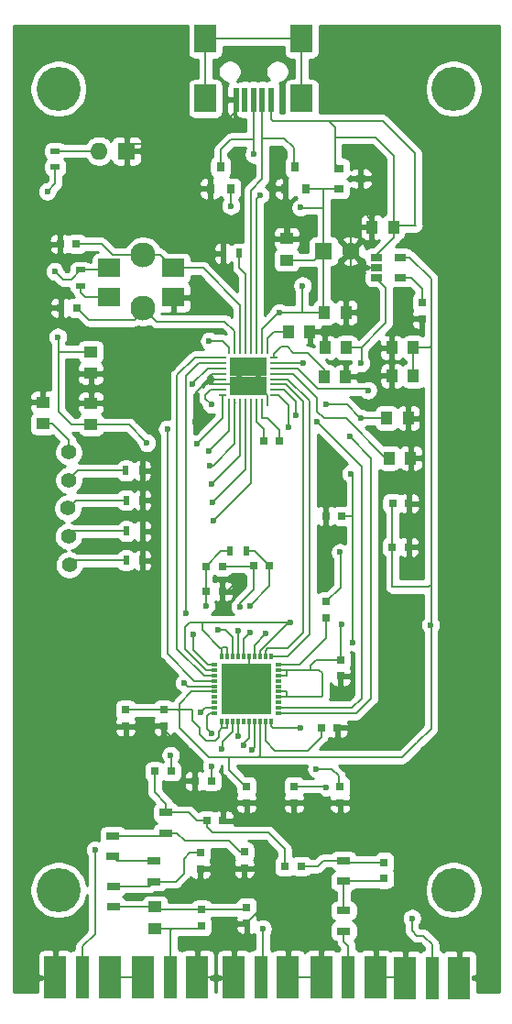
<source format=gbr>
%TF.GenerationSoftware,KiCad,Pcbnew,5.1.8*%
%TF.CreationDate,2020-12-01T22:53:24+08:00*%
%TF.ProjectId,msisdr,6d736973-6472-42e6-9b69-6361645f7063,rev?*%
%TF.SameCoordinates,Original*%
%TF.FileFunction,Copper,L1,Top*%
%TF.FilePolarity,Positive*%
%FSLAX46Y46*%
G04 Gerber Fmt 4.6, Leading zero omitted, Abs format (unit mm)*
G04 Created by KiCad (PCBNEW 5.1.8) date 2020-12-01 22:53:24*
%MOMM*%
%LPD*%
G01*
G04 APERTURE LIST*
%TA.AperFunction,ComponentPad*%
%ADD10C,4.064000*%
%TD*%
%TA.AperFunction,SMDPad,CuDef*%
%ADD11R,0.800000X0.750000*%
%TD*%
%TA.AperFunction,SMDPad,CuDef*%
%ADD12R,1.000000X1.250000*%
%TD*%
%TA.AperFunction,SMDPad,CuDef*%
%ADD13R,1.250000X1.000000*%
%TD*%
%TA.AperFunction,SMDPad,CuDef*%
%ADD14R,0.750000X0.800000*%
%TD*%
%TA.AperFunction,ComponentPad*%
%ADD15R,1.600000X1.600000*%
%TD*%
%TA.AperFunction,ComponentPad*%
%ADD16C,1.600000*%
%TD*%
%TA.AperFunction,SMDPad,CuDef*%
%ADD17R,1.250000X4.000000*%
%TD*%
%TA.AperFunction,SMDPad,CuDef*%
%ADD18R,2.000000X4.000000*%
%TD*%
%TA.AperFunction,ComponentPad*%
%ADD19C,0.400000*%
%TD*%
%TA.AperFunction,SMDPad,CuDef*%
%ADD20R,0.500000X2.300000*%
%TD*%
%TA.AperFunction,SMDPad,CuDef*%
%ADD21R,2.000000X2.500000*%
%TD*%
%TA.AperFunction,SMDPad,CuDef*%
%ADD22R,1.300000X0.700000*%
%TD*%
%TA.AperFunction,SMDPad,CuDef*%
%ADD23R,0.500000X0.900000*%
%TD*%
%TA.AperFunction,SMDPad,CuDef*%
%ADD24R,0.250000X0.700000*%
%TD*%
%TA.AperFunction,SMDPad,CuDef*%
%ADD25R,0.700000X0.250000*%
%TD*%
%TA.AperFunction,SMDPad,CuDef*%
%ADD26R,1.725000X1.725000*%
%TD*%
%TA.AperFunction,SMDPad,CuDef*%
%ADD27R,0.300000X0.500000*%
%TD*%
%TA.AperFunction,SMDPad,CuDef*%
%ADD28R,0.500000X0.300000*%
%TD*%
%TA.AperFunction,SMDPad,CuDef*%
%ADD29R,1.150000X1.150000*%
%TD*%
%TA.AperFunction,ComponentPad*%
%ADD30C,2.300000*%
%TD*%
%TA.AperFunction,ComponentPad*%
%ADD31C,1.400000*%
%TD*%
%TA.AperFunction,ComponentPad*%
%ADD32O,1.600000X1.600000*%
%TD*%
%TA.AperFunction,SMDPad,CuDef*%
%ADD33R,0.900000X0.500000*%
%TD*%
%TA.AperFunction,SMDPad,CuDef*%
%ADD34R,1.060000X0.650000*%
%TD*%
%TA.AperFunction,SMDPad,CuDef*%
%ADD35R,0.900000X0.800000*%
%TD*%
%TA.AperFunction,SMDPad,CuDef*%
%ADD36R,2.100000X1.700000*%
%TD*%
%TA.AperFunction,SMDPad,CuDef*%
%ADD37R,0.800000X0.900000*%
%TD*%
%TA.AperFunction,ViaPad*%
%ADD38C,0.600000*%
%TD*%
%TA.AperFunction,Conductor*%
%ADD39C,0.200000*%
%TD*%
%TA.AperFunction,Conductor*%
%ADD40C,0.254000*%
%TD*%
%TA.AperFunction,Conductor*%
%ADD41C,0.100000*%
%TD*%
G04 APERTURE END LIST*
D10*
%TO.P,REF\u002A\u002A,1*%
%TO.N,N/C*%
X154500000Y-124000000D03*
%TD*%
%TO.P,REF\u002A\u002A,1*%
%TO.N,N/C*%
X118000000Y-124000000D03*
%TD*%
%TO.P,REF\u002A\u002A,1*%
%TO.N,N/C*%
X154500000Y-50000000D03*
%TD*%
%TO.P,REF\u002A\u002A,1*%
%TO.N,N/C*%
X118000000Y-50000000D03*
%TD*%
D11*
%TO.P,C1,2*%
%TO.N,Net-(C1-Pad2)*%
X138449000Y-82486000D03*
%TO.P,C1,1*%
%TO.N,Net-(C1-Pad1)*%
X136949000Y-82486000D03*
%TD*%
D12*
%TO.P,C2,1*%
%TO.N,VDDI*%
X148329000Y-80416000D03*
%TO.P,C2,2*%
%TO.N,LBAND-INB*%
X150329000Y-80416000D03*
%TD*%
%TO.P,C3,1*%
%TO.N,VDIG*%
X142579000Y-70656000D03*
%TO.P,C3,2*%
%TO.N,LBAND-INB*%
X144579000Y-70656000D03*
%TD*%
%TO.P,C4,1*%
%TO.N,Net-(C4-Pad1)*%
X148549000Y-84106000D03*
%TO.P,C4,2*%
%TO.N,LBAND-INB*%
X150549000Y-84106000D03*
%TD*%
D13*
%TO.P,C5,1*%
%TO.N,VDIG*%
X120989000Y-81026000D03*
%TO.P,C5,2*%
%TO.N,LBAND-INB*%
X120989000Y-79026000D03*
%TD*%
D12*
%TO.P,C6,1*%
%TO.N,V18-SYNTH*%
X144619000Y-73926000D03*
%TO.P,C6,2*%
%TO.N,LBAND-INB*%
X142619000Y-73926000D03*
%TD*%
D13*
%TO.P,C7,1*%
%TO.N,VDIG*%
X120979000Y-74286000D03*
%TO.P,C7,2*%
%TO.N,LBAND-INB*%
X120979000Y-76286000D03*
%TD*%
D12*
%TO.P,C8,1*%
%TO.N,Net-(C8-Pad1)*%
X142539000Y-76596000D03*
%TO.P,C8,2*%
%TO.N,LBAND-INB*%
X144539000Y-76596000D03*
%TD*%
D11*
%TO.P,C9,2*%
%TO.N,Net-(C9-Pad2)*%
X119699000Y-70226000D03*
%TO.P,C9,1*%
%TO.N,LBAND-INB*%
X118199000Y-70226000D03*
%TD*%
%TO.P,C10,2*%
%TO.N,Net-(C10-Pad2)*%
X119649000Y-64326000D03*
%TO.P,C10,1*%
%TO.N,LBAND-INB*%
X118149000Y-64326000D03*
%TD*%
D14*
%TO.P,C11,2*%
%TO.N,VRF*%
X127706120Y-107352400D03*
%TO.P,C11,1*%
%TO.N,LBAND-INB*%
X127706120Y-108852400D03*
%TD*%
%TO.P,C12,2*%
%TO.N,VRF*%
X135366760Y-114428840D03*
%TO.P,C12,1*%
%TO.N,LBAND-INB*%
X135366760Y-115928840D03*
%TD*%
D11*
%TO.P,C13,2*%
%TO.N,Net-(C13-Pad2)*%
X142269000Y-109026000D03*
%TO.P,C13,1*%
%TO.N,LBAND-INB*%
X143769000Y-109026000D03*
%TD*%
D14*
%TO.P,C14,2*%
%TO.N,Net-(C14-Pad2)*%
X139755880Y-114428840D03*
%TO.P,C14,1*%
%TO.N,LBAND-INB*%
X139755880Y-115928840D03*
%TD*%
%TO.P,C15,2*%
%TO.N,Net-(C15-Pad2)*%
X144023080Y-114439000D03*
%TO.P,C15,1*%
%TO.N,LBAND-INB*%
X144023080Y-115939000D03*
%TD*%
D11*
%TO.P,C16,2*%
%TO.N,Net-(C16-Pad2)*%
X132103560Y-113926620D03*
%TO.P,C16,1*%
%TO.N,LBAND-INB*%
X130603560Y-113926620D03*
%TD*%
%TO.P,C17,2*%
%TO.N,Net-(C17-Pad2)*%
X128385000Y-113042700D03*
%TO.P,C17,1*%
%TO.N,HFPORT*%
X126885000Y-113042700D03*
%TD*%
D12*
%TO.P,C18,1*%
%TO.N,LBAND-INB*%
X148809000Y-76506000D03*
%TO.P,C18,2*%
%TO.N,VRF*%
X150809000Y-76506000D03*
%TD*%
D14*
%TO.P,C19,2*%
%TO.N,VRF*%
X144079000Y-102726000D03*
%TO.P,C19,1*%
%TO.N,LBAND-INB*%
X144079000Y-104226000D03*
%TD*%
D11*
%TO.P,C20,2*%
%TO.N,VRF*%
X148859000Y-92326000D03*
%TO.P,C20,1*%
%TO.N,LBAND-INB*%
X150359000Y-92326000D03*
%TD*%
%TO.P,C21,2*%
%TO.N,VDDI*%
X144209000Y-89446000D03*
%TO.P,C21,1*%
%TO.N,LBAND-INB*%
X142709000Y-89446000D03*
%TD*%
%TO.P,C22,2*%
%TO.N,Net-(C22-Pad2)*%
X133119000Y-94106000D03*
%TO.P,C22,1*%
%TO.N,Net-(C22-Pad1)*%
X131619000Y-94106000D03*
%TD*%
%TO.P,C23,2*%
%TO.N,Net-(C22-Pad2)*%
X135999000Y-94056000D03*
%TO.P,C23,1*%
%TO.N,Net-(C23-Pad1)*%
X137499000Y-94056000D03*
%TD*%
D14*
%TO.P,C24,2*%
%TO.N,VRF*%
X124190760Y-107372720D03*
%TO.P,C24,1*%
%TO.N,LBAND-INB*%
X124190760Y-108872720D03*
%TD*%
D11*
%TO.P,C25,2*%
%TO.N,VRF*%
X148879000Y-88296000D03*
%TO.P,C25,1*%
%TO.N,LBAND-INB*%
X150379000Y-88296000D03*
%TD*%
%TO.P,C26,2*%
%TO.N,LBAND-INB*%
X133129720Y-96418400D03*
%TO.P,C26,1*%
%TO.N,Net-(C22-Pad1)*%
X131629720Y-96418400D03*
%TD*%
D13*
%TO.P,C27,1*%
%TO.N,Net-(C27-Pad1)*%
X126911100Y-127568200D03*
%TO.P,C27,2*%
%TO.N,Net-(C27-Pad2)*%
X126911100Y-125568200D03*
%TD*%
D14*
%TO.P,C28,2*%
%TO.N,Net-(C27-Pad2)*%
X131221480Y-125825820D03*
%TO.P,C28,1*%
%TO.N,Net-(C27-Pad1)*%
X131221480Y-127325820D03*
%TD*%
%TO.P,C29,2*%
%TO.N,Net-(C27-Pad2)*%
X135384540Y-125602300D03*
%TO.P,C29,1*%
%TO.N,LBAND-INB*%
X135384540Y-127102300D03*
%TD*%
%TO.P,C30,2*%
%TO.N,Net-(C30-Pad2)*%
X148094700Y-122936700D03*
%TO.P,C30,1*%
%TO.N,Net-(C30-Pad1)*%
X148094700Y-121436700D03*
%TD*%
%TO.P,C31,2*%
%TO.N,Net-(C31-Pad2)*%
X131109720Y-120545160D03*
%TO.P,C31,1*%
%TO.N,LBAND-INB*%
X131109720Y-122045160D03*
%TD*%
D11*
%TO.P,C32,2*%
%TO.N,Net-(C30-Pad1)*%
X140409360Y-121798080D03*
%TO.P,C32,1*%
%TO.N,HFPORT*%
X138909360Y-121798080D03*
%TD*%
D14*
%TO.P,C33,2*%
%TO.N,Net-(C33-Pad2)*%
X135161020Y-120489280D03*
%TO.P,C33,1*%
%TO.N,LBAND-INB*%
X135161020Y-121989280D03*
%TD*%
D11*
%TO.P,C34,2*%
%TO.N,HFPORT*%
X131700840Y-117579140D03*
%TO.P,C34,1*%
%TO.N,LBAND-INB*%
X133200840Y-117579140D03*
%TD*%
D15*
%TO.P,C35,1*%
%TO.N,VDIG*%
X142499000Y-64986000D03*
D16*
%TO.P,C35,2*%
%TO.N,LBAND-INB*%
X144999000Y-64986000D03*
%TD*%
D12*
%TO.P,C36,1*%
%TO.N,VRF*%
X150799000Y-73926000D03*
%TO.P,C36,2*%
%TO.N,LBAND-INB*%
X148799000Y-73926000D03*
%TD*%
D13*
%TO.P,C37,1*%
%TO.N,VDIG*%
X139090000Y-65820000D03*
%TO.P,C37,2*%
%TO.N,LBAND-INB*%
X139090000Y-63820000D03*
%TD*%
D12*
%TO.P,C38,1*%
%TO.N,Net-(C38-Pad1)*%
X148959000Y-62786000D03*
%TO.P,C38,2*%
%TO.N,LBAND-INB*%
X146959000Y-62786000D03*
%TD*%
D17*
%TO.P,J6,1*%
%TO.N,Net-(C27-Pad1)*%
X128329000Y-132076000D03*
D18*
%TO.P,J6,2*%
%TO.N,LBAND-INB*%
X130829000Y-132076000D03*
D19*
X131204000Y-132826000D03*
X130454000Y-132826000D03*
X131204000Y-132076000D03*
X130454000Y-132076000D03*
X131204000Y-131326000D03*
X130454000Y-131326000D03*
D18*
%TO.P,J6,3*%
X125829000Y-132076000D03*
D19*
X125454000Y-132826000D03*
X126204000Y-132826000D03*
X125454000Y-132076000D03*
X126204000Y-132076000D03*
X125454000Y-131326000D03*
X126204000Y-131326000D03*
%TD*%
D17*
%TO.P,J7,1*%
%TO.N,Net-(J7-Pad1)*%
X144800320Y-132094600D03*
D18*
%TO.P,J7,2*%
%TO.N,LBAND-INB*%
X147300320Y-132094600D03*
D19*
X147675320Y-132844600D03*
X146925320Y-132844600D03*
X147675320Y-132094600D03*
X146925320Y-132094600D03*
X147675320Y-131344600D03*
X146925320Y-131344600D03*
D18*
%TO.P,J7,3*%
X142300320Y-132094600D03*
D19*
X141925320Y-132844600D03*
X142675320Y-132844600D03*
X141925320Y-132094600D03*
X142675320Y-132094600D03*
X141925320Y-131344600D03*
X142675320Y-131344600D03*
%TD*%
D17*
%TO.P,J8,1*%
%TO.N,VHF_120_250MHZ*%
X120205500Y-132069200D03*
D18*
%TO.P,J8,2*%
%TO.N,LBAND-INB*%
X122705500Y-132069200D03*
D19*
X123080500Y-132819200D03*
X122330500Y-132819200D03*
X123080500Y-132069200D03*
X122330500Y-132069200D03*
X123080500Y-131319200D03*
X122330500Y-131319200D03*
D18*
%TO.P,J8,3*%
X117705500Y-132069200D03*
D19*
X117330500Y-132819200D03*
X118080500Y-132819200D03*
X117330500Y-132069200D03*
X118080500Y-132069200D03*
X117330500Y-131319200D03*
X118080500Y-131319200D03*
%TD*%
D17*
%TO.P,J9,1*%
%TO.N,UHF_400_1000MHZ*%
X136702800Y-132069200D03*
D18*
%TO.P,J9,2*%
%TO.N,LBAND-INB*%
X139202800Y-132069200D03*
D19*
X139577800Y-132819200D03*
X138827800Y-132819200D03*
X139577800Y-132069200D03*
X138827800Y-132069200D03*
X139577800Y-131319200D03*
X138827800Y-131319200D03*
D18*
%TO.P,J9,3*%
X134202800Y-132069200D03*
D19*
X133827800Y-132819200D03*
X134577800Y-132819200D03*
X133827800Y-132069200D03*
X134577800Y-132069200D03*
X133827800Y-131319200D03*
X134577800Y-131319200D03*
%TD*%
D17*
%TO.P,J10,1*%
%TO.N,VHF_50_120MHZ*%
X152539700Y-132122540D03*
D18*
%TO.P,J10,2*%
%TO.N,LBAND-INB*%
X155039700Y-132122540D03*
D19*
X155414700Y-132872540D03*
X154664700Y-132872540D03*
X155414700Y-132122540D03*
X154664700Y-132122540D03*
X155414700Y-131372540D03*
X154664700Y-131372540D03*
D18*
%TO.P,J10,3*%
X150039700Y-132122540D03*
D19*
X149664700Y-132872540D03*
X150414700Y-132872540D03*
X149664700Y-132122540D03*
X150414700Y-132122540D03*
X149664700Y-131372540D03*
X150414700Y-131372540D03*
%TD*%
D20*
%TO.P,J11,1*%
%TO.N,Net-(C38-Pad1)*%
X137619000Y-50996000D03*
%TO.P,J11,2*%
%TO.N,USB_DM*%
X136819000Y-50996000D03*
%TO.P,J11,3*%
%TO.N,USB_DP*%
X136019000Y-50996000D03*
%TO.P,J11,4*%
%TO.N,Net-(J11-Pad4)*%
X135219000Y-50996000D03*
%TO.P,J11,5*%
%TO.N,LBAND-INB*%
X134419000Y-50996000D03*
D21*
%TO.P,J11,6*%
%TO.N,Net-(J11-Pad6)*%
X140469000Y-50896000D03*
X140469000Y-45396000D03*
X131569000Y-50896000D03*
X131569000Y-45396000D03*
%TD*%
D22*
%TO.P,L1,1*%
%TO.N,Net-(C30-Pad2)*%
X144360900Y-125884900D03*
%TO.P,L1,2*%
%TO.N,Net-(J7-Pad1)*%
X144360900Y-127784900D03*
%TD*%
%TO.P,L2,1*%
%TO.N,Net-(C30-Pad1)*%
X144322800Y-121274800D03*
%TO.P,L2,2*%
%TO.N,Net-(C30-Pad2)*%
X144322800Y-123174800D03*
%TD*%
%TO.P,L3,1*%
%TO.N,Net-(C31-Pad2)*%
X123090940Y-123642080D03*
%TO.P,L3,2*%
%TO.N,Net-(C27-Pad2)*%
X123090940Y-125542080D03*
%TD*%
%TO.P,L4,1*%
%TO.N,Net-(L4-Pad1)*%
X126796800Y-121312900D03*
%TO.P,L4,2*%
%TO.N,Net-(C31-Pad2)*%
X126796800Y-123212900D03*
%TD*%
%TO.P,L5,1*%
%TO.N,Net-(C33-Pad2)*%
X123035060Y-119004040D03*
%TO.P,L5,2*%
%TO.N,Net-(L4-Pad1)*%
X123035060Y-120904040D03*
%TD*%
%TO.P,L6,1*%
%TO.N,HFPORT*%
X127939800Y-116855200D03*
%TO.P,L6,2*%
%TO.N,Net-(C33-Pad2)*%
X127939800Y-118755200D03*
%TD*%
D23*
%TO.P,R1,1*%
%TO.N,LBAND-INB*%
X133219000Y-65206000D03*
%TO.P,R1,2*%
%TO.N,Net-(R1-Pad2)*%
X134719000Y-65206000D03*
%TD*%
%TO.P,R2,1*%
%TO.N,Net-(C22-Pad1)*%
X133870000Y-92710000D03*
%TO.P,R2,2*%
%TO.N,Net-(C23-Pad1)*%
X135370000Y-92710000D03*
%TD*%
D24*
%TO.P,U1,1*%
%TO.N,Net-(C41-Pad2)*%
X133779000Y-78966000D03*
%TO.P,U1,2*%
%TO.N,Net-(J2-Pad1)*%
X134279000Y-78966000D03*
%TO.P,U1,3*%
%TO.N,Net-(J3-Pad1)*%
X134779000Y-78966000D03*
%TO.P,U1,4*%
%TO.N,Net-(J4-Pad1)*%
X135279000Y-78966000D03*
%TO.P,U1,5*%
%TO.N,Net-(J5-Pad1)*%
X135779000Y-78966000D03*
%TO.P,U1,6*%
%TO.N,Net-(C1-Pad1)*%
X136279000Y-78966000D03*
%TO.P,U1,7*%
%TO.N,Net-(C1-Pad2)*%
X136779000Y-78966000D03*
%TO.P,U1,8*%
%TO.N,LBAND-INB*%
X137279000Y-78966000D03*
D25*
%TO.P,U1,9*%
%TO.N,I_IN_P*%
X137929000Y-78316000D03*
%TO.P,U1,10*%
%TO.N,I_IN_N*%
X137929000Y-77816000D03*
%TO.P,U1,11*%
%TO.N,Q_IN_P*%
X137929000Y-77316000D03*
%TO.P,U1,12*%
%TO.N,Q_IN_N*%
X137929000Y-76816000D03*
%TO.P,U1,13*%
%TO.N,Net-(C4-Pad1)*%
X137929000Y-76316000D03*
%TO.P,U1,14*%
%TO.N,VDIG*%
X137929000Y-75816000D03*
%TO.P,U1,15*%
%TO.N,V18-SYNTH*%
X137929000Y-75316000D03*
%TO.P,U1,16*%
%TO.N,Net-(C8-Pad1)*%
X137929000Y-74816000D03*
D24*
%TO.P,U1,17*%
%TO.N,Net-(C39-Pad1)*%
X137279000Y-74166000D03*
%TO.P,U1,18*%
%TO.N,VDIG*%
X136779000Y-74166000D03*
%TO.P,U1,19*%
%TO.N,USB_DP*%
X136279000Y-74166000D03*
%TO.P,U1,20*%
%TO.N,USB_DM*%
X135779000Y-74166000D03*
%TO.P,U1,21*%
%TO.N,Net-(R1-Pad2)*%
X135279000Y-74166000D03*
%TO.P,U1,22*%
%TO.N,Net-(C10-Pad2)*%
X134779000Y-74166000D03*
%TO.P,U1,23*%
%TO.N,Net-(C9-Pad2)*%
X134279000Y-74166000D03*
%TO.P,U1,24*%
%TO.N,Net-(C42-Pad2)*%
X133779000Y-74166000D03*
D25*
%TO.P,U1,25*%
%TO.N,SPI_LAT*%
X133129000Y-74816000D03*
%TO.P,U1,26*%
%TO.N,SPI_DATA*%
X133129000Y-75316000D03*
%TO.P,U1,27*%
%TO.N,SPI_CLK*%
X133129000Y-75816000D03*
%TO.P,U1,28*%
%TO.N,LBAND-INB*%
X133129000Y-76316000D03*
%TO.P,U1,29*%
X133129000Y-76816000D03*
%TO.P,U1,30*%
X133129000Y-77316000D03*
%TO.P,U1,31*%
%TO.N,VDDI*%
X133129000Y-77816000D03*
%TO.P,U1,32*%
%TO.N,VDIG*%
X133129000Y-78316000D03*
D26*
%TO.P,U1,33*%
%TO.N,LBAND-INB*%
X136391500Y-75703500D03*
X134666500Y-75703500D03*
X136391500Y-77428500D03*
X134666500Y-77428500D03*
%TD*%
D27*
%TO.P,U2,1*%
%TO.N,VRF*%
X133109000Y-108426000D03*
%TO.P,U2,2*%
X133609000Y-108426000D03*
%TO.P,U2,3*%
%TO.N,VHF_120_250MHZ*%
X134109000Y-108426000D03*
%TO.P,U2,4*%
%TO.N,Net-(C14-Pad2)*%
X134609000Y-108426000D03*
%TO.P,U2,5*%
%TO.N,Net-(U2-Pad5)*%
X135109000Y-108426000D03*
%TO.P,U2,6*%
%TO.N,UHF_400_1000MHZ*%
X135609000Y-108426000D03*
%TO.P,U2,7*%
%TO.N,Net-(C15-Pad2)*%
X136109000Y-108426000D03*
%TO.P,U2,8*%
%TO.N,VRF*%
X136609000Y-108426000D03*
%TO.P,U2,9*%
%TO.N,Net-(C13-Pad2)*%
X137109000Y-108426000D03*
%TO.P,U2,10*%
%TO.N,VHF_50_120MHZ*%
X137609000Y-108426000D03*
D28*
%TO.P,U2,11*%
%TO.N,I_IN_P*%
X138359000Y-107676000D03*
%TO.P,U2,12*%
%TO.N,I_IN_N*%
X138359000Y-107176000D03*
%TO.P,U2,13*%
%TO.N,Net-(U2-Pad13)*%
X138359000Y-106676000D03*
%TO.P,U2,14*%
%TO.N,VRF*%
X138359000Y-106176000D03*
%TO.P,U2,15*%
X138359000Y-105676000D03*
%TO.P,U2,16*%
%TO.N,Net-(U2-Pad16)*%
X138359000Y-105176000D03*
%TO.P,U2,17*%
%TO.N,Net-(U2-Pad17)*%
X138359000Y-104676000D03*
%TO.P,U2,18*%
%TO.N,VRF*%
X138359000Y-104176000D03*
%TO.P,U2,19*%
X138359000Y-103676000D03*
%TO.P,U2,20*%
%TO.N,REFCLK*%
X138359000Y-103176000D03*
D27*
%TO.P,U2,21*%
%TO.N,Q_IN_N*%
X137609000Y-102426000D03*
%TO.P,U2,22*%
%TO.N,Q_IN_P*%
X137109000Y-102426000D03*
%TO.P,U2,23*%
%TO.N,VRF*%
X136609000Y-102426000D03*
%TO.P,U2,24*%
%TO.N,LNAND_IN*%
X136109000Y-102426000D03*
%TO.P,U2,25*%
%TO.N,LBAND-INB*%
X135609000Y-102426000D03*
%TO.P,U2,26*%
%TO.N,Net-(C23-Pad1)*%
X135109000Y-102426000D03*
%TO.P,U2,27*%
%TO.N,Net-(C22-Pad2)*%
X134609000Y-102426000D03*
%TO.P,U2,28*%
%TO.N,Net-(C22-Pad1)*%
X134109000Y-102426000D03*
%TO.P,U2,29*%
%TO.N,VRF*%
X133609000Y-102426000D03*
%TO.P,U2,30*%
X133109000Y-102426000D03*
D28*
%TO.P,U2,31*%
%TO.N,VDDI*%
X132359000Y-103176000D03*
%TO.P,U2,32*%
%TO.N,VRF*%
X132359000Y-103676000D03*
%TO.P,U2,33*%
%TO.N,SPI_LAT*%
X132359000Y-104176000D03*
%TO.P,U2,34*%
%TO.N,SPI_CLK*%
X132359000Y-104676000D03*
%TO.P,U2,35*%
%TO.N,SPI_DATA*%
X132359000Y-105176000D03*
%TO.P,U2,36*%
%TO.N,VRF*%
X132359000Y-105676000D03*
%TO.P,U2,37*%
%TO.N,Net-(U2-Pad37)*%
X132359000Y-106176000D03*
%TO.P,U2,38*%
%TO.N,Net-(U2-Pad38)*%
X132359000Y-106676000D03*
%TO.P,U2,39*%
%TO.N,Net-(C17-Pad2)*%
X132359000Y-107176000D03*
%TO.P,U2,40*%
%TO.N,Net-(C16-Pad2)*%
X132359000Y-107676000D03*
D29*
%TO.P,U2,41*%
%TO.N,LBAND-INB*%
X137084000Y-103701000D03*
X135934000Y-103701000D03*
X134784000Y-103701000D03*
X133634000Y-103701000D03*
X137084000Y-104851000D03*
X135934000Y-104851000D03*
X134784000Y-104851000D03*
X133634000Y-104851000D03*
X137084000Y-106001000D03*
X135934000Y-106001000D03*
X134784000Y-106001000D03*
X133634000Y-106001000D03*
X137084000Y-107151000D03*
X135934000Y-107151000D03*
X134784000Y-107151000D03*
X133634000Y-107151000D03*
%TD*%
D30*
%TO.P,Y1,1*%
%TO.N,Net-(C9-Pad2)*%
X125809000Y-70236000D03*
%TO.P,Y1,2*%
%TO.N,Net-(C10-Pad2)*%
X125809000Y-65336000D03*
%TD*%
D31*
%TO.P,J1,1*%
%TO.N,Net-(C41-Pad2)*%
X118949000Y-83556000D03*
%TD*%
%TO.P,J2,1*%
%TO.N,Net-(J2-Pad1)*%
X118929000Y-86156000D03*
%TD*%
%TO.P,J3,1*%
%TO.N,Net-(J3-Pad1)*%
X118869000Y-88746000D03*
%TD*%
%TO.P,J4,1*%
%TO.N,Net-(J4-Pad1)*%
X118899000Y-91336000D03*
%TD*%
%TO.P,J5,1*%
%TO.N,Net-(J5-Pad1)*%
X118979000Y-93966000D03*
%TD*%
D12*
%TO.P,C39,1*%
%TO.N,Net-(C39-Pad1)*%
X139220000Y-72410000D03*
%TO.P,C39,2*%
%TO.N,LBAND-INB*%
X141220000Y-72410000D03*
%TD*%
D15*
%TO.P,D5,1*%
%TO.N,LBAND-INB*%
X124290000Y-55740000D03*
D32*
%TO.P,D5,2*%
%TO.N,Net-(D5-Pad2)*%
X121750000Y-55740000D03*
%TD*%
D33*
%TO.P,R3,1*%
%TO.N,VDIG*%
X117690000Y-57240000D03*
%TO.P,R3,2*%
%TO.N,Net-(D5-Pad2)*%
X117690000Y-55740000D03*
%TD*%
D14*
%TO.P,C40,2*%
%TO.N,LBAND-INB*%
X151610000Y-71240000D03*
%TO.P,C40,1*%
%TO.N,Net-(C40-Pad1)*%
X151610000Y-69740000D03*
%TD*%
D33*
%TO.P,R4,1*%
%TO.N,VDIG*%
X120050000Y-66730000D03*
%TO.P,R4,2*%
%TO.N,Net-(R4-Pad2)*%
X120050000Y-68230000D03*
%TD*%
D34*
%TO.P,U3,1*%
%TO.N,Net-(C38-Pad1)*%
X147400000Y-65560000D03*
%TO.P,U3,2*%
%TO.N,LBAND-INB*%
X147400000Y-66510000D03*
%TO.P,U3,3*%
%TO.N,V18-SYNTH*%
X147400000Y-67460000D03*
%TO.P,U3,4*%
%TO.N,Net-(C40-Pad1)*%
X149600000Y-67460000D03*
%TO.P,U3,5*%
%TO.N,VRF*%
X149600000Y-65560000D03*
%TD*%
D35*
%TO.P,U4,1*%
%TO.N,Net-(C38-Pad1)*%
X143930000Y-57340000D03*
%TO.P,U4,2*%
%TO.N,VDIG*%
X143930000Y-59240000D03*
%TO.P,U4,3*%
%TO.N,LBAND-INB*%
X145930000Y-58290000D03*
%TD*%
D36*
%TO.P,Y2,1*%
%TO.N,Net-(R4-Pad2)*%
X122690000Y-69260000D03*
%TO.P,Y2,2*%
%TO.N,LBAND-INB*%
X128590000Y-69260000D03*
%TO.P,Y2,3*%
%TO.N,Net-(C10-Pad2)*%
X128590000Y-66560000D03*
%TO.P,Y2,4*%
%TO.N,VDIG*%
X122690000Y-66560000D03*
%TD*%
D37*
%TO.P,D1,1*%
%TO.N,LBAND-INB*%
X132020000Y-59220000D03*
%TO.P,D1,2*%
%TO.N,VDIG*%
X133920000Y-59220000D03*
%TO.P,D1,3*%
%TO.N,USB_DP*%
X132970000Y-57220000D03*
%TD*%
%TO.P,D2,1*%
%TO.N,LBAND-INB*%
X138940000Y-59230000D03*
%TO.P,D2,2*%
%TO.N,VDIG*%
X140840000Y-59230000D03*
%TO.P,D2,3*%
%TO.N,USB_DM*%
X139890000Y-57230000D03*
%TD*%
D23*
%TO.P,R5,1*%
%TO.N,Net-(J2-Pad1)*%
X124220000Y-85260000D03*
%TO.P,R5,2*%
%TO.N,LBAND-INB*%
X125720000Y-85260000D03*
%TD*%
%TO.P,R6,1*%
%TO.N,Net-(J3-Pad1)*%
X124240000Y-87990000D03*
%TO.P,R6,2*%
%TO.N,LBAND-INB*%
X125740000Y-87990000D03*
%TD*%
%TO.P,R7,1*%
%TO.N,Net-(J4-Pad1)*%
X124260000Y-90850000D03*
%TO.P,R7,2*%
%TO.N,LBAND-INB*%
X125760000Y-90850000D03*
%TD*%
%TO.P,R8,1*%
%TO.N,Net-(J5-Pad1)*%
X124240000Y-93550000D03*
%TO.P,R8,2*%
%TO.N,LBAND-INB*%
X125740000Y-93550000D03*
%TD*%
D13*
%TO.P,C41,1*%
%TO.N,LBAND-INB*%
X116560000Y-78950000D03*
%TO.P,C41,2*%
%TO.N,Net-(C41-Pad2)*%
X116560000Y-80950000D03*
%TD*%
D14*
%TO.P,C42,2*%
%TO.N,Net-(C42-Pad2)*%
X142750000Y-97380000D03*
%TO.P,C42,1*%
%TO.N,REFCLK*%
X142750000Y-98880000D03*
%TD*%
D38*
%TO.N,VDDI*%
X130484880Y-100398580D03*
X145919000Y-80416000D03*
X145219000Y-101116000D03*
X144979000Y-85546000D03*
X132119000Y-79176000D03*
X142759000Y-79166000D03*
%TO.N,VDIG*%
X140370000Y-60970000D03*
X133920000Y-60810000D03*
X117930000Y-72920000D03*
X116960000Y-59480000D03*
X117640000Y-66870000D03*
X138409000Y-70656000D03*
X146599000Y-77846000D03*
X140549000Y-68176000D03*
X130779000Y-82766000D03*
X126169000Y-82706000D03*
%TO.N,V18-SYNTH*%
X145979000Y-75336000D03*
X140569000Y-75336000D03*
%TO.N,VRF*%
X144200000Y-99490000D03*
X139399000Y-99276000D03*
X152389000Y-99506000D03*
%TO.N,Net-(C14-Pad2)*%
X142722600Y-114523520D03*
X134599680Y-109819440D03*
%TO.N,Net-(C15-Pad2)*%
X141828520Y-112816640D03*
X135856980Y-111061500D03*
%TO.N,Net-(C16-Pad2)*%
X132176520Y-109550200D03*
X132110480Y-112557560D03*
%TO.N,Net-(C22-Pad1)*%
X131627880Y-97756980D03*
X132694680Y-99974400D03*
%TO.N,USB_DP*%
X136629000Y-59806000D03*
X136059000Y-56066000D03*
%TO.N,I_IN_P*%
X144899000Y-82116000D03*
X139229000Y-81286000D03*
%TO.N,I_IN_N*%
X141869000Y-80786000D03*
X139909000Y-80196000D03*
%TO.N,SPI_DATA*%
X129609000Y-104866000D03*
X129769000Y-98446000D03*
%TO.N,SPI_CLK*%
X128039000Y-81426000D03*
X130370000Y-77310000D03*
%TO.N,VHF_120_250MHZ*%
X133045200Y-110992920D03*
X121383120Y-120282680D03*
%TO.N,UHF_400_1000MHZ*%
X136870440Y-127548640D03*
X135087360Y-110611920D03*
%TO.N,VHF_50_120MHZ*%
X140314680Y-109042200D03*
X150664120Y-126598440D03*
%TO.N,LNAND_IN*%
X137160000Y-100330000D03*
%TO.N,LBAND-INB*%
X130280000Y-55170000D03*
X138280000Y-55910000D03*
X131660000Y-69510000D03*
X130640000Y-80750000D03*
X116689000Y-77656000D03*
X119089000Y-77646000D03*
X146620000Y-76596000D03*
X146150000Y-72070000D03*
X137312400Y-121904760D03*
X137411460Y-117187980D03*
X148209000Y-110175040D03*
X148153120Y-114952780D03*
X148717000Y-97414080D03*
X148777960Y-105481120D03*
X150444200Y-94947740D03*
X142737840Y-92613480D03*
X134630160Y-95341440D03*
X136429000Y-105496000D03*
X144059000Y-105486000D03*
X144999000Y-61596000D03*
X134309000Y-62056000D03*
%TO.N,Net-(J3-Pad1)*%
X132119000Y-86516000D03*
%TO.N,Net-(C17-Pad2)*%
X131124960Y-107579160D03*
X128358900Y-111541560D03*
%TO.N,Net-(C22-Pad2)*%
X134757160Y-97820480D03*
X134612380Y-100032820D03*
%TO.N,Net-(C23-Pad1)*%
X135666480Y-97749360D03*
X135674100Y-100261420D03*
%TO.N,Net-(J2-Pad1)*%
X131979000Y-84806000D03*
%TO.N,Net-(J4-Pad1)*%
X132269000Y-88176000D03*
%TO.N,Net-(J5-Pad1)*%
X132339000Y-89876000D03*
%TO.N,Net-(C41-Pad2)*%
X131869000Y-83466000D03*
%TO.N,Net-(C42-Pad2)*%
X131930000Y-73300000D03*
X144020000Y-92810000D03*
%TD*%
D39*
%TO.N,Net-(C1-Pad2)*%
X136779000Y-78966000D02*
X136779000Y-80336000D01*
X136779000Y-80336000D02*
X136829000Y-80386000D01*
X138449000Y-82486000D02*
X138449000Y-81536000D01*
X136829000Y-80386000D02*
X136809000Y-80366000D01*
X137299000Y-80386000D02*
X136829000Y-80386000D01*
X138449000Y-81536000D02*
X137299000Y-80386000D01*
%TO.N,Net-(C1-Pad1)*%
X136279000Y-78966000D02*
X136279000Y-80746000D01*
X136949000Y-81416000D02*
X136949000Y-82486000D01*
X136279000Y-80746000D02*
X136949000Y-81416000D01*
%TO.N,VDDI*%
X144209000Y-89446000D02*
X145097400Y-89446000D01*
X145097400Y-89446000D02*
X145219000Y-89567600D01*
X132359000Y-103176000D02*
X131834820Y-103176000D01*
X130484880Y-101826060D02*
X130484880Y-100398580D01*
X131834820Y-103176000D02*
X130484880Y-101826060D01*
X145219000Y-85786000D02*
X145219000Y-89567600D01*
X145219000Y-89567600D02*
X145219000Y-101116000D01*
X144979000Y-85546000D02*
X145219000Y-85786000D01*
X148329000Y-80416000D02*
X145919000Y-80416000D01*
X145919000Y-80416000D02*
X145899000Y-80416000D01*
X132019000Y-77816000D02*
X133129000Y-77816000D01*
X131579000Y-78256000D02*
X132019000Y-77816000D01*
X131579000Y-78636000D02*
X131579000Y-78256000D01*
X132119000Y-79176000D02*
X131579000Y-78636000D01*
X144649000Y-79166000D02*
X142759000Y-79166000D01*
X145899000Y-80416000D02*
X144649000Y-79166000D01*
%TO.N,VDIG*%
X139090000Y-65820000D02*
X141665000Y-65820000D01*
X141665000Y-65820000D02*
X142499000Y-64986000D01*
X133920000Y-59220000D02*
X133920000Y-60810000D01*
X140390000Y-60990000D02*
X142499000Y-60990000D01*
X140370000Y-60970000D02*
X140390000Y-60990000D01*
X142499000Y-64986000D02*
X142499000Y-60990000D01*
X142499000Y-60990000D02*
X142499000Y-59301000D01*
X142499000Y-59301000D02*
X142560000Y-59240000D01*
X143930000Y-59240000D02*
X142560000Y-59240000D01*
X142560000Y-59240000D02*
X140850000Y-59240000D01*
X140850000Y-59240000D02*
X140840000Y-59230000D01*
X117989000Y-74149000D02*
X117989000Y-72979000D01*
X117930000Y-72920000D02*
X117989000Y-72979000D01*
X119330000Y-74286000D02*
X118126000Y-74286000D01*
X118126000Y-74286000D02*
X117989000Y-74149000D01*
X117989000Y-74149000D02*
X117989000Y-75616000D01*
X117989000Y-79806000D02*
X119209000Y-81026000D01*
X117989000Y-75616000D02*
X117989000Y-79806000D01*
X119209000Y-81026000D02*
X120989000Y-81026000D01*
X117690000Y-57240000D02*
X117690000Y-58750000D01*
X117690000Y-58750000D02*
X116960000Y-59480000D01*
X119150000Y-67630000D02*
X120050000Y-66730000D01*
X117640000Y-66870000D02*
X118400000Y-67630000D01*
X118400000Y-67630000D02*
X119150000Y-67630000D01*
X120050000Y-66730000D02*
X122520000Y-66730000D01*
X122520000Y-66730000D02*
X122690000Y-66560000D01*
X140069000Y-75816000D02*
X141989000Y-77736000D01*
X141989000Y-77736000D02*
X146489000Y-77736000D01*
X146489000Y-77736000D02*
X146599000Y-77846000D01*
X137929000Y-75816000D02*
X140069000Y-75816000D01*
X140489000Y-68236000D02*
X140489000Y-70656000D01*
X140549000Y-68176000D02*
X140489000Y-68236000D01*
X120989000Y-81026000D02*
X124489000Y-81026000D01*
X133129000Y-80416000D02*
X133129000Y-78316000D01*
X130779000Y-82766000D02*
X133129000Y-80416000D01*
X120979000Y-74286000D02*
X119330000Y-74286000D01*
X119330000Y-74286000D02*
X119319000Y-74286000D01*
X142579000Y-70656000D02*
X140489000Y-70656000D01*
X140489000Y-70656000D02*
X138409000Y-70656000D01*
X138409000Y-70656000D02*
X138319000Y-70656000D01*
X137824000Y-71151000D02*
X136779000Y-72196000D01*
X138319000Y-70656000D02*
X137824000Y-71151000D01*
X136779000Y-72196000D02*
X136779000Y-74166000D01*
X142499000Y-64986000D02*
X142499000Y-70576000D01*
X142499000Y-70576000D02*
X142579000Y-70656000D01*
X124508260Y-81026000D02*
X124489000Y-81026000D01*
X124489000Y-81026000D02*
X126169000Y-82706000D01*
%TO.N,Net-(C4-Pad1)*%
X148549000Y-84106000D02*
X148259000Y-84106000D01*
X148259000Y-84106000D02*
X144579000Y-80426000D01*
X144579000Y-80426000D02*
X142519000Y-80426000D01*
X142519000Y-80426000D02*
X141869000Y-79776000D01*
X141869000Y-79776000D02*
X141869000Y-78546000D01*
X141869000Y-78546000D02*
X139639000Y-76316000D01*
X139639000Y-76316000D02*
X137929000Y-76316000D01*
%TO.N,V18-SYNTH*%
X147400000Y-67460000D02*
X147400000Y-67520000D01*
X147400000Y-67520000D02*
X148250000Y-68370000D01*
X145989000Y-73906000D02*
X147829000Y-72066000D01*
X145989000Y-73926000D02*
X145989000Y-73906000D01*
X148250000Y-71645000D02*
X147829000Y-72066000D01*
X148250000Y-68370000D02*
X148250000Y-71645000D01*
X147400000Y-67460000D02*
X147630000Y-67460000D01*
X137929000Y-75316000D02*
X140549000Y-75316000D01*
X145989000Y-75326000D02*
X145989000Y-73926000D01*
X145979000Y-75336000D02*
X145989000Y-75326000D01*
X140549000Y-75316000D02*
X140569000Y-75336000D01*
X145989000Y-73926000D02*
X144619000Y-73926000D01*
%TO.N,Net-(C9-Pad2)*%
X134279000Y-74166000D02*
X134279000Y-72409000D01*
X127063000Y-71490000D02*
X125809000Y-70236000D01*
X133360000Y-71490000D02*
X127063000Y-71490000D01*
X134279000Y-72409000D02*
X133360000Y-71490000D01*
X125809000Y-70236000D02*
X125809000Y-70541000D01*
X125809000Y-70541000D02*
X125010000Y-71340000D01*
X120813000Y-71340000D02*
X119699000Y-70226000D01*
X125010000Y-71340000D02*
X120813000Y-71340000D01*
X125799000Y-70226000D02*
X125809000Y-70236000D01*
%TO.N,VRF*%
X144079000Y-102726000D02*
X144079000Y-99611000D01*
X144079000Y-99611000D02*
X144200000Y-99490000D01*
X150799000Y-73926000D02*
X152264000Y-73926000D01*
X152264000Y-73926000D02*
X152439000Y-73751000D01*
X149600000Y-65560000D02*
X150460000Y-65560000D01*
X150460000Y-65560000D02*
X152439000Y-67539000D01*
X152439000Y-67539000D02*
X152439000Y-73751000D01*
X152439000Y-74876000D02*
X152439000Y-95802820D01*
X152439000Y-73751000D02*
X152439000Y-74876000D01*
X131627880Y-110195360D02*
X132494020Y-110195360D01*
X131082080Y-109649560D02*
X131627880Y-110195360D01*
X129169000Y-107482480D02*
X129169000Y-107373420D01*
X130324860Y-107373420D02*
X129169000Y-107373420D01*
X130355340Y-107403900D02*
X130324860Y-107373420D01*
X130355340Y-108333540D02*
X130355340Y-107403900D01*
X131082080Y-109060280D02*
X130355340Y-108333540D01*
X131082080Y-109060280D02*
X131082080Y-109649560D01*
X132783580Y-109385700D02*
X133109000Y-109060280D01*
X132783580Y-109905800D02*
X132783580Y-109385700D01*
X132494020Y-110195360D02*
X132783580Y-109905800D01*
X135366760Y-114428840D02*
X135307640Y-114428840D01*
X135307640Y-114428840D02*
X133791960Y-112913160D01*
X133791960Y-112913160D02*
X133791960Y-111747300D01*
X136609000Y-108426000D02*
X136609000Y-111589640D01*
X136609000Y-111589640D02*
X136451340Y-111747300D01*
X130599000Y-110426000D02*
X130599000Y-110446640D01*
X129169000Y-107482480D02*
X129169000Y-108996000D01*
X129169000Y-108996000D02*
X130599000Y-110426000D01*
X152439000Y-109076000D02*
X151094000Y-110421000D01*
X152439000Y-109076000D02*
X152439000Y-99536000D01*
X149767700Y-111747300D02*
X151094000Y-110421000D01*
X131899660Y-111747300D02*
X133791960Y-111747300D01*
X133791960Y-111747300D02*
X136451340Y-111747300D01*
X136451340Y-111747300D02*
X149767700Y-111747300D01*
X130599000Y-110446640D02*
X131899660Y-111747300D01*
X133109000Y-109060280D02*
X133604300Y-109060280D01*
X133609000Y-109055580D02*
X133609000Y-108426000D01*
X133604300Y-109060280D02*
X133609000Y-109055580D01*
X133109000Y-108426000D02*
X133109000Y-109060280D01*
X127706120Y-107352400D02*
X129038920Y-107352400D01*
X129038920Y-107352400D02*
X129169000Y-107482480D01*
X129169000Y-107482480D02*
X129169000Y-107482480D01*
X124190760Y-107372720D02*
X127685800Y-107372720D01*
X127685800Y-107372720D02*
X127706120Y-107352400D01*
X148859000Y-95996760D02*
X152245060Y-95996760D01*
X152245060Y-95996760D02*
X152439000Y-95802820D01*
X148859000Y-92326000D02*
X148859000Y-88316000D01*
X148859000Y-88316000D02*
X148879000Y-88296000D01*
X133109000Y-101637800D02*
X132912820Y-101637800D01*
X131262120Y-99402900D02*
X131389020Y-99276000D01*
X131262120Y-99987100D02*
X131262120Y-99402900D01*
X132912820Y-101637800D02*
X131262120Y-99987100D01*
X133109000Y-102426000D02*
X133109000Y-101637800D01*
X133609000Y-101612620D02*
X133609000Y-102426000D01*
X133560820Y-101564440D02*
X133609000Y-101612620D01*
X133182360Y-101564440D02*
X133560820Y-101564440D01*
X133109000Y-101637800D02*
X133182360Y-101564440D01*
X150809000Y-76506000D02*
X150809000Y-73936000D01*
X150809000Y-73936000D02*
X150799000Y-73926000D01*
X135909000Y-99276000D02*
X139399000Y-99276000D01*
X152419000Y-99536000D02*
X152439000Y-99536000D01*
X152389000Y-99506000D02*
X152419000Y-99536000D01*
X152439000Y-95802820D02*
X152439000Y-99536000D01*
X132359000Y-103676000D02*
X131659000Y-103676000D01*
X131659000Y-103676000D02*
X129719000Y-101736000D01*
X129719000Y-101736000D02*
X129719000Y-99686000D01*
X129719000Y-99686000D02*
X130129000Y-99276000D01*
X130129000Y-99276000D02*
X131389020Y-99276000D01*
X131389020Y-99276000D02*
X133109000Y-99276000D01*
X133439000Y-99276000D02*
X135909000Y-99276000D01*
X133109000Y-99276000D02*
X133439000Y-99276000D01*
X132359000Y-105676000D02*
X130309000Y-105676000D01*
X129169000Y-106816000D02*
X129169000Y-107482480D01*
X130309000Y-105676000D02*
X129169000Y-106816000D01*
X148859000Y-95996760D02*
X148859000Y-92326000D01*
X144079000Y-102726000D02*
X141789000Y-102726000D01*
X141279000Y-103236000D02*
X141279000Y-103676000D01*
X141789000Y-102726000D02*
X141279000Y-103236000D01*
X138359000Y-104176000D02*
X139119000Y-104176000D01*
X139109000Y-104166000D02*
X139109000Y-103676000D01*
X139119000Y-104176000D02*
X139109000Y-104166000D01*
X138359000Y-105676000D02*
X139079000Y-105676000D01*
X139129000Y-105726000D02*
X139129000Y-106176000D01*
X139079000Y-105676000D02*
X139129000Y-105726000D01*
X138359000Y-103676000D02*
X139109000Y-103676000D01*
X139109000Y-103676000D02*
X141279000Y-103676000D01*
X141279000Y-103676000D02*
X142079000Y-103676000D01*
X142299000Y-106176000D02*
X139129000Y-106176000D01*
X139129000Y-106176000D02*
X138359000Y-106176000D01*
X142389000Y-106086000D02*
X142299000Y-106176000D01*
X142389000Y-103986000D02*
X142389000Y-106086000D01*
X142079000Y-103676000D02*
X142389000Y-103986000D01*
X139234012Y-99276000D02*
X139399000Y-99276000D01*
X136609000Y-101901012D02*
X139234012Y-99276000D01*
X136609000Y-102426000D02*
X136609000Y-101901012D01*
%TO.N,Net-(C13-Pad2)*%
X137109000Y-108426000D02*
X137109000Y-110225640D01*
X142269000Y-109846320D02*
X142269000Y-109026000D01*
X141000480Y-111114840D02*
X142269000Y-109846320D01*
X137998200Y-111114840D02*
X141000480Y-111114840D01*
X137109000Y-110225640D02*
X137998200Y-111114840D01*
%TO.N,Net-(C14-Pad2)*%
X134609000Y-109624700D02*
X134609000Y-109810120D01*
X134609000Y-108426000D02*
X134609000Y-109624700D01*
X142627920Y-114428840D02*
X139755880Y-114428840D01*
X142722600Y-114523520D02*
X142627920Y-114428840D01*
X134609000Y-109810120D02*
X134599680Y-109819440D01*
X134645400Y-108462400D02*
X134609000Y-108426000D01*
%TO.N,Net-(C15-Pad2)*%
X136109000Y-108426000D02*
X136109000Y-110809480D01*
X143880840Y-113466880D02*
X143880840Y-114296760D01*
X143230600Y-112816640D02*
X143880840Y-113466880D01*
X141828520Y-112816640D02*
X143230600Y-112816640D01*
X136109000Y-110809480D02*
X135856980Y-111061500D01*
X143880840Y-114296760D02*
X144023080Y-114439000D01*
%TO.N,Net-(C16-Pad2)*%
X132103560Y-113926620D02*
X132103560Y-112564480D01*
X131950140Y-107676000D02*
X132359000Y-107676000D01*
X131719320Y-107906820D02*
X131950140Y-107676000D01*
X131719320Y-109093000D02*
X131719320Y-107906820D01*
X132176520Y-109550200D02*
X131719320Y-109093000D01*
X132103560Y-112564480D02*
X132110480Y-112557560D01*
%TO.N,HFPORT*%
X131700840Y-117579140D02*
X131700840Y-118152480D01*
X138909360Y-120225120D02*
X138909360Y-121798080D01*
X137403840Y-118719600D02*
X138909360Y-120225120D01*
X132267960Y-118719600D02*
X137403840Y-118719600D01*
X131700840Y-118152480D02*
X132267960Y-118719600D01*
X131700840Y-117579140D02*
X130761740Y-117579140D01*
X130037800Y-116855200D02*
X127939800Y-116855200D01*
X130761740Y-117579140D02*
X130037800Y-116855200D01*
X127939800Y-116855200D02*
X127939800Y-116037360D01*
X126885000Y-114982560D02*
X126885000Y-113042700D01*
X127939800Y-116037360D02*
X126885000Y-114982560D01*
%TO.N,Net-(C22-Pad1)*%
X134109000Y-102426000D02*
X134109000Y-100664820D01*
X131629720Y-97755140D02*
X131629720Y-96418400D01*
X131627880Y-97756980D02*
X131629720Y-97755140D01*
X133418580Y-99974400D02*
X132694680Y-99974400D01*
X134109000Y-100664820D02*
X133418580Y-99974400D01*
X131619000Y-94106000D02*
X131619000Y-96407680D01*
X131619000Y-96407680D02*
X131629720Y-96418400D01*
X133015000Y-92710000D02*
X131619000Y-94106000D01*
X133870000Y-92710000D02*
X133015000Y-92710000D01*
%TO.N,USB_DP*%
X132970000Y-57220000D02*
X132970000Y-55640000D01*
X133930000Y-54680000D02*
X136019000Y-54680000D01*
X132970000Y-55640000D02*
X133930000Y-54680000D01*
X136639000Y-59816000D02*
X136629000Y-59806000D01*
X136019000Y-50996000D02*
X136019000Y-54116000D01*
X136019000Y-54116000D02*
X136019000Y-54680000D01*
X136019000Y-54680000D02*
X136019000Y-56026000D01*
X136279000Y-60156000D02*
X136279000Y-74166000D01*
X136629000Y-59806000D02*
X136279000Y-60156000D01*
X136019000Y-56026000D02*
X136059000Y-56066000D01*
%TO.N,USB_DM*%
X136819000Y-54600000D02*
X138870000Y-54600000D01*
X139740000Y-55470000D02*
X139740000Y-57080000D01*
X138870000Y-54600000D02*
X139740000Y-55470000D01*
X139740000Y-57080000D02*
X139890000Y-57230000D01*
X136819000Y-50996000D02*
X136819000Y-54600000D01*
X136819000Y-54600000D02*
X136819000Y-54830000D01*
X136819000Y-54830000D02*
X136819000Y-57256000D01*
X136819000Y-57256000D02*
X136819000Y-58336000D01*
X135779000Y-59376000D02*
X135779000Y-74166000D01*
X136819000Y-58336000D02*
X135779000Y-59376000D01*
%TO.N,I_IN_P*%
X137929000Y-78316000D02*
X138299000Y-78316000D01*
X145509000Y-107676000D02*
X138359000Y-107676000D01*
X146909000Y-106276000D02*
X145509000Y-107676000D01*
X146909000Y-84126000D02*
X146909000Y-106276000D01*
X144899000Y-82116000D02*
X146909000Y-84126000D01*
X139229000Y-79246000D02*
X139229000Y-81286000D01*
X138299000Y-78316000D02*
X139229000Y-79246000D01*
%TO.N,I_IN_N*%
X137929000Y-77816000D02*
X138799000Y-77816000D01*
X145139000Y-107176000D02*
X138359000Y-107176000D01*
X146009000Y-106306000D02*
X145139000Y-107176000D01*
X146009000Y-84926000D02*
X146009000Y-106306000D01*
X141869000Y-80786000D02*
X146009000Y-84926000D01*
X139909000Y-78926000D02*
X139909000Y-80196000D01*
X138799000Y-77816000D02*
X139909000Y-78926000D01*
%TO.N,Q_IN_P*%
X137929000Y-77316000D02*
X138989000Y-77316000D01*
X137109000Y-101896000D02*
X137109000Y-102426000D01*
X137349000Y-101656000D02*
X137109000Y-101896000D01*
X139159000Y-101656000D02*
X137349000Y-101656000D01*
X140589000Y-100226000D02*
X139159000Y-101656000D01*
X140589000Y-78916000D02*
X140589000Y-100226000D01*
X138989000Y-77316000D02*
X140589000Y-78916000D01*
%TO.N,Q_IN_N*%
X137929000Y-76816000D02*
X139209000Y-76816000D01*
X139159000Y-102426000D02*
X137609000Y-102426000D01*
X141219000Y-100366000D02*
X139159000Y-102426000D01*
X141219000Y-78826000D02*
X141219000Y-100366000D01*
X139209000Y-76816000D02*
X141219000Y-78826000D01*
%TO.N,Net-(R1-Pad2)*%
X135279000Y-74166000D02*
X135279000Y-67096000D01*
X134719000Y-66536000D02*
X134719000Y-65206000D01*
X135279000Y-67096000D02*
X134719000Y-66536000D01*
%TO.N,REFCLK*%
X142750000Y-99780000D02*
X142750000Y-100700000D01*
X139639000Y-103176000D02*
X138359000Y-103176000D01*
X140274000Y-103176000D02*
X139639000Y-103176000D01*
X142750000Y-100700000D02*
X140274000Y-103176000D01*
X142750000Y-99900000D02*
X142750000Y-99780000D01*
X142750000Y-99780000D02*
X142750000Y-98880000D01*
%TO.N,SPI_LAT*%
X132359000Y-104176000D02*
X131429000Y-104176000D01*
X130609000Y-74816000D02*
X133129000Y-74816000D01*
X128959000Y-76466000D02*
X130609000Y-74816000D01*
X128959000Y-101706000D02*
X128959000Y-76466000D01*
X131429000Y-104176000D02*
X128959000Y-101706000D01*
%TO.N,SPI_DATA*%
X133129000Y-75316000D02*
X130939000Y-75316000D01*
X129919000Y-105176000D02*
X132359000Y-105176000D01*
X129609000Y-104866000D02*
X129919000Y-105176000D01*
X129769000Y-76486000D02*
X129769000Y-98446000D01*
X130939000Y-75316000D02*
X129769000Y-76486000D01*
%TO.N,SPI_CLK*%
X130549000Y-104676000D02*
X128039000Y-102166000D01*
X128039000Y-102166000D02*
X128039000Y-81426000D01*
X130549000Y-104676000D02*
X132359000Y-104676000D01*
X131779000Y-75816000D02*
X133129000Y-75816000D01*
X130370000Y-77225000D02*
X131779000Y-75816000D01*
X130271000Y-77409000D02*
X130370000Y-77225000D01*
X130370000Y-77310000D02*
X130271000Y-77409000D01*
%TO.N,VHF_120_250MHZ*%
X121375500Y-128039200D02*
X121360800Y-128039200D01*
X134109000Y-109357620D02*
X133144260Y-110322360D01*
X133144260Y-110322360D02*
X133144260Y-110893860D01*
X133144260Y-110893860D02*
X133045200Y-110992920D01*
X121383120Y-120282680D02*
X121375500Y-120290300D01*
X121375500Y-120290300D02*
X121375500Y-128039200D01*
X134109000Y-108426000D02*
X134109000Y-109357620D01*
X120205500Y-129194500D02*
X120205500Y-132069200D01*
X121360800Y-128039200D02*
X120205500Y-129194500D01*
%TO.N,UHF_400_1000MHZ*%
X135087360Y-110611920D02*
X135087360Y-110464600D01*
X136885680Y-131886320D02*
X136885680Y-127563880D01*
X136870440Y-127548640D02*
X136885680Y-127563880D01*
X135609000Y-109333360D02*
X135609000Y-108426000D01*
X135609000Y-109942960D02*
X135609000Y-109333360D01*
X135087360Y-110464600D02*
X135609000Y-109942960D01*
X136885680Y-131886320D02*
X136702800Y-132069200D01*
%TO.N,VHF_50_120MHZ*%
X152539700Y-132122540D02*
X152539700Y-129029700D01*
X137609000Y-108820640D02*
X137830560Y-109042200D01*
X137830560Y-109042200D02*
X140314680Y-109042200D01*
X137609000Y-108820640D02*
X137609000Y-108426000D01*
X150664120Y-127774120D02*
X150664120Y-126598440D01*
X151110000Y-128220000D02*
X150664120Y-127774120D01*
X151730000Y-128220000D02*
X151110000Y-128220000D01*
X152539700Y-129029700D02*
X151730000Y-128220000D01*
%TO.N,LNAND_IN*%
X136109000Y-102426000D02*
X136109000Y-101381000D01*
X136109000Y-101381000D02*
X137160000Y-100330000D01*
X137160000Y-100330000D02*
X137160000Y-100330000D01*
%TO.N,Net-(C31-Pad2)*%
X126796800Y-123212900D02*
X128810980Y-123212900D01*
X130137600Y-120545160D02*
X131109720Y-120545160D01*
X129575560Y-121107200D02*
X130137600Y-120545160D01*
X129575560Y-122448320D02*
X129575560Y-121107200D01*
X128810980Y-123212900D02*
X129575560Y-122448320D01*
X123090940Y-123642080D02*
X126367620Y-123642080D01*
X126367620Y-123642080D02*
X126796800Y-123212900D01*
%TO.N,LBAND-INB*%
X116689000Y-77656000D02*
X116689000Y-78821000D01*
X116689000Y-78821000D02*
X116560000Y-78950000D01*
X138940000Y-59230000D02*
X138940000Y-63670000D01*
X138940000Y-63670000D02*
X139090000Y-63820000D01*
X125720000Y-85260000D02*
X125720000Y-84670000D01*
X126744000Y-76724000D02*
X125425200Y-76724000D01*
X127180000Y-77160000D02*
X126744000Y-76724000D01*
X127180000Y-83210000D02*
X127180000Y-77160000D01*
X125720000Y-84670000D02*
X127180000Y-83210000D01*
X125760000Y-90850000D02*
X125760000Y-93530000D01*
X125760000Y-93530000D02*
X125740000Y-93550000D01*
X125740000Y-87990000D02*
X125740000Y-90830000D01*
X125740000Y-90830000D02*
X125760000Y-90850000D01*
X125720000Y-85260000D02*
X125720000Y-87970000D01*
X125720000Y-87970000D02*
X125740000Y-87990000D01*
X138940000Y-59230000D02*
X138940000Y-56570000D01*
X130280000Y-55126000D02*
X130349000Y-55126000D01*
X130280000Y-55170000D02*
X130280000Y-55126000D01*
X138940000Y-56570000D02*
X138280000Y-55910000D01*
X132020000Y-59220000D02*
X130270000Y-59220000D01*
X130270000Y-59220000D02*
X130139000Y-59351000D01*
X131410000Y-69260000D02*
X128590000Y-69260000D01*
X131660000Y-69510000D02*
X131410000Y-69260000D01*
X147400000Y-66510000D02*
X145038000Y-66510000D01*
X145038000Y-66510000D02*
X144999000Y-66471000D01*
X131782500Y-76972500D02*
X131737500Y-76972500D01*
X130700000Y-80690000D02*
X130640000Y-80750000D01*
X130700000Y-78010000D02*
X130700000Y-80690000D01*
X131737500Y-76972500D02*
X130700000Y-78010000D01*
X151610000Y-71240000D02*
X149830000Y-71240000D01*
X148799000Y-72271000D02*
X148799000Y-73926000D01*
X149830000Y-71240000D02*
X148799000Y-72271000D01*
X145930000Y-58290000D02*
X145930000Y-61533000D01*
X145950000Y-61540000D02*
X145950000Y-61533000D01*
X145937000Y-61540000D02*
X145950000Y-61540000D01*
X145930000Y-61533000D02*
X145937000Y-61540000D01*
X118199000Y-70226000D02*
X116526000Y-70226000D01*
X116526000Y-70226000D02*
X116379000Y-70079000D01*
X118149000Y-64326000D02*
X117624000Y-64326000D01*
X117624000Y-64326000D02*
X116379000Y-65571000D01*
X116379000Y-65571000D02*
X116379000Y-70079000D01*
X116379000Y-70079000D02*
X116379000Y-72046000D01*
X116379000Y-77346000D02*
X116379000Y-72046000D01*
X116689000Y-77656000D02*
X116379000Y-77346000D01*
X119129000Y-77686000D02*
X119089000Y-77646000D01*
X120989000Y-77686000D02*
X119129000Y-77686000D01*
X130349000Y-55126000D02*
X124904000Y-55126000D01*
X124904000Y-55126000D02*
X124290000Y-55740000D01*
X142619000Y-72936000D02*
X142619000Y-72429000D01*
X142619000Y-73926000D02*
X142619000Y-72936000D01*
X142619000Y-72429000D02*
X142496000Y-72306000D01*
X143290000Y-72306000D02*
X142496000Y-72306000D01*
X142496000Y-72306000D02*
X141324000Y-72306000D01*
X141324000Y-72306000D02*
X141220000Y-72410000D01*
X144579000Y-72026000D02*
X146106000Y-72026000D01*
X146150000Y-72070000D02*
X146106000Y-72026000D01*
X135384540Y-127102300D02*
X135384540Y-127065460D01*
X135384540Y-127065460D02*
X136570000Y-125880000D01*
X136570000Y-125880000D02*
X136570000Y-121989280D01*
X134666500Y-75703500D02*
X136391500Y-75703500D01*
X136391500Y-75703500D02*
X136391500Y-77428500D01*
X136391500Y-77428500D02*
X134666500Y-77428500D01*
X134666500Y-77428500D02*
X134666500Y-75703500D01*
X137084000Y-104851000D02*
X137084000Y-106001000D01*
X135934000Y-106001000D02*
X135934000Y-107151000D01*
X134784000Y-106001000D02*
X134784000Y-107151000D01*
X135934000Y-104851000D02*
X135934000Y-103701000D01*
X134784000Y-104851000D02*
X134784000Y-103701000D01*
X133634000Y-103701000D02*
X133634000Y-104851000D01*
X133634000Y-107151000D02*
X133634000Y-106001000D01*
X133634000Y-103701000D02*
X134784000Y-103701000D01*
X134784000Y-103701000D02*
X137084000Y-103701000D01*
X137084000Y-103701000D02*
X137084000Y-104851000D01*
X137084000Y-104851000D02*
X135934000Y-104851000D01*
X135934000Y-104851000D02*
X133634000Y-104851000D01*
X133634000Y-104851000D02*
X133634000Y-106001000D01*
X133634000Y-106001000D02*
X135934000Y-106001000D01*
X135934000Y-106001000D02*
X137084000Y-106001000D01*
X137084000Y-106001000D02*
X137084000Y-107151000D01*
X137084000Y-107151000D02*
X135934000Y-107151000D01*
X135934000Y-107151000D02*
X134784000Y-107151000D01*
X134784000Y-107151000D02*
X133634000Y-107151000D01*
X125425200Y-76724000D02*
X125248160Y-76724000D01*
X125248160Y-76724000D02*
X124810160Y-76286000D01*
X124810160Y-76286000D02*
X120979000Y-76286000D01*
X137398760Y-115928840D02*
X137398760Y-117175280D01*
X137227880Y-121989280D02*
X136570000Y-121989280D01*
X136570000Y-121989280D02*
X135161020Y-121989280D01*
X137312400Y-121904760D02*
X137227880Y-121989280D01*
X137398760Y-117175280D02*
X137411460Y-117187980D01*
X130656900Y-113979960D02*
X130656900Y-114873340D01*
X130656900Y-114873340D02*
X131465320Y-115681760D01*
X131465320Y-115681760D02*
X132481320Y-115681760D01*
X132481320Y-115681760D02*
X133200840Y-116401280D01*
X133200840Y-116401280D02*
X133200840Y-117579140D01*
X130656900Y-113979960D02*
X130603560Y-113926620D01*
X130656900Y-113873280D02*
X130656900Y-112170780D01*
X130656900Y-112170780D02*
X127706120Y-109220000D01*
X130656900Y-113873280D02*
X130603560Y-113926620D01*
X144023080Y-115939000D02*
X147166900Y-115939000D01*
X147325080Y-109291120D02*
X147325080Y-109026000D01*
X148209000Y-110175040D02*
X147325080Y-109291120D01*
X147166900Y-115939000D02*
X148153120Y-114952780D01*
X139755880Y-115928840D02*
X144012920Y-115928840D01*
X144012920Y-115928840D02*
X144023080Y-115939000D01*
X135366760Y-115928840D02*
X137398760Y-115928840D01*
X137398760Y-115928840D02*
X139755880Y-115928840D01*
X147300320Y-132094600D02*
X150011760Y-132094600D01*
X150011760Y-132094600D02*
X150039700Y-132122540D01*
X139202800Y-132069200D02*
X142274920Y-132069200D01*
X142274920Y-132069200D02*
X142300320Y-132094600D01*
X130829000Y-132076000D02*
X134196000Y-132076000D01*
X134196000Y-132076000D02*
X134202800Y-132069200D01*
X122705500Y-132069200D02*
X125822200Y-132069200D01*
X125822200Y-132069200D02*
X125829000Y-132076000D01*
X134202800Y-132069200D02*
X134202800Y-129797180D01*
X135384540Y-128615440D02*
X135384540Y-127102300D01*
X134202800Y-129797180D02*
X135384540Y-128615440D01*
X131109720Y-122045160D02*
X135105140Y-122045160D01*
X135105140Y-122045160D02*
X135161020Y-121989280D01*
X133200840Y-117579140D02*
X135049260Y-117579140D01*
X135049260Y-117579140D02*
X135366760Y-117261640D01*
X135366760Y-117261640D02*
X135366760Y-115928840D01*
X127706120Y-108852400D02*
X127706120Y-109220000D01*
X124190760Y-108872720D02*
X127685800Y-108872720D01*
X127685800Y-108872720D02*
X127706120Y-108852400D01*
X143769000Y-109026000D02*
X147325080Y-109026000D01*
X147325080Y-109026000D02*
X147371760Y-109026000D01*
X147371760Y-109026000D02*
X148777960Y-107619800D01*
X148777960Y-107619800D02*
X148777960Y-105481120D01*
X148717000Y-105420160D02*
X148717000Y-97414080D01*
X148777960Y-105481120D02*
X148717000Y-105420160D01*
X150359000Y-94862540D02*
X150444200Y-94947740D01*
X150359000Y-92326000D02*
X150359000Y-94862540D01*
X150379000Y-88296000D02*
X150379000Y-92306000D01*
X150379000Y-92306000D02*
X150359000Y-92326000D01*
X150549000Y-84106000D02*
X150549000Y-88126000D01*
X150549000Y-88126000D02*
X150379000Y-88296000D01*
X142709000Y-89446000D02*
X142709000Y-92584640D01*
X142709000Y-92584640D02*
X142737840Y-92613480D01*
X133129720Y-96418400D02*
X133553200Y-96418400D01*
X133553200Y-96418400D02*
X134630160Y-95341440D01*
X133219000Y-65206000D02*
X133219000Y-62126000D01*
X133219000Y-62126000D02*
X133359000Y-61986000D01*
X144079000Y-104226000D02*
X144079000Y-105466000D01*
X144079000Y-105466000D02*
X144059000Y-105486000D01*
X148809000Y-76506000D02*
X148809000Y-73936000D01*
X148809000Y-73936000D02*
X148799000Y-73926000D01*
X150549000Y-84106000D02*
X150549000Y-80636000D01*
X150549000Y-80636000D02*
X150329000Y-80416000D01*
X133129000Y-77316000D02*
X134554000Y-77316000D01*
X134554000Y-77316000D02*
X134666500Y-77428500D01*
X137279000Y-78966000D02*
X137279000Y-78316000D01*
X137279000Y-78316000D02*
X136391500Y-77428500D01*
X131834000Y-76921000D02*
X131782500Y-76972500D01*
X131782500Y-76972500D02*
X131769000Y-76986000D01*
X133129000Y-76816000D02*
X131939000Y-76816000D01*
X131939000Y-76816000D02*
X131834000Y-76921000D01*
X133129000Y-76316000D02*
X132139000Y-76316000D01*
X131949000Y-77316000D02*
X133129000Y-77316000D01*
X131769000Y-77136000D02*
X131949000Y-77316000D01*
X131769000Y-76686000D02*
X131769000Y-76986000D01*
X131769000Y-76986000D02*
X131769000Y-77136000D01*
X132139000Y-76316000D02*
X131769000Y-76686000D01*
X120989000Y-79026000D02*
X120989000Y-77686000D01*
X120989000Y-77686000D02*
X120989000Y-76296000D01*
X120989000Y-76296000D02*
X120979000Y-76286000D01*
X150329000Y-80416000D02*
X150329000Y-78856000D01*
X148809000Y-77946000D02*
X148809000Y-76506000D01*
X149179000Y-78316000D02*
X148809000Y-77946000D01*
X149789000Y-78316000D02*
X149179000Y-78316000D01*
X150329000Y-78856000D02*
X149789000Y-78316000D01*
X144539000Y-76596000D02*
X146620000Y-76596000D01*
X146620000Y-76596000D02*
X148719000Y-76596000D01*
X148719000Y-76596000D02*
X148809000Y-76506000D01*
X144579000Y-72026000D02*
X144579000Y-70656000D01*
X144299000Y-72306000D02*
X144579000Y-72026000D01*
X143249000Y-72306000D02*
X143290000Y-72306000D01*
X143290000Y-72306000D02*
X144299000Y-72306000D01*
X145009000Y-66926000D02*
X144999000Y-66916000D01*
X144579000Y-70656000D02*
X144579000Y-67596000D01*
X144579000Y-67596000D02*
X144999000Y-67176000D01*
X144999000Y-67176000D02*
X144999000Y-66916000D01*
X144999000Y-66916000D02*
X144999000Y-66471000D01*
X144999000Y-66471000D02*
X144999000Y-64986000D01*
X118149000Y-70176000D02*
X118199000Y-70226000D01*
X130139000Y-59806000D02*
X119049000Y-59806000D01*
X118149000Y-60706000D02*
X118149000Y-64326000D01*
X119049000Y-59806000D02*
X118149000Y-60706000D01*
X146959000Y-62786000D02*
X146899000Y-62103000D01*
X146899000Y-62103000D02*
X146733000Y-61937000D01*
X146733000Y-61937000D02*
X146329000Y-61533000D01*
X130139000Y-59806000D02*
X130139000Y-61976000D01*
X130129000Y-61986000D02*
X130139000Y-61976000D01*
X134239000Y-61986000D02*
X133359000Y-61986000D01*
X133359000Y-61986000D02*
X130129000Y-61986000D01*
X134309000Y-62056000D02*
X134239000Y-61986000D01*
X144999000Y-64986000D02*
X145039000Y-64986000D01*
X144999000Y-64986000D02*
X144999000Y-61596000D01*
X144999000Y-61596000D02*
X144999000Y-61533000D01*
X144999000Y-61533000D02*
X145950000Y-61533000D01*
X145950000Y-61533000D02*
X146329000Y-61533000D01*
X130139000Y-59806000D02*
X130139000Y-59351000D01*
X130139000Y-59351000D02*
X130139000Y-55336000D01*
X130139000Y-55336000D02*
X130349000Y-55126000D01*
X134419000Y-50996000D02*
X134419000Y-52016000D01*
X134419000Y-52016000D02*
X133099000Y-53336000D01*
X133099000Y-53336000D02*
X130599000Y-53336000D01*
X130599000Y-53336000D02*
X130349000Y-53586000D01*
X130349000Y-53586000D02*
X130349000Y-55126000D01*
X135609000Y-103376000D02*
X135934000Y-103701000D01*
X135609000Y-102426000D02*
X135609000Y-103376000D01*
%TO.N,Net-(J3-Pad1)*%
X124240000Y-87990000D02*
X119625000Y-87990000D01*
X119625000Y-87990000D02*
X118869000Y-88746000D01*
X134779000Y-78966000D02*
X134779000Y-83856000D01*
X134779000Y-83856000D02*
X132119000Y-86516000D01*
%TO.N,Net-(J7-Pad1)*%
X144800320Y-132094600D02*
X144800320Y-129194560D01*
X144360900Y-128755140D02*
X144360900Y-127784900D01*
X144800320Y-129194560D02*
X144360900Y-128755140D01*
%TO.N,Net-(C8-Pad1)*%
X142539000Y-76596000D02*
X142539000Y-75906000D01*
X137929000Y-74496000D02*
X137929000Y-74816000D01*
X138599000Y-73826000D02*
X137929000Y-74496000D01*
X139169000Y-73826000D02*
X138599000Y-73826000D01*
X139719000Y-74376000D02*
X139169000Y-73826000D01*
X141009000Y-74376000D02*
X139719000Y-74376000D01*
X142539000Y-75906000D02*
X141009000Y-74376000D01*
%TO.N,Net-(C10-Pad2)*%
X128590000Y-66560000D02*
X131350000Y-66560000D01*
X134779000Y-69989000D02*
X134779000Y-74166000D01*
X131350000Y-66560000D02*
X134779000Y-69989000D01*
X125809000Y-65336000D02*
X127366000Y-65336000D01*
X127366000Y-65336000D02*
X128590000Y-66560000D01*
X119649000Y-64326000D02*
X121949000Y-64326000D01*
X122959000Y-65336000D02*
X125809000Y-65336000D01*
X121949000Y-64326000D02*
X122959000Y-65336000D01*
%TO.N,Net-(C17-Pad2)*%
X128385000Y-113042700D02*
X128385000Y-111567660D01*
X131528120Y-107176000D02*
X132359000Y-107176000D01*
X131124960Y-107579160D02*
X131528120Y-107176000D01*
X128385000Y-111567660D02*
X128358900Y-111541560D01*
%TO.N,Net-(C22-Pad2)*%
X134757160Y-97820480D02*
X134757160Y-97485200D01*
X135999000Y-96243360D02*
X135999000Y-94056000D01*
X134757160Y-97485200D02*
X135999000Y-96243360D01*
X134609000Y-102426000D02*
X134609000Y-100036200D01*
X134757160Y-97820480D02*
X134736840Y-97800160D01*
X134609000Y-100036200D02*
X134612380Y-100032820D01*
X133119000Y-94106000D02*
X134736840Y-94106000D01*
X134736840Y-94106000D02*
X135949000Y-94106000D01*
X135949000Y-94106000D02*
X135999000Y-94056000D01*
%TO.N,Net-(C23-Pad1)*%
X135109000Y-102426000D02*
X135109000Y-100826520D01*
X135109000Y-100826520D02*
X135674100Y-100261420D01*
X137499000Y-95916840D02*
X137499000Y-94056000D01*
X135666480Y-97749360D02*
X137499000Y-95916840D01*
X136153000Y-92710000D02*
X135370000Y-92710000D01*
X137499000Y-94056000D02*
X136153000Y-92710000D01*
%TO.N,Net-(C27-Pad2)*%
X131221480Y-125825820D02*
X135161020Y-125825820D01*
X135161020Y-125825820D02*
X135384540Y-125602300D01*
X126911100Y-125568200D02*
X123117060Y-125568200D01*
X123117060Y-125568200D02*
X123090940Y-125542080D01*
X131221480Y-125825820D02*
X127168720Y-125825820D01*
X127168720Y-125825820D02*
X126911100Y-125568200D01*
%TO.N,Net-(C27-Pad1)*%
X128329000Y-132076000D02*
X128329000Y-127718240D01*
X128329000Y-127718240D02*
X128479040Y-127568200D01*
X126911100Y-127568200D02*
X128479040Y-127568200D01*
X128479040Y-127568200D02*
X130979100Y-127568200D01*
X130979100Y-127568200D02*
X131221480Y-127325820D01*
%TO.N,Net-(C30-Pad2)*%
X144322800Y-123174800D02*
X147856600Y-123174800D01*
X147856600Y-123174800D02*
X148094700Y-122936700D01*
X144360900Y-125884900D02*
X144360900Y-123212900D01*
X144360900Y-123212900D02*
X144322800Y-123174800D01*
%TO.N,Net-(C30-Pad1)*%
X144322800Y-121274800D02*
X142483880Y-121274800D01*
X141960600Y-121798080D02*
X140409360Y-121798080D01*
X142483880Y-121274800D02*
X141960600Y-121798080D01*
X148094700Y-121436700D02*
X144484700Y-121436700D01*
X144484700Y-121436700D02*
X144322800Y-121274800D01*
%TO.N,Net-(C33-Pad2)*%
X135161020Y-120489280D02*
X134789480Y-120489280D01*
X134789480Y-120489280D02*
X133751320Y-119451120D01*
X133751320Y-119451120D02*
X129646680Y-119451120D01*
X129646680Y-119451120D02*
X128950760Y-118755200D01*
X128950760Y-118755200D02*
X127939800Y-118755200D01*
X123035060Y-119004040D02*
X127690960Y-119004040D01*
X127690960Y-119004040D02*
X127939800Y-118755200D01*
%TO.N,Net-(J2-Pad1)*%
X124220000Y-85260000D02*
X119825000Y-85260000D01*
X119825000Y-85260000D02*
X118929000Y-86156000D01*
X134279000Y-78966000D02*
X134279000Y-82806000D01*
X132279000Y-84806000D02*
X131979000Y-84806000D01*
X134279000Y-82806000D02*
X132279000Y-84806000D01*
X134309000Y-78996000D02*
X134279000Y-78966000D01*
%TO.N,Net-(J4-Pad1)*%
X124260000Y-90850000D02*
X119385000Y-90850000D01*
X119385000Y-90850000D02*
X118899000Y-91336000D01*
X135279000Y-78966000D02*
X135279000Y-85166000D01*
X135279000Y-85166000D02*
X132269000Y-88176000D01*
%TO.N,Net-(J5-Pad1)*%
X124240000Y-93550000D02*
X119395000Y-93550000D01*
X119395000Y-93550000D02*
X118979000Y-93966000D01*
X135779000Y-78966000D02*
X135779000Y-86436000D01*
X135779000Y-86436000D02*
X132339000Y-89876000D01*
%TO.N,Net-(L4-Pad1)*%
X126796800Y-121312900D02*
X123443920Y-121312900D01*
X123443920Y-121312900D02*
X123035060Y-120904040D01*
%TO.N,Net-(J11-Pad6)*%
X131569000Y-45396000D02*
X140469000Y-45396000D01*
X140469000Y-45396000D02*
X140469000Y-50896000D01*
X131569000Y-45396000D02*
X131569000Y-50896000D01*
%TO.N,Net-(C38-Pad1)*%
X147400000Y-65560000D02*
X147400000Y-65320000D01*
X147400000Y-65320000D02*
X148959000Y-63761000D01*
X148959000Y-63761000D02*
X148959000Y-62786000D01*
X143540000Y-55980000D02*
X143540000Y-56950000D01*
X143540000Y-56950000D02*
X143930000Y-57340000D01*
X147819000Y-65626000D02*
X147819000Y-65306000D01*
X148959000Y-62786000D02*
X148959000Y-56161000D01*
X147278000Y-54480000D02*
X143540000Y-54480000D01*
X148959000Y-56161000D02*
X147278000Y-54480000D01*
X142980000Y-52970000D02*
X147940000Y-52970000D01*
X150940000Y-55970000D02*
X150940000Y-62510000D01*
X147940000Y-52970000D02*
X150940000Y-55970000D01*
X143540000Y-56020000D02*
X143540000Y-55980000D01*
X143540000Y-55980000D02*
X143540000Y-54480000D01*
X143540000Y-54480000D02*
X143540000Y-53530000D01*
X143540000Y-53530000D02*
X142980000Y-52970000D01*
X137619000Y-52809000D02*
X137619000Y-50996000D01*
X137780000Y-52970000D02*
X137619000Y-52809000D01*
X142980000Y-52970000D02*
X137780000Y-52970000D01*
X151013160Y-62636400D02*
X149108600Y-62636400D01*
X149108600Y-62636400D02*
X148959000Y-62786000D01*
%TO.N,Net-(C39-Pad1)*%
X139220000Y-72410000D02*
X137940000Y-72410000D01*
X137279000Y-73071000D02*
X137279000Y-74166000D01*
X137940000Y-72410000D02*
X137279000Y-73071000D01*
%TO.N,Net-(D5-Pad2)*%
X117690000Y-55740000D02*
X119760000Y-55740000D01*
X119810000Y-55740000D02*
X119760000Y-55740000D01*
X119810000Y-55740000D02*
X121750000Y-55740000D01*
%TO.N,Net-(C40-Pad1)*%
X151610000Y-69740000D02*
X151610000Y-68500000D01*
X150570000Y-67460000D02*
X149600000Y-67460000D01*
X151610000Y-68500000D02*
X150570000Y-67460000D01*
%TO.N,Net-(R4-Pad2)*%
X122690000Y-69260000D02*
X120470000Y-69260000D01*
X120050000Y-68840000D02*
X120050000Y-68230000D01*
X120470000Y-69260000D02*
X120050000Y-68840000D01*
%TO.N,Net-(C41-Pad2)*%
X116560000Y-80950000D02*
X117440000Y-80950000D01*
X118949000Y-82459000D02*
X118949000Y-83556000D01*
X117440000Y-80950000D02*
X118949000Y-82459000D01*
X133779000Y-81556000D02*
X133779000Y-78966000D01*
X131869000Y-83466000D02*
X133779000Y-81556000D01*
%TO.N,Net-(C42-Pad2)*%
X133779000Y-74166000D02*
X133779000Y-73929000D01*
X133779000Y-73929000D02*
X133150000Y-73300000D01*
X133150000Y-73300000D02*
X131930000Y-73300000D01*
X144020000Y-92810000D02*
X144040000Y-92830000D01*
X144040000Y-92830000D02*
X144040000Y-96090000D01*
X144040000Y-96090000D02*
X142750000Y-97380000D01*
%TD*%
D40*
%TO.N,LBAND-INB*%
X129930928Y-46646000D02*
X129943188Y-46770482D01*
X129979498Y-46890180D01*
X130038463Y-47000494D01*
X130117815Y-47097185D01*
X130214506Y-47176537D01*
X130324820Y-47235502D01*
X130444518Y-47271812D01*
X130569000Y-47284072D01*
X130834000Y-47284072D01*
X130834001Y-49007928D01*
X130569000Y-49007928D01*
X130444518Y-49020188D01*
X130324820Y-49056498D01*
X130214506Y-49115463D01*
X130117815Y-49194815D01*
X130038463Y-49291506D01*
X129979498Y-49401820D01*
X129943188Y-49521518D01*
X129930928Y-49646000D01*
X129930928Y-52146000D01*
X129943188Y-52270482D01*
X129979498Y-52390180D01*
X130038463Y-52500494D01*
X130117815Y-52597185D01*
X130214506Y-52676537D01*
X130324820Y-52735502D01*
X130444518Y-52771812D01*
X130569000Y-52784072D01*
X132569000Y-52784072D01*
X132693482Y-52771812D01*
X132813180Y-52735502D01*
X132923494Y-52676537D01*
X133020185Y-52597185D01*
X133099537Y-52500494D01*
X133158502Y-52390180D01*
X133194812Y-52270482D01*
X133207072Y-52146000D01*
X133207072Y-52139098D01*
X133530965Y-52139098D01*
X133541878Y-52263705D01*
X133576892Y-52383789D01*
X133634659Y-52494734D01*
X133712961Y-52592278D01*
X133808788Y-52672672D01*
X133918458Y-52732826D01*
X134037756Y-52770428D01*
X134137250Y-52781000D01*
X134296000Y-52622250D01*
X134296000Y-51123000D01*
X133692750Y-51123000D01*
X133534000Y-51281750D01*
X133530965Y-52139098D01*
X133207072Y-52139098D01*
X133207072Y-49646000D01*
X133194812Y-49521518D01*
X133158502Y-49401820D01*
X133099537Y-49291506D01*
X133020185Y-49194815D01*
X132923494Y-49115463D01*
X132813180Y-49056498D01*
X132693482Y-49020188D01*
X132569000Y-49007928D01*
X132304000Y-49007928D01*
X132304000Y-47284072D01*
X132569000Y-47284072D01*
X132693482Y-47271812D01*
X132813180Y-47235502D01*
X132923494Y-47176537D01*
X133020185Y-47097185D01*
X133099537Y-47000494D01*
X133158502Y-46890180D01*
X133194812Y-46770482D01*
X133207072Y-46646000D01*
X133207072Y-46131000D01*
X138830928Y-46131000D01*
X138830928Y-46646000D01*
X138843188Y-46770482D01*
X138879498Y-46890180D01*
X138938463Y-47000494D01*
X139017815Y-47097185D01*
X139114506Y-47176537D01*
X139224820Y-47235502D01*
X139344518Y-47271812D01*
X139469000Y-47284072D01*
X139734000Y-47284072D01*
X139734001Y-49007928D01*
X139469000Y-49007928D01*
X139344518Y-49020188D01*
X139224820Y-49056498D01*
X139114506Y-49115463D01*
X139017815Y-49194815D01*
X138938463Y-49291506D01*
X138879498Y-49401820D01*
X138843188Y-49521518D01*
X138830928Y-49646000D01*
X138830928Y-52146000D01*
X138839693Y-52235000D01*
X138498307Y-52235000D01*
X138507072Y-52146000D01*
X138507072Y-49846000D01*
X138494812Y-49721518D01*
X138458502Y-49601820D01*
X138399537Y-49491506D01*
X138381786Y-49469876D01*
X138535483Y-49439304D01*
X138732940Y-49357515D01*
X138910647Y-49238775D01*
X139061775Y-49087647D01*
X139180515Y-48909940D01*
X139262304Y-48712483D01*
X139304000Y-48502863D01*
X139304000Y-48289137D01*
X139262304Y-48079517D01*
X139180515Y-47882060D01*
X139061775Y-47704353D01*
X138910647Y-47553225D01*
X138732940Y-47434485D01*
X138535483Y-47352696D01*
X138325863Y-47311000D01*
X138112137Y-47311000D01*
X137902517Y-47352696D01*
X137705060Y-47434485D01*
X137527353Y-47553225D01*
X137376225Y-47704353D01*
X137257485Y-47882060D01*
X137175696Y-48079517D01*
X137134000Y-48289137D01*
X137134000Y-48502863D01*
X137175696Y-48712483D01*
X137257485Y-48909940D01*
X137376225Y-49087647D01*
X137496506Y-49207928D01*
X137369000Y-49207928D01*
X137244518Y-49220188D01*
X137219000Y-49227929D01*
X137193482Y-49220188D01*
X137069000Y-49207928D01*
X136569000Y-49207928D01*
X136444518Y-49220188D01*
X136419000Y-49227929D01*
X136393482Y-49220188D01*
X136269000Y-49207928D01*
X135769000Y-49207928D01*
X135644518Y-49220188D01*
X135619000Y-49227929D01*
X135593482Y-49220188D01*
X135469000Y-49207928D01*
X134969000Y-49207928D01*
X134844518Y-49220188D01*
X134819719Y-49227711D01*
X134800244Y-49221572D01*
X134700750Y-49211000D01*
X134546002Y-49365748D01*
X134546002Y-49211000D01*
X134538422Y-49211000D01*
X134661775Y-49087647D01*
X134780515Y-48909940D01*
X134862304Y-48712483D01*
X134904000Y-48502863D01*
X134904000Y-48289137D01*
X134862304Y-48079517D01*
X134780515Y-47882060D01*
X134661775Y-47704353D01*
X134510647Y-47553225D01*
X134332940Y-47434485D01*
X134135483Y-47352696D01*
X133925863Y-47311000D01*
X133712137Y-47311000D01*
X133502517Y-47352696D01*
X133305060Y-47434485D01*
X133127353Y-47553225D01*
X132976225Y-47704353D01*
X132857485Y-47882060D01*
X132775696Y-48079517D01*
X132734000Y-48289137D01*
X132734000Y-48502863D01*
X132775696Y-48712483D01*
X132857485Y-48909940D01*
X132976225Y-49087647D01*
X133127353Y-49238775D01*
X133305060Y-49357515D01*
X133502517Y-49439304D01*
X133656586Y-49469950D01*
X133634659Y-49497266D01*
X133576892Y-49608211D01*
X133541878Y-49728295D01*
X133530965Y-49852902D01*
X133534000Y-50710250D01*
X133692750Y-50869000D01*
X134296000Y-50869000D01*
X134296000Y-50849000D01*
X134330928Y-50849000D01*
X134330928Y-52146000D01*
X134343188Y-52270482D01*
X134379498Y-52390180D01*
X134438463Y-52500494D01*
X134517815Y-52597185D01*
X134542000Y-52617033D01*
X134542000Y-52622250D01*
X134700750Y-52781000D01*
X134800244Y-52770428D01*
X134819719Y-52764289D01*
X134844518Y-52771812D01*
X134969000Y-52784072D01*
X135284001Y-52784072D01*
X135284001Y-53945000D01*
X133966104Y-53945000D01*
X133929999Y-53941444D01*
X133785914Y-53955635D01*
X133743886Y-53968384D01*
X133647367Y-53997663D01*
X133519680Y-54065913D01*
X133407762Y-54157762D01*
X133384746Y-54185807D01*
X132475808Y-55094746D01*
X132447763Y-55117762D01*
X132355914Y-55229680D01*
X132304475Y-55325916D01*
X132287664Y-55357367D01*
X132245635Y-55495915D01*
X132231444Y-55640000D01*
X132235001Y-55676115D01*
X132235001Y-56229043D01*
X132215506Y-56239463D01*
X132118815Y-56318815D01*
X132039463Y-56415506D01*
X131980498Y-56525820D01*
X131944188Y-56645518D01*
X131931928Y-56770000D01*
X131931928Y-57670000D01*
X131944188Y-57794482D01*
X131980498Y-57914180D01*
X132039463Y-58024494D01*
X132118815Y-58121185D01*
X132215506Y-58200537D01*
X132231607Y-58209143D01*
X132147000Y-58293750D01*
X132147000Y-59093000D01*
X132167000Y-59093000D01*
X132167000Y-59347000D01*
X132147000Y-59347000D01*
X132147000Y-60146250D01*
X132305750Y-60305000D01*
X132420000Y-60308072D01*
X132544482Y-60295812D01*
X132664180Y-60259502D01*
X132774494Y-60200537D01*
X132871185Y-60121185D01*
X132950537Y-60024494D01*
X132970000Y-59988082D01*
X132989463Y-60024494D01*
X133068815Y-60121185D01*
X133165506Y-60200537D01*
X133185001Y-60210957D01*
X133185001Y-60227048D01*
X133091414Y-60367111D01*
X133020932Y-60537271D01*
X132985000Y-60717911D01*
X132985000Y-60902089D01*
X133020932Y-61082729D01*
X133091414Y-61252889D01*
X133193738Y-61406028D01*
X133323972Y-61536262D01*
X133477111Y-61638586D01*
X133647271Y-61709068D01*
X133827911Y-61745000D01*
X134012089Y-61745000D01*
X134192729Y-61709068D01*
X134362889Y-61638586D01*
X134516028Y-61536262D01*
X134646262Y-61406028D01*
X134748586Y-61252889D01*
X134819068Y-61082729D01*
X134855000Y-60902089D01*
X134855000Y-60717911D01*
X134819068Y-60537271D01*
X134748586Y-60367111D01*
X134655000Y-60227049D01*
X134655000Y-60210957D01*
X134674494Y-60200537D01*
X134771185Y-60121185D01*
X134850537Y-60024494D01*
X134909502Y-59914180D01*
X134945812Y-59794482D01*
X134958072Y-59670000D01*
X134958072Y-58770000D01*
X134945812Y-58645518D01*
X134909502Y-58525820D01*
X134850537Y-58415506D01*
X134771185Y-58318815D01*
X134674494Y-58239463D01*
X134564180Y-58180498D01*
X134444482Y-58144188D01*
X134320000Y-58131928D01*
X133808095Y-58131928D01*
X133821185Y-58121185D01*
X133900537Y-58024494D01*
X133959502Y-57914180D01*
X133995812Y-57794482D01*
X134008072Y-57670000D01*
X134008072Y-56770000D01*
X133995812Y-56645518D01*
X133959502Y-56525820D01*
X133900537Y-56415506D01*
X133821185Y-56318815D01*
X133724494Y-56239463D01*
X133705000Y-56229043D01*
X133705000Y-55944446D01*
X134234447Y-55415000D01*
X135284001Y-55415000D01*
X135284001Y-55542913D01*
X135230414Y-55623111D01*
X135159932Y-55793271D01*
X135124000Y-55973911D01*
X135124000Y-56158089D01*
X135159932Y-56338729D01*
X135230414Y-56508889D01*
X135332738Y-56662028D01*
X135462972Y-56792262D01*
X135616111Y-56894586D01*
X135786271Y-56965068D01*
X135966911Y-57001000D01*
X136084001Y-57001000D01*
X136084001Y-57219886D01*
X136084000Y-57219896D01*
X136084001Y-58031553D01*
X135284808Y-58830746D01*
X135256762Y-58853763D01*
X135164913Y-58965681D01*
X135096663Y-59093368D01*
X135074555Y-59166250D01*
X135054635Y-59231915D01*
X135040444Y-59376000D01*
X135044000Y-59412105D01*
X135044000Y-64125315D01*
X134969000Y-64117928D01*
X134469000Y-64117928D01*
X134344518Y-64130188D01*
X134224820Y-64166498D01*
X134114506Y-64225463D01*
X134017815Y-64304815D01*
X133968895Y-64364425D01*
X133929419Y-64314242D01*
X133834389Y-64232907D01*
X133725318Y-64171674D01*
X133606397Y-64132896D01*
X133500750Y-64121000D01*
X133342000Y-64279750D01*
X133342000Y-65079000D01*
X133366000Y-65079000D01*
X133366000Y-65333000D01*
X133342000Y-65333000D01*
X133342000Y-66132250D01*
X133500750Y-66291000D01*
X133606397Y-66279104D01*
X133725318Y-66240326D01*
X133834389Y-66179093D01*
X133929419Y-66097758D01*
X133968895Y-66047575D01*
X133984000Y-66065982D01*
X133984000Y-66499894D01*
X133980444Y-66536000D01*
X133994635Y-66680085D01*
X134001916Y-66704086D01*
X134036663Y-66818632D01*
X134104913Y-66946319D01*
X134196762Y-67058237D01*
X134224808Y-67081254D01*
X134544001Y-67400448D01*
X134544001Y-68714554D01*
X131895259Y-66065813D01*
X131872238Y-66037762D01*
X131760320Y-65945913D01*
X131632633Y-65877663D01*
X131494085Y-65835635D01*
X131386105Y-65825000D01*
X131350000Y-65821444D01*
X131313895Y-65825000D01*
X130278072Y-65825000D01*
X130278072Y-65710000D01*
X130271455Y-65642805D01*
X132331064Y-65642805D01*
X132340748Y-65767514D01*
X132374575Y-65887937D01*
X132431245Y-65999447D01*
X132508581Y-66097758D01*
X132603611Y-66179093D01*
X132712682Y-66240326D01*
X132831603Y-66279104D01*
X132937250Y-66291000D01*
X133096000Y-66132250D01*
X133096000Y-65333000D01*
X132492750Y-65333000D01*
X132334000Y-65491750D01*
X132331064Y-65642805D01*
X130271455Y-65642805D01*
X130265812Y-65585518D01*
X130229502Y-65465820D01*
X130170537Y-65355506D01*
X130091185Y-65258815D01*
X129994494Y-65179463D01*
X129884180Y-65120498D01*
X129764482Y-65084188D01*
X129640000Y-65071928D01*
X128141374Y-65071928D01*
X127911258Y-64841812D01*
X127888238Y-64813762D01*
X127833934Y-64769195D01*
X132331064Y-64769195D01*
X132334000Y-64920250D01*
X132492750Y-65079000D01*
X133096000Y-65079000D01*
X133096000Y-64279750D01*
X132937250Y-64121000D01*
X132831603Y-64132896D01*
X132712682Y-64171674D01*
X132603611Y-64232907D01*
X132508581Y-64314242D01*
X132431245Y-64412553D01*
X132374575Y-64524063D01*
X132340748Y-64644486D01*
X132331064Y-64769195D01*
X127833934Y-64769195D01*
X127776320Y-64721913D01*
X127648633Y-64653663D01*
X127510085Y-64611635D01*
X127438092Y-64604544D01*
X127390847Y-64490485D01*
X127195500Y-64198129D01*
X126946871Y-63949500D01*
X126654515Y-63754153D01*
X126329665Y-63619596D01*
X125984807Y-63551000D01*
X125633193Y-63551000D01*
X125288335Y-63619596D01*
X124963485Y-63754153D01*
X124671129Y-63949500D01*
X124422500Y-64198129D01*
X124227153Y-64490485D01*
X124181376Y-64601000D01*
X123263447Y-64601000D01*
X122494258Y-63831812D01*
X122471238Y-63803762D01*
X122359320Y-63711913D01*
X122231633Y-63643663D01*
X122093085Y-63601635D01*
X121985105Y-63591000D01*
X121949000Y-63587444D01*
X121912895Y-63591000D01*
X120575018Y-63591000D01*
X120500185Y-63499815D01*
X120403494Y-63420463D01*
X120293180Y-63361498D01*
X120173482Y-63325188D01*
X120049000Y-63312928D01*
X119249000Y-63312928D01*
X119124518Y-63325188D01*
X119004820Y-63361498D01*
X118899000Y-63418061D01*
X118793180Y-63361498D01*
X118673482Y-63325188D01*
X118549000Y-63312928D01*
X118434750Y-63316000D01*
X118276000Y-63474750D01*
X118276000Y-64199000D01*
X118296000Y-64199000D01*
X118296000Y-64453000D01*
X118276000Y-64453000D01*
X118276000Y-65177250D01*
X118434750Y-65336000D01*
X118549000Y-65339072D01*
X118673482Y-65326812D01*
X118793180Y-65290502D01*
X118899000Y-65233939D01*
X119004820Y-65290502D01*
X119124518Y-65326812D01*
X119249000Y-65339072D01*
X120049000Y-65339072D01*
X120173482Y-65326812D01*
X120293180Y-65290502D01*
X120403494Y-65231537D01*
X120500185Y-65152185D01*
X120575018Y-65061000D01*
X121644554Y-65061000D01*
X121655482Y-65071928D01*
X121640000Y-65071928D01*
X121515518Y-65084188D01*
X121395820Y-65120498D01*
X121285506Y-65179463D01*
X121188815Y-65258815D01*
X121109463Y-65355506D01*
X121050498Y-65465820D01*
X121014188Y-65585518D01*
X121001928Y-65710000D01*
X121001928Y-65995000D01*
X120909981Y-65995000D01*
X120854494Y-65949463D01*
X120744180Y-65890498D01*
X120624482Y-65854188D01*
X120500000Y-65841928D01*
X119600000Y-65841928D01*
X119475518Y-65854188D01*
X119355820Y-65890498D01*
X119245506Y-65949463D01*
X119148815Y-66028815D01*
X119069463Y-66125506D01*
X119010498Y-66235820D01*
X118974188Y-66355518D01*
X118961928Y-66480000D01*
X118961928Y-66778626D01*
X118845554Y-66895000D01*
X118704447Y-66895000D01*
X118571932Y-66762485D01*
X118539068Y-66597271D01*
X118468586Y-66427111D01*
X118366262Y-66273972D01*
X118236028Y-66143738D01*
X118082889Y-66041414D01*
X117912729Y-65970932D01*
X117732089Y-65935000D01*
X117547911Y-65935000D01*
X117367271Y-65970932D01*
X117197111Y-66041414D01*
X117043972Y-66143738D01*
X116913738Y-66273972D01*
X116811414Y-66427111D01*
X116740932Y-66597271D01*
X116705000Y-66777911D01*
X116705000Y-66962089D01*
X116740932Y-67142729D01*
X116811414Y-67312889D01*
X116913738Y-67466028D01*
X117043972Y-67596262D01*
X117197111Y-67698586D01*
X117367271Y-67769068D01*
X117532485Y-67801932D01*
X117854746Y-68124193D01*
X117877762Y-68152238D01*
X117989680Y-68244087D01*
X118117367Y-68312337D01*
X118255915Y-68354365D01*
X118363895Y-68365000D01*
X118363904Y-68365000D01*
X118399999Y-68368555D01*
X118436094Y-68365000D01*
X118961928Y-68365000D01*
X118961928Y-68480000D01*
X118974188Y-68604482D01*
X119010498Y-68724180D01*
X119069463Y-68834494D01*
X119148815Y-68931185D01*
X119245506Y-69010537D01*
X119350719Y-69066775D01*
X119367663Y-69122632D01*
X119415927Y-69212928D01*
X119299000Y-69212928D01*
X119174518Y-69225188D01*
X119054820Y-69261498D01*
X118949000Y-69318061D01*
X118843180Y-69261498D01*
X118723482Y-69225188D01*
X118599000Y-69212928D01*
X118484750Y-69216000D01*
X118326000Y-69374750D01*
X118326000Y-70099000D01*
X118346000Y-70099000D01*
X118346000Y-70353000D01*
X118326000Y-70353000D01*
X118326000Y-71077250D01*
X118484750Y-71236000D01*
X118599000Y-71239072D01*
X118723482Y-71226812D01*
X118843180Y-71190502D01*
X118949000Y-71133939D01*
X119054820Y-71190502D01*
X119174518Y-71226812D01*
X119299000Y-71239072D01*
X119672626Y-71239072D01*
X120267746Y-71834193D01*
X120290762Y-71862238D01*
X120402680Y-71954087D01*
X120530367Y-72022337D01*
X120639098Y-72055320D01*
X120668915Y-72064365D01*
X120813000Y-72078556D01*
X120849105Y-72075000D01*
X124973895Y-72075000D01*
X125010000Y-72078556D01*
X125046105Y-72075000D01*
X125154085Y-72064365D01*
X125292633Y-72022337D01*
X125386819Y-71971994D01*
X125633193Y-72021000D01*
X125984807Y-72021000D01*
X126329665Y-71952404D01*
X126440180Y-71906627D01*
X126517746Y-71984193D01*
X126540762Y-72012238D01*
X126652680Y-72104087D01*
X126780367Y-72172337D01*
X126904806Y-72210085D01*
X126918915Y-72214365D01*
X127063000Y-72228556D01*
X127099105Y-72225000D01*
X133055554Y-72225000D01*
X133466110Y-72635557D01*
X133432633Y-72617663D01*
X133294085Y-72575635D01*
X133186105Y-72565000D01*
X133150000Y-72561444D01*
X133113895Y-72565000D01*
X132512951Y-72565000D01*
X132372889Y-72471414D01*
X132202729Y-72400932D01*
X132022089Y-72365000D01*
X131837911Y-72365000D01*
X131657271Y-72400932D01*
X131487111Y-72471414D01*
X131333972Y-72573738D01*
X131203738Y-72703972D01*
X131101414Y-72857111D01*
X131030932Y-73027271D01*
X130995000Y-73207911D01*
X130995000Y-73392089D01*
X131030932Y-73572729D01*
X131101414Y-73742889D01*
X131203738Y-73896028D01*
X131333972Y-74026262D01*
X131415893Y-74081000D01*
X130645094Y-74081000D01*
X130608999Y-74077445D01*
X130572904Y-74081000D01*
X130572895Y-74081000D01*
X130464915Y-74091635D01*
X130326367Y-74133663D01*
X130198680Y-74201913D01*
X130086762Y-74293762D01*
X130063746Y-74321807D01*
X128464808Y-75920746D01*
X128436763Y-75943762D01*
X128344914Y-76055680D01*
X128286703Y-76164586D01*
X128276664Y-76183367D01*
X128234635Y-76321915D01*
X128220444Y-76466000D01*
X128224001Y-76502115D01*
X128224001Y-80509482D01*
X128131089Y-80491000D01*
X127946911Y-80491000D01*
X127766271Y-80526932D01*
X127596111Y-80597414D01*
X127442972Y-80699738D01*
X127312738Y-80829972D01*
X127210414Y-80983111D01*
X127139932Y-81153271D01*
X127104000Y-81333911D01*
X127104000Y-81518089D01*
X127139932Y-81698729D01*
X127210414Y-81868889D01*
X127304001Y-82008952D01*
X127304000Y-102129895D01*
X127300444Y-102166000D01*
X127314635Y-102310085D01*
X127319463Y-102326000D01*
X127356663Y-102448632D01*
X127424913Y-102576319D01*
X127516762Y-102688237D01*
X127544808Y-102711254D01*
X128993132Y-104159578D01*
X128882738Y-104269972D01*
X128780414Y-104423111D01*
X128709932Y-104593271D01*
X128674000Y-104773911D01*
X128674000Y-104958089D01*
X128709932Y-105138729D01*
X128780414Y-105308889D01*
X128882738Y-105462028D01*
X129012972Y-105592262D01*
X129166111Y-105694586D01*
X129226114Y-105719440D01*
X128674808Y-106270746D01*
X128646762Y-106293763D01*
X128554913Y-106405681D01*
X128512526Y-106484982D01*
X128435614Y-106421863D01*
X128325300Y-106362898D01*
X128205602Y-106326588D01*
X128081120Y-106314328D01*
X127331120Y-106314328D01*
X127206638Y-106326588D01*
X127086940Y-106362898D01*
X126976626Y-106421863D01*
X126879935Y-106501215D01*
X126800583Y-106597906D01*
X126779302Y-106637720D01*
X125106717Y-106637720D01*
X125096297Y-106618226D01*
X125016945Y-106521535D01*
X124920254Y-106442183D01*
X124809940Y-106383218D01*
X124690242Y-106346908D01*
X124565760Y-106334648D01*
X123815760Y-106334648D01*
X123691278Y-106346908D01*
X123571580Y-106383218D01*
X123461266Y-106442183D01*
X123364575Y-106521535D01*
X123285223Y-106618226D01*
X123226258Y-106728540D01*
X123189948Y-106848238D01*
X123177688Y-106972720D01*
X123177688Y-107772720D01*
X123189948Y-107897202D01*
X123226258Y-108016900D01*
X123282821Y-108122720D01*
X123226258Y-108228540D01*
X123189948Y-108348238D01*
X123177688Y-108472720D01*
X123180760Y-108586970D01*
X123339510Y-108745720D01*
X124063760Y-108745720D01*
X124063760Y-108725720D01*
X124317760Y-108725720D01*
X124317760Y-108745720D01*
X125042010Y-108745720D01*
X125200760Y-108586970D01*
X125203832Y-108472720D01*
X125191572Y-108348238D01*
X125155262Y-108228540D01*
X125098699Y-108122720D01*
X125106717Y-108107720D01*
X126795337Y-108107720D01*
X126741618Y-108208220D01*
X126705308Y-108327918D01*
X126693048Y-108452400D01*
X126696120Y-108566650D01*
X126854870Y-108725400D01*
X127579120Y-108725400D01*
X127579120Y-108705400D01*
X127833120Y-108705400D01*
X127833120Y-108725400D01*
X127853120Y-108725400D01*
X127853120Y-108979400D01*
X127833120Y-108979400D01*
X127833120Y-109728650D01*
X127991870Y-109887400D01*
X128081120Y-109890472D01*
X128205602Y-109878212D01*
X128325300Y-109841902D01*
X128435614Y-109782937D01*
X128532305Y-109703585D01*
X128611657Y-109606894D01*
X128655300Y-109525244D01*
X128674808Y-109541254D01*
X129978483Y-110844929D01*
X129984913Y-110856960D01*
X130076763Y-110968878D01*
X130104808Y-110991894D01*
X131265987Y-112153074D01*
X131211412Y-112284831D01*
X131175480Y-112465471D01*
X131175480Y-112649649D01*
X131211412Y-112830289D01*
X131271214Y-112974665D01*
X131247740Y-112962118D01*
X131128042Y-112925808D01*
X131003560Y-112913548D01*
X130889310Y-112916620D01*
X130730560Y-113075370D01*
X130730560Y-113799620D01*
X130750560Y-113799620D01*
X130750560Y-114053620D01*
X130730560Y-114053620D01*
X130730560Y-114777870D01*
X130889310Y-114936620D01*
X131003560Y-114939692D01*
X131128042Y-114927432D01*
X131247740Y-114891122D01*
X131353560Y-114834559D01*
X131459380Y-114891122D01*
X131579078Y-114927432D01*
X131703560Y-114939692D01*
X132503560Y-114939692D01*
X132628042Y-114927432D01*
X132747740Y-114891122D01*
X132858054Y-114832157D01*
X132954745Y-114752805D01*
X133034097Y-114656114D01*
X133093062Y-114545800D01*
X133129372Y-114426102D01*
X133141632Y-114301620D01*
X133141632Y-113551620D01*
X133129372Y-113427138D01*
X133093062Y-113307440D01*
X133034097Y-113197126D01*
X132954745Y-113100435D01*
X132901471Y-113056714D01*
X132939066Y-113000449D01*
X133009548Y-112830289D01*
X133045480Y-112649649D01*
X133045480Y-112482300D01*
X133056960Y-112482300D01*
X133056960Y-112877054D01*
X133053404Y-112913160D01*
X133067595Y-113057245D01*
X133077340Y-113089369D01*
X133109623Y-113195792D01*
X133177873Y-113323479D01*
X133269722Y-113435397D01*
X133297768Y-113458414D01*
X134353688Y-114514335D01*
X134353688Y-114828840D01*
X134365948Y-114953322D01*
X134402258Y-115073020D01*
X134458821Y-115178840D01*
X134402258Y-115284660D01*
X134365948Y-115404358D01*
X134353688Y-115528840D01*
X134356760Y-115643090D01*
X134515510Y-115801840D01*
X135239760Y-115801840D01*
X135239760Y-115781840D01*
X135493760Y-115781840D01*
X135493760Y-115801840D01*
X136218010Y-115801840D01*
X136376760Y-115643090D01*
X136379832Y-115528840D01*
X136367572Y-115404358D01*
X136331262Y-115284660D01*
X136274699Y-115178840D01*
X136331262Y-115073020D01*
X136367572Y-114953322D01*
X136379832Y-114828840D01*
X136379832Y-114028840D01*
X136367572Y-113904358D01*
X136331262Y-113784660D01*
X136272297Y-113674346D01*
X136192945Y-113577655D01*
X136096254Y-113498303D01*
X135985940Y-113439338D01*
X135866242Y-113403028D01*
X135741760Y-113390768D01*
X135309015Y-113390768D01*
X134526960Y-112608714D01*
X134526960Y-112482300D01*
X136415235Y-112482300D01*
X136451340Y-112485856D01*
X136487445Y-112482300D01*
X140954972Y-112482300D01*
X140929452Y-112543911D01*
X140893520Y-112724551D01*
X140893520Y-112908729D01*
X140929452Y-113089369D01*
X140999934Y-113259529D01*
X141102258Y-113412668D01*
X141232492Y-113542902D01*
X141385631Y-113645226D01*
X141502997Y-113693840D01*
X140671837Y-113693840D01*
X140661417Y-113674346D01*
X140582065Y-113577655D01*
X140485374Y-113498303D01*
X140375060Y-113439338D01*
X140255362Y-113403028D01*
X140130880Y-113390768D01*
X139380880Y-113390768D01*
X139256398Y-113403028D01*
X139136700Y-113439338D01*
X139026386Y-113498303D01*
X138929695Y-113577655D01*
X138850343Y-113674346D01*
X138791378Y-113784660D01*
X138755068Y-113904358D01*
X138742808Y-114028840D01*
X138742808Y-114828840D01*
X138755068Y-114953322D01*
X138791378Y-115073020D01*
X138847941Y-115178840D01*
X138791378Y-115284660D01*
X138755068Y-115404358D01*
X138742808Y-115528840D01*
X138745880Y-115643090D01*
X138904630Y-115801840D01*
X139628880Y-115801840D01*
X139628880Y-115781840D01*
X139882880Y-115781840D01*
X139882880Y-115801840D01*
X140607130Y-115801840D01*
X140765880Y-115643090D01*
X140768952Y-115528840D01*
X140756692Y-115404358D01*
X140720382Y-115284660D01*
X140663819Y-115178840D01*
X140671837Y-115163840D01*
X142040630Y-115163840D01*
X142126572Y-115249782D01*
X142279711Y-115352106D01*
X142449871Y-115422588D01*
X142630511Y-115458520D01*
X142814689Y-115458520D01*
X142995329Y-115422588D01*
X143023339Y-115410986D01*
X143022268Y-115414518D01*
X143010008Y-115539000D01*
X143013080Y-115653250D01*
X143171830Y-115812000D01*
X143896080Y-115812000D01*
X143896080Y-115792000D01*
X144150080Y-115792000D01*
X144150080Y-115812000D01*
X144874330Y-115812000D01*
X145033080Y-115653250D01*
X145036152Y-115539000D01*
X145023892Y-115414518D01*
X144987582Y-115294820D01*
X144931019Y-115189000D01*
X144987582Y-115083180D01*
X145023892Y-114963482D01*
X145036152Y-114839000D01*
X145036152Y-114039000D01*
X145023892Y-113914518D01*
X144987582Y-113794820D01*
X144928617Y-113684506D01*
X144849265Y-113587815D01*
X144752574Y-113508463D01*
X144642260Y-113449498D01*
X144616926Y-113441813D01*
X144615840Y-113430784D01*
X144615840Y-113430775D01*
X144605205Y-113322795D01*
X144563177Y-113184247D01*
X144494927Y-113056560D01*
X144478354Y-113036367D01*
X144426093Y-112972686D01*
X144426090Y-112972683D01*
X144403077Y-112944642D01*
X144375037Y-112921630D01*
X143935706Y-112482300D01*
X149731595Y-112482300D01*
X149767700Y-112485856D01*
X149803805Y-112482300D01*
X149911785Y-112471665D01*
X150050333Y-112429637D01*
X150178020Y-112361387D01*
X150289938Y-112269538D01*
X150312958Y-112241488D01*
X151639253Y-110915194D01*
X151639257Y-110915189D01*
X152933197Y-109621250D01*
X152961237Y-109598238D01*
X152984250Y-109570197D01*
X152984253Y-109570194D01*
X153053086Y-109486321D01*
X153053087Y-109486320D01*
X153121337Y-109358633D01*
X153163365Y-109220085D01*
X153174000Y-109112105D01*
X153174000Y-109112096D01*
X153177555Y-109076001D01*
X153174000Y-109039906D01*
X153174000Y-100014120D01*
X153217586Y-99948889D01*
X153288068Y-99778729D01*
X153324000Y-99598089D01*
X153324000Y-99413911D01*
X153288068Y-99233271D01*
X153217586Y-99063111D01*
X153174000Y-98997880D01*
X153174000Y-95838925D01*
X153177556Y-95802820D01*
X153174000Y-95766715D01*
X153174000Y-73787096D01*
X153177555Y-73751001D01*
X153174000Y-73714906D01*
X153174000Y-67575105D01*
X153177556Y-67539000D01*
X153163365Y-67394915D01*
X153121337Y-67256366D01*
X153053087Y-67128680D01*
X152984253Y-67044806D01*
X152984250Y-67044803D01*
X152961237Y-67016762D01*
X152933197Y-66993750D01*
X151005258Y-65065812D01*
X150982238Y-65037762D01*
X150870320Y-64945913D01*
X150742633Y-64877663D01*
X150630218Y-64843562D01*
X150581185Y-64783815D01*
X150484494Y-64704463D01*
X150374180Y-64645498D01*
X150254482Y-64609188D01*
X150130000Y-64596928D01*
X149162519Y-64596928D01*
X149453197Y-64306250D01*
X149481237Y-64283238D01*
X149504250Y-64255197D01*
X149504253Y-64255194D01*
X149561039Y-64186000D01*
X149573087Y-64171320D01*
X149641337Y-64043633D01*
X149649479Y-64016792D01*
X149703180Y-64000502D01*
X149813494Y-63941537D01*
X149910185Y-63862185D01*
X149989537Y-63765494D01*
X150048502Y-63655180D01*
X150084812Y-63535482D01*
X150097072Y-63411000D01*
X150097072Y-63371400D01*
X151049265Y-63371400D01*
X151157245Y-63360765D01*
X151295793Y-63318737D01*
X151423480Y-63250487D01*
X151535398Y-63158638D01*
X151627247Y-63046720D01*
X151695497Y-62919033D01*
X151737525Y-62780485D01*
X151751716Y-62636400D01*
X151737525Y-62492315D01*
X151695497Y-62353767D01*
X151675000Y-62315420D01*
X151675000Y-56006105D01*
X151678556Y-55970000D01*
X151664365Y-55825915D01*
X151622337Y-55687366D01*
X151554087Y-55559680D01*
X151485253Y-55475806D01*
X151485250Y-55475803D01*
X151462237Y-55447762D01*
X151434197Y-55424750D01*
X148485259Y-52475813D01*
X148462238Y-52447762D01*
X148350320Y-52355913D01*
X148222633Y-52287663D01*
X148084085Y-52245635D01*
X147976105Y-52235000D01*
X147940000Y-52231444D01*
X147903895Y-52235000D01*
X143016105Y-52235000D01*
X142980000Y-52231444D01*
X142943895Y-52235000D01*
X142098307Y-52235000D01*
X142107072Y-52146000D01*
X142107072Y-49737323D01*
X151833000Y-49737323D01*
X151833000Y-50262677D01*
X151935492Y-50777935D01*
X152136536Y-51263298D01*
X152428406Y-51700113D01*
X152799887Y-52071594D01*
X153236702Y-52363464D01*
X153722065Y-52564508D01*
X154237323Y-52667000D01*
X154762677Y-52667000D01*
X155277935Y-52564508D01*
X155763298Y-52363464D01*
X156200113Y-52071594D01*
X156571594Y-51700113D01*
X156863464Y-51263298D01*
X157064508Y-50777935D01*
X157167000Y-50262677D01*
X157167000Y-49737323D01*
X157064508Y-49222065D01*
X156863464Y-48736702D01*
X156571594Y-48299887D01*
X156200113Y-47928406D01*
X155763298Y-47636536D01*
X155277935Y-47435492D01*
X154762677Y-47333000D01*
X154237323Y-47333000D01*
X153722065Y-47435492D01*
X153236702Y-47636536D01*
X152799887Y-47928406D01*
X152428406Y-48299887D01*
X152136536Y-48736702D01*
X151935492Y-49222065D01*
X151833000Y-49737323D01*
X142107072Y-49737323D01*
X142107072Y-49646000D01*
X142094812Y-49521518D01*
X142058502Y-49401820D01*
X141999537Y-49291506D01*
X141920185Y-49194815D01*
X141823494Y-49115463D01*
X141713180Y-49056498D01*
X141593482Y-49020188D01*
X141469000Y-49007928D01*
X141204000Y-49007928D01*
X141204000Y-47284072D01*
X141469000Y-47284072D01*
X141593482Y-47271812D01*
X141713180Y-47235502D01*
X141823494Y-47176537D01*
X141920185Y-47097185D01*
X141999537Y-47000494D01*
X142058502Y-46890180D01*
X142094812Y-46770482D01*
X142107072Y-46646000D01*
X142107072Y-44184640D01*
X158700401Y-44184640D01*
X158700400Y-133422320D01*
X156676517Y-133422320D01*
X156674700Y-132408290D01*
X156515950Y-132249540D01*
X156243786Y-132249540D01*
X156244505Y-132246685D01*
X156252779Y-132082412D01*
X156240003Y-131995540D01*
X156515950Y-131995540D01*
X156674700Y-131836790D01*
X156677772Y-130122540D01*
X156665512Y-129998058D01*
X156629202Y-129878360D01*
X156570237Y-129768046D01*
X156490885Y-129671355D01*
X156394194Y-129592003D01*
X156283880Y-129533038D01*
X156164182Y-129496728D01*
X156039700Y-129484468D01*
X155325450Y-129487540D01*
X155166700Y-129646290D01*
X155166700Y-130574482D01*
X155056908Y-130613612D01*
X155036294Y-130624630D01*
X154948346Y-130582900D01*
X154912700Y-130573924D01*
X154912700Y-129646290D01*
X154753950Y-129487540D01*
X154039700Y-129484468D01*
X153915218Y-129496728D01*
X153795520Y-129533038D01*
X153685206Y-129592003D01*
X153602200Y-129660124D01*
X153519194Y-129592003D01*
X153408880Y-129533038D01*
X153289182Y-129496728D01*
X153274700Y-129495302D01*
X153274700Y-129065805D01*
X153278256Y-129029700D01*
X153264065Y-128885615D01*
X153222037Y-128747066D01*
X153153787Y-128619380D01*
X153121857Y-128580473D01*
X153061938Y-128507462D01*
X153033893Y-128484446D01*
X152275258Y-127725812D01*
X152252238Y-127697762D01*
X152140320Y-127605913D01*
X152012633Y-127537663D01*
X151874085Y-127495635D01*
X151766105Y-127485000D01*
X151730000Y-127481444D01*
X151693895Y-127485000D01*
X151414446Y-127485000D01*
X151399120Y-127469674D01*
X151399120Y-127181391D01*
X151492706Y-127041329D01*
X151563188Y-126871169D01*
X151599120Y-126690529D01*
X151599120Y-126506351D01*
X151563188Y-126325711D01*
X151492706Y-126155551D01*
X151390382Y-126002412D01*
X151260148Y-125872178D01*
X151107009Y-125769854D01*
X150936849Y-125699372D01*
X150756209Y-125663440D01*
X150572031Y-125663440D01*
X150391391Y-125699372D01*
X150221231Y-125769854D01*
X150068092Y-125872178D01*
X149937858Y-126002412D01*
X149835534Y-126155551D01*
X149765052Y-126325711D01*
X149729120Y-126506351D01*
X149729120Y-126690529D01*
X149765052Y-126871169D01*
X149835534Y-127041329D01*
X149929121Y-127181391D01*
X149929120Y-127738014D01*
X149925564Y-127774120D01*
X149933707Y-127856794D01*
X149939755Y-127918204D01*
X149981783Y-128056752D01*
X150050033Y-128184439D01*
X150141882Y-128296357D01*
X150169928Y-128319374D01*
X150564741Y-128714187D01*
X150587762Y-128742238D01*
X150699680Y-128834087D01*
X150827366Y-128902337D01*
X150965915Y-128944365D01*
X151110000Y-128958556D01*
X151146105Y-128955000D01*
X151425554Y-128955000D01*
X151804701Y-129334148D01*
X151804701Y-129495302D01*
X151790218Y-129496728D01*
X151670520Y-129533038D01*
X151560206Y-129592003D01*
X151477200Y-129660124D01*
X151394194Y-129592003D01*
X151283880Y-129533038D01*
X151164182Y-129496728D01*
X151039700Y-129484468D01*
X150325450Y-129487540D01*
X150166700Y-129646290D01*
X150166700Y-130574482D01*
X150056908Y-130613612D01*
X150036294Y-130624630D01*
X149948346Y-130582900D01*
X149912700Y-130573924D01*
X149912700Y-129646290D01*
X149753950Y-129487540D01*
X149039700Y-129484468D01*
X148915218Y-129496728D01*
X148795520Y-129533038D01*
X148687418Y-129590821D01*
X148654814Y-129564063D01*
X148544500Y-129505098D01*
X148424802Y-129468788D01*
X148300320Y-129456528D01*
X147586070Y-129459600D01*
X147427320Y-129618350D01*
X147427320Y-130546542D01*
X147317528Y-130585672D01*
X147296914Y-130596690D01*
X147208966Y-130554960D01*
X147173320Y-130545984D01*
X147173320Y-129618350D01*
X147014570Y-129459600D01*
X146300320Y-129456528D01*
X146175838Y-129468788D01*
X146056140Y-129505098D01*
X145945826Y-129564063D01*
X145862820Y-129632184D01*
X145779814Y-129564063D01*
X145669500Y-129505098D01*
X145549802Y-129468788D01*
X145535320Y-129467362D01*
X145535320Y-129230665D01*
X145538876Y-129194560D01*
X145524685Y-129050475D01*
X145482657Y-128911926D01*
X145414407Y-128784240D01*
X145406167Y-128774200D01*
X145331692Y-128683452D01*
X145365394Y-128665437D01*
X145462085Y-128586085D01*
X145541437Y-128489394D01*
X145600402Y-128379080D01*
X145636712Y-128259382D01*
X145648972Y-128134900D01*
X145648972Y-127434900D01*
X145636712Y-127310418D01*
X145600402Y-127190720D01*
X145541437Y-127080406D01*
X145462085Y-126983715D01*
X145365394Y-126904363D01*
X145255080Y-126845398D01*
X145220473Y-126834900D01*
X145255080Y-126824402D01*
X145365394Y-126765437D01*
X145462085Y-126686085D01*
X145541437Y-126589394D01*
X145600402Y-126479080D01*
X145636712Y-126359382D01*
X145648972Y-126234900D01*
X145648972Y-125534900D01*
X145636712Y-125410418D01*
X145600402Y-125290720D01*
X145541437Y-125180406D01*
X145462085Y-125083715D01*
X145365394Y-125004363D01*
X145255080Y-124945398D01*
X145135382Y-124909088D01*
X145095900Y-124905199D01*
X145095900Y-124150748D01*
X145097282Y-124150612D01*
X145216980Y-124114302D01*
X145327294Y-124055337D01*
X145423985Y-123975985D01*
X145478301Y-123909800D01*
X147444835Y-123909800D01*
X147475520Y-123926202D01*
X147595218Y-123962512D01*
X147719700Y-123974772D01*
X148469700Y-123974772D01*
X148594182Y-123962512D01*
X148713880Y-123926202D01*
X148824194Y-123867237D01*
X148920885Y-123787885D01*
X148962380Y-123737323D01*
X151833000Y-123737323D01*
X151833000Y-124262677D01*
X151935492Y-124777935D01*
X152136536Y-125263298D01*
X152428406Y-125700113D01*
X152799887Y-126071594D01*
X153236702Y-126363464D01*
X153722065Y-126564508D01*
X154237323Y-126667000D01*
X154762677Y-126667000D01*
X155277935Y-126564508D01*
X155763298Y-126363464D01*
X156200113Y-126071594D01*
X156571594Y-125700113D01*
X156863464Y-125263298D01*
X157064508Y-124777935D01*
X157167000Y-124262677D01*
X157167000Y-123737323D01*
X157064508Y-123222065D01*
X156863464Y-122736702D01*
X156571594Y-122299887D01*
X156200113Y-121928406D01*
X155763298Y-121636536D01*
X155277935Y-121435492D01*
X154762677Y-121333000D01*
X154237323Y-121333000D01*
X153722065Y-121435492D01*
X153236702Y-121636536D01*
X152799887Y-121928406D01*
X152428406Y-122299887D01*
X152136536Y-122736702D01*
X151935492Y-123222065D01*
X151833000Y-123737323D01*
X148962380Y-123737323D01*
X149000237Y-123691194D01*
X149059202Y-123580880D01*
X149095512Y-123461182D01*
X149107772Y-123336700D01*
X149107772Y-122536700D01*
X149095512Y-122412218D01*
X149059202Y-122292520D01*
X149002639Y-122186700D01*
X149059202Y-122080880D01*
X149095512Y-121961182D01*
X149107772Y-121836700D01*
X149107772Y-121036700D01*
X149095512Y-120912218D01*
X149059202Y-120792520D01*
X149000237Y-120682206D01*
X148920885Y-120585515D01*
X148824194Y-120506163D01*
X148713880Y-120447198D01*
X148594182Y-120410888D01*
X148469700Y-120398628D01*
X147719700Y-120398628D01*
X147595218Y-120410888D01*
X147475520Y-120447198D01*
X147365206Y-120506163D01*
X147268515Y-120585515D01*
X147189163Y-120682206D01*
X147178743Y-120701700D01*
X145568697Y-120701700D01*
X145562302Y-120680620D01*
X145503337Y-120570306D01*
X145423985Y-120473615D01*
X145327294Y-120394263D01*
X145216980Y-120335298D01*
X145097282Y-120298988D01*
X144972800Y-120286728D01*
X143672800Y-120286728D01*
X143548318Y-120298988D01*
X143428620Y-120335298D01*
X143318306Y-120394263D01*
X143221615Y-120473615D01*
X143167299Y-120539800D01*
X142519985Y-120539800D01*
X142483880Y-120536244D01*
X142339795Y-120550435D01*
X142201246Y-120592463D01*
X142073560Y-120660713D01*
X141961642Y-120752562D01*
X141938626Y-120780608D01*
X141656154Y-121063080D01*
X141335378Y-121063080D01*
X141260545Y-120971895D01*
X141163854Y-120892543D01*
X141053540Y-120833578D01*
X140933842Y-120797268D01*
X140809360Y-120785008D01*
X140009360Y-120785008D01*
X139884878Y-120797268D01*
X139765180Y-120833578D01*
X139659360Y-120890141D01*
X139644360Y-120882123D01*
X139644360Y-120261225D01*
X139647916Y-120225120D01*
X139633725Y-120081035D01*
X139616273Y-120023503D01*
X139591697Y-119942487D01*
X139523447Y-119814800D01*
X139508106Y-119796107D01*
X139454613Y-119730926D01*
X139454610Y-119730923D01*
X139431597Y-119702882D01*
X139403557Y-119679870D01*
X137949098Y-118225412D01*
X137926078Y-118197362D01*
X137814160Y-118105513D01*
X137686473Y-118037263D01*
X137547925Y-117995235D01*
X137439945Y-117984600D01*
X137403840Y-117981044D01*
X137367735Y-117984600D01*
X134235912Y-117984600D01*
X134238912Y-117954140D01*
X134235840Y-117864890D01*
X134077090Y-117706140D01*
X133327840Y-117706140D01*
X133327840Y-117726140D01*
X133073840Y-117726140D01*
X133073840Y-117706140D01*
X133053840Y-117706140D01*
X133053840Y-117452140D01*
X133073840Y-117452140D01*
X133073840Y-116727890D01*
X133327840Y-116727890D01*
X133327840Y-117452140D01*
X134077090Y-117452140D01*
X134235840Y-117293390D01*
X134238912Y-117204140D01*
X134226652Y-117079658D01*
X134190342Y-116959960D01*
X134131377Y-116849646D01*
X134052025Y-116752955D01*
X133955334Y-116673603D01*
X133845020Y-116614638D01*
X133725322Y-116578328D01*
X133600840Y-116566068D01*
X133486590Y-116569140D01*
X133327840Y-116727890D01*
X133073840Y-116727890D01*
X132915090Y-116569140D01*
X132800840Y-116566068D01*
X132676358Y-116578328D01*
X132556660Y-116614638D01*
X132450840Y-116671201D01*
X132345020Y-116614638D01*
X132225322Y-116578328D01*
X132100840Y-116566068D01*
X131300840Y-116566068D01*
X131176358Y-116578328D01*
X131056660Y-116614638D01*
X130946346Y-116673603D01*
X130918501Y-116696455D01*
X130583058Y-116361012D01*
X130560038Y-116332962D01*
X130555016Y-116328840D01*
X134353688Y-116328840D01*
X134365948Y-116453322D01*
X134402258Y-116573020D01*
X134461223Y-116683334D01*
X134540575Y-116780025D01*
X134637266Y-116859377D01*
X134747580Y-116918342D01*
X134867278Y-116954652D01*
X134991760Y-116966912D01*
X135081010Y-116963840D01*
X135239760Y-116805090D01*
X135239760Y-116055840D01*
X135493760Y-116055840D01*
X135493760Y-116805090D01*
X135652510Y-116963840D01*
X135741760Y-116966912D01*
X135866242Y-116954652D01*
X135985940Y-116918342D01*
X136096254Y-116859377D01*
X136192945Y-116780025D01*
X136272297Y-116683334D01*
X136331262Y-116573020D01*
X136367572Y-116453322D01*
X136379832Y-116328840D01*
X138742808Y-116328840D01*
X138755068Y-116453322D01*
X138791378Y-116573020D01*
X138850343Y-116683334D01*
X138929695Y-116780025D01*
X139026386Y-116859377D01*
X139136700Y-116918342D01*
X139256398Y-116954652D01*
X139380880Y-116966912D01*
X139470130Y-116963840D01*
X139628880Y-116805090D01*
X139628880Y-116055840D01*
X139882880Y-116055840D01*
X139882880Y-116805090D01*
X140041630Y-116963840D01*
X140130880Y-116966912D01*
X140255362Y-116954652D01*
X140375060Y-116918342D01*
X140485374Y-116859377D01*
X140582065Y-116780025D01*
X140661417Y-116683334D01*
X140720382Y-116573020D01*
X140756692Y-116453322D01*
X140767951Y-116339000D01*
X143010008Y-116339000D01*
X143022268Y-116463482D01*
X143058578Y-116583180D01*
X143117543Y-116693494D01*
X143196895Y-116790185D01*
X143293586Y-116869537D01*
X143403900Y-116928502D01*
X143523598Y-116964812D01*
X143648080Y-116977072D01*
X143737330Y-116974000D01*
X143896080Y-116815250D01*
X143896080Y-116066000D01*
X144150080Y-116066000D01*
X144150080Y-116815250D01*
X144308830Y-116974000D01*
X144398080Y-116977072D01*
X144522562Y-116964812D01*
X144642260Y-116928502D01*
X144752574Y-116869537D01*
X144849265Y-116790185D01*
X144928617Y-116693494D01*
X144987582Y-116583180D01*
X145023892Y-116463482D01*
X145036152Y-116339000D01*
X145033080Y-116224750D01*
X144874330Y-116066000D01*
X144150080Y-116066000D01*
X143896080Y-116066000D01*
X143171830Y-116066000D01*
X143013080Y-116224750D01*
X143010008Y-116339000D01*
X140767951Y-116339000D01*
X140768952Y-116328840D01*
X140765880Y-116214590D01*
X140607130Y-116055840D01*
X139882880Y-116055840D01*
X139628880Y-116055840D01*
X138904630Y-116055840D01*
X138745880Y-116214590D01*
X138742808Y-116328840D01*
X136379832Y-116328840D01*
X136376760Y-116214590D01*
X136218010Y-116055840D01*
X135493760Y-116055840D01*
X135239760Y-116055840D01*
X134515510Y-116055840D01*
X134356760Y-116214590D01*
X134353688Y-116328840D01*
X130555016Y-116328840D01*
X130448120Y-116241113D01*
X130320433Y-116172863D01*
X130181885Y-116130835D01*
X130073905Y-116120200D01*
X130037800Y-116116644D01*
X130001695Y-116120200D01*
X129095301Y-116120200D01*
X129040985Y-116054015D01*
X128944294Y-115974663D01*
X128833980Y-115915698D01*
X128714282Y-115879388D01*
X128658279Y-115873872D01*
X128622137Y-115754727D01*
X128553887Y-115627040D01*
X128462038Y-115515122D01*
X128433993Y-115492106D01*
X127620000Y-114678114D01*
X127620000Y-114301620D01*
X129565488Y-114301620D01*
X129577748Y-114426102D01*
X129614058Y-114545800D01*
X129673023Y-114656114D01*
X129752375Y-114752805D01*
X129849066Y-114832157D01*
X129959380Y-114891122D01*
X130079078Y-114927432D01*
X130203560Y-114939692D01*
X130317810Y-114936620D01*
X130476560Y-114777870D01*
X130476560Y-114053620D01*
X129727310Y-114053620D01*
X129568560Y-114212370D01*
X129565488Y-114301620D01*
X127620000Y-114301620D01*
X127620000Y-113958657D01*
X127635000Y-113950639D01*
X127740820Y-114007202D01*
X127860518Y-114043512D01*
X127985000Y-114055772D01*
X128785000Y-114055772D01*
X128909482Y-114043512D01*
X129029180Y-114007202D01*
X129139494Y-113948237D01*
X129236185Y-113868885D01*
X129315537Y-113772194D01*
X129374502Y-113661880D01*
X129407949Y-113551620D01*
X129565488Y-113551620D01*
X129568560Y-113640870D01*
X129727310Y-113799620D01*
X130476560Y-113799620D01*
X130476560Y-113075370D01*
X130317810Y-112916620D01*
X130203560Y-112913548D01*
X130079078Y-112925808D01*
X129959380Y-112962118D01*
X129849066Y-113021083D01*
X129752375Y-113100435D01*
X129673023Y-113197126D01*
X129614058Y-113307440D01*
X129577748Y-113427138D01*
X129565488Y-113551620D01*
X129407949Y-113551620D01*
X129410812Y-113542182D01*
X129423072Y-113417700D01*
X129423072Y-112667700D01*
X129410812Y-112543218D01*
X129374502Y-112423520D01*
X129315537Y-112313206D01*
X129236185Y-112216515D01*
X129139494Y-112137163D01*
X129120000Y-112126743D01*
X129120000Y-112085449D01*
X129187486Y-111984449D01*
X129257968Y-111814289D01*
X129293900Y-111633649D01*
X129293900Y-111449471D01*
X129257968Y-111268831D01*
X129187486Y-111098671D01*
X129085162Y-110945532D01*
X128954928Y-110815298D01*
X128801789Y-110712974D01*
X128631629Y-110642492D01*
X128450989Y-110606560D01*
X128266811Y-110606560D01*
X128086171Y-110642492D01*
X127916011Y-110712974D01*
X127762872Y-110815298D01*
X127632638Y-110945532D01*
X127530314Y-111098671D01*
X127459832Y-111268831D01*
X127423900Y-111449471D01*
X127423900Y-111633649D01*
X127459832Y-111814289D01*
X127530314Y-111984449D01*
X127628387Y-112131226D01*
X127529180Y-112078198D01*
X127409482Y-112041888D01*
X127285000Y-112029628D01*
X126485000Y-112029628D01*
X126360518Y-112041888D01*
X126240820Y-112078198D01*
X126130506Y-112137163D01*
X126033815Y-112216515D01*
X125954463Y-112313206D01*
X125895498Y-112423520D01*
X125859188Y-112543218D01*
X125846928Y-112667700D01*
X125846928Y-113417700D01*
X125859188Y-113542182D01*
X125895498Y-113661880D01*
X125954463Y-113772194D01*
X126033815Y-113868885D01*
X126130506Y-113948237D01*
X126150001Y-113958657D01*
X126150000Y-114946455D01*
X126146444Y-114982560D01*
X126160635Y-115126645D01*
X126168692Y-115153204D01*
X126202663Y-115265192D01*
X126270913Y-115392879D01*
X126362762Y-115504797D01*
X126390808Y-115527814D01*
X126881672Y-116018679D01*
X126838615Y-116054015D01*
X126759263Y-116150706D01*
X126700298Y-116261020D01*
X126663988Y-116380718D01*
X126651728Y-116505200D01*
X126651728Y-117205200D01*
X126663988Y-117329682D01*
X126700298Y-117449380D01*
X126759263Y-117559694D01*
X126838615Y-117656385D01*
X126935306Y-117735737D01*
X127045620Y-117794702D01*
X127080227Y-117805200D01*
X127045620Y-117815698D01*
X126935306Y-117874663D01*
X126838615Y-117954015D01*
X126759263Y-118050706D01*
X126700298Y-118161020D01*
X126667530Y-118269040D01*
X124190561Y-118269040D01*
X124136245Y-118202855D01*
X124039554Y-118123503D01*
X123929240Y-118064538D01*
X123809542Y-118028228D01*
X123685060Y-118015968D01*
X122385060Y-118015968D01*
X122260578Y-118028228D01*
X122140880Y-118064538D01*
X122030566Y-118123503D01*
X121933875Y-118202855D01*
X121854523Y-118299546D01*
X121795558Y-118409860D01*
X121759248Y-118529558D01*
X121746988Y-118654040D01*
X121746988Y-119354040D01*
X121753900Y-119424226D01*
X121655849Y-119383612D01*
X121475209Y-119347680D01*
X121291031Y-119347680D01*
X121110391Y-119383612D01*
X120940231Y-119454094D01*
X120787092Y-119556418D01*
X120656858Y-119686652D01*
X120554534Y-119839791D01*
X120484052Y-120009951D01*
X120448120Y-120190591D01*
X120448120Y-120374769D01*
X120484052Y-120555409D01*
X120554534Y-120725569D01*
X120640500Y-120854227D01*
X120640500Y-123604102D01*
X120564508Y-123222065D01*
X120363464Y-122736702D01*
X120071594Y-122299887D01*
X119700113Y-121928406D01*
X119263298Y-121636536D01*
X118777935Y-121435492D01*
X118262677Y-121333000D01*
X117737323Y-121333000D01*
X117222065Y-121435492D01*
X116736702Y-121636536D01*
X116299887Y-121928406D01*
X115928406Y-122299887D01*
X115636536Y-122736702D01*
X115435492Y-123222065D01*
X115333000Y-123737323D01*
X115333000Y-124262677D01*
X115435492Y-124777935D01*
X115636536Y-125263298D01*
X115928406Y-125700113D01*
X116299887Y-126071594D01*
X116736702Y-126363464D01*
X117222065Y-126564508D01*
X117737323Y-126667000D01*
X118262677Y-126667000D01*
X118777935Y-126564508D01*
X119263298Y-126363464D01*
X119700113Y-126071594D01*
X120071594Y-125700113D01*
X120363464Y-125263298D01*
X120564508Y-124777935D01*
X120640501Y-124395898D01*
X120640501Y-127720052D01*
X119711308Y-128649246D01*
X119683262Y-128672263D01*
X119591413Y-128784181D01*
X119523163Y-128911868D01*
X119493884Y-129008387D01*
X119481135Y-129050415D01*
X119466944Y-129194500D01*
X119470500Y-129230605D01*
X119470500Y-129441962D01*
X119456018Y-129443388D01*
X119336320Y-129479698D01*
X119226006Y-129538663D01*
X119143000Y-129606784D01*
X119059994Y-129538663D01*
X118949680Y-129479698D01*
X118829982Y-129443388D01*
X118705500Y-129431128D01*
X117991250Y-129434200D01*
X117832500Y-129592950D01*
X117832500Y-130521142D01*
X117722708Y-130560272D01*
X117702094Y-130571290D01*
X117614146Y-130529560D01*
X117578500Y-130520584D01*
X117578500Y-129592950D01*
X117419750Y-129434200D01*
X116705500Y-129431128D01*
X116581018Y-129443388D01*
X116461320Y-129479698D01*
X116351006Y-129538663D01*
X116254315Y-129618015D01*
X116174963Y-129714706D01*
X116115998Y-129825020D01*
X116079688Y-129944718D01*
X116067428Y-130069200D01*
X116070500Y-131783450D01*
X116229250Y-131942200D01*
X116501414Y-131942200D01*
X116500695Y-131945055D01*
X116492421Y-132109328D01*
X116505197Y-132196200D01*
X116229250Y-132196200D01*
X116070500Y-132354950D01*
X116068587Y-133422320D01*
X113841600Y-133422320D01*
X113841600Y-109272720D01*
X123177688Y-109272720D01*
X123189948Y-109397202D01*
X123226258Y-109516900D01*
X123285223Y-109627214D01*
X123364575Y-109723905D01*
X123461266Y-109803257D01*
X123571580Y-109862222D01*
X123691278Y-109898532D01*
X123815760Y-109910792D01*
X123905010Y-109907720D01*
X124063760Y-109748970D01*
X124063760Y-108999720D01*
X124317760Y-108999720D01*
X124317760Y-109748970D01*
X124476510Y-109907720D01*
X124565760Y-109910792D01*
X124690242Y-109898532D01*
X124809940Y-109862222D01*
X124920254Y-109803257D01*
X125016945Y-109723905D01*
X125096297Y-109627214D01*
X125155262Y-109516900D01*
X125191572Y-109397202D01*
X125203832Y-109272720D01*
X125203286Y-109252400D01*
X126693048Y-109252400D01*
X126705308Y-109376882D01*
X126741618Y-109496580D01*
X126800583Y-109606894D01*
X126879935Y-109703585D01*
X126976626Y-109782937D01*
X127086940Y-109841902D01*
X127206638Y-109878212D01*
X127331120Y-109890472D01*
X127420370Y-109887400D01*
X127579120Y-109728650D01*
X127579120Y-108979400D01*
X126854870Y-108979400D01*
X126696120Y-109138150D01*
X126693048Y-109252400D01*
X125203286Y-109252400D01*
X125200760Y-109158470D01*
X125042010Y-108999720D01*
X124317760Y-108999720D01*
X124063760Y-108999720D01*
X123339510Y-108999720D01*
X123180760Y-109158470D01*
X123177688Y-109272720D01*
X113841600Y-109272720D01*
X113841600Y-79450000D01*
X115296928Y-79450000D01*
X115309188Y-79574482D01*
X115345498Y-79694180D01*
X115404463Y-79804494D01*
X115483815Y-79901185D01*
X115543296Y-79950000D01*
X115483815Y-79998815D01*
X115404463Y-80095506D01*
X115345498Y-80205820D01*
X115309188Y-80325518D01*
X115296928Y-80450000D01*
X115296928Y-81450000D01*
X115309188Y-81574482D01*
X115345498Y-81694180D01*
X115404463Y-81804494D01*
X115483815Y-81901185D01*
X115580506Y-81980537D01*
X115690820Y-82039502D01*
X115810518Y-82075812D01*
X115935000Y-82088072D01*
X117185000Y-82088072D01*
X117309482Y-82075812D01*
X117429180Y-82039502D01*
X117468851Y-82018297D01*
X118033789Y-82583236D01*
X117912038Y-82704987D01*
X117765939Y-82923641D01*
X117665304Y-83166595D01*
X117614000Y-83424514D01*
X117614000Y-83687486D01*
X117665304Y-83945405D01*
X117765939Y-84188359D01*
X117912038Y-84407013D01*
X118097987Y-84592962D01*
X118316641Y-84739061D01*
X118559595Y-84839696D01*
X118631560Y-84854011D01*
X118539595Y-84872304D01*
X118296641Y-84972939D01*
X118077987Y-85119038D01*
X117892038Y-85304987D01*
X117745939Y-85523641D01*
X117645304Y-85766595D01*
X117594000Y-86024514D01*
X117594000Y-86287486D01*
X117645304Y-86545405D01*
X117745939Y-86788359D01*
X117892038Y-87007013D01*
X118077987Y-87192962D01*
X118296641Y-87339061D01*
X118539595Y-87439696D01*
X118566423Y-87445033D01*
X118479595Y-87462304D01*
X118236641Y-87562939D01*
X118017987Y-87709038D01*
X117832038Y-87894987D01*
X117685939Y-88113641D01*
X117585304Y-88356595D01*
X117534000Y-88614514D01*
X117534000Y-88877486D01*
X117585304Y-89135405D01*
X117685939Y-89378359D01*
X117832038Y-89597013D01*
X118017987Y-89782962D01*
X118236641Y-89929061D01*
X118479595Y-90029696D01*
X118551423Y-90043984D01*
X118509595Y-90052304D01*
X118266641Y-90152939D01*
X118047987Y-90299038D01*
X117862038Y-90484987D01*
X117715939Y-90703641D01*
X117615304Y-90946595D01*
X117564000Y-91204514D01*
X117564000Y-91467486D01*
X117615304Y-91725405D01*
X117715939Y-91968359D01*
X117862038Y-92187013D01*
X118047987Y-92372962D01*
X118266641Y-92519061D01*
X118509595Y-92619696D01*
X118706969Y-92658957D01*
X118589595Y-92682304D01*
X118346641Y-92782939D01*
X118127987Y-92929038D01*
X117942038Y-93114987D01*
X117795939Y-93333641D01*
X117695304Y-93576595D01*
X117644000Y-93834514D01*
X117644000Y-94097486D01*
X117695304Y-94355405D01*
X117795939Y-94598359D01*
X117942038Y-94817013D01*
X118127987Y-95002962D01*
X118346641Y-95149061D01*
X118589595Y-95249696D01*
X118847514Y-95301000D01*
X119110486Y-95301000D01*
X119368405Y-95249696D01*
X119611359Y-95149061D01*
X119830013Y-95002962D01*
X120015962Y-94817013D01*
X120162061Y-94598359D01*
X120262696Y-94355405D01*
X120276701Y-94285000D01*
X123422317Y-94285000D01*
X123459463Y-94354494D01*
X123538815Y-94451185D01*
X123635506Y-94530537D01*
X123745820Y-94589502D01*
X123865518Y-94625812D01*
X123990000Y-94638072D01*
X124490000Y-94638072D01*
X124614482Y-94625812D01*
X124734180Y-94589502D01*
X124844494Y-94530537D01*
X124941185Y-94451185D01*
X124990105Y-94391575D01*
X125029581Y-94441758D01*
X125124611Y-94523093D01*
X125233682Y-94584326D01*
X125352603Y-94623104D01*
X125458250Y-94635000D01*
X125617000Y-94476250D01*
X125617000Y-93677000D01*
X125863000Y-93677000D01*
X125863000Y-94476250D01*
X126021750Y-94635000D01*
X126127397Y-94623104D01*
X126246318Y-94584326D01*
X126355389Y-94523093D01*
X126450419Y-94441758D01*
X126527755Y-94343447D01*
X126584425Y-94231937D01*
X126618252Y-94111514D01*
X126627936Y-93986805D01*
X126625000Y-93835750D01*
X126466250Y-93677000D01*
X125863000Y-93677000D01*
X125617000Y-93677000D01*
X125593000Y-93677000D01*
X125593000Y-93423000D01*
X125617000Y-93423000D01*
X125617000Y-92623750D01*
X125863000Y-92623750D01*
X125863000Y-93423000D01*
X126466250Y-93423000D01*
X126625000Y-93264250D01*
X126627936Y-93113195D01*
X126618252Y-92988486D01*
X126584425Y-92868063D01*
X126527755Y-92756553D01*
X126450419Y-92658242D01*
X126355389Y-92576907D01*
X126246318Y-92515674D01*
X126127397Y-92476896D01*
X126021750Y-92465000D01*
X125863000Y-92623750D01*
X125617000Y-92623750D01*
X125458250Y-92465000D01*
X125352603Y-92476896D01*
X125233682Y-92515674D01*
X125124611Y-92576907D01*
X125029581Y-92658242D01*
X124990105Y-92708425D01*
X124941185Y-92648815D01*
X124844494Y-92569463D01*
X124734180Y-92510498D01*
X124614482Y-92474188D01*
X124490000Y-92461928D01*
X123990000Y-92461928D01*
X123865518Y-92474188D01*
X123745820Y-92510498D01*
X123635506Y-92569463D01*
X123538815Y-92648815D01*
X123459463Y-92745506D01*
X123422317Y-92815000D01*
X119659342Y-92815000D01*
X119611359Y-92782939D01*
X119368405Y-92682304D01*
X119171031Y-92643043D01*
X119288405Y-92619696D01*
X119531359Y-92519061D01*
X119750013Y-92372962D01*
X119935962Y-92187013D01*
X120082061Y-91968359D01*
X120182696Y-91725405D01*
X120210625Y-91585000D01*
X123442317Y-91585000D01*
X123479463Y-91654494D01*
X123558815Y-91751185D01*
X123655506Y-91830537D01*
X123765820Y-91889502D01*
X123885518Y-91925812D01*
X124010000Y-91938072D01*
X124510000Y-91938072D01*
X124634482Y-91925812D01*
X124754180Y-91889502D01*
X124864494Y-91830537D01*
X124961185Y-91751185D01*
X125010105Y-91691575D01*
X125049581Y-91741758D01*
X125144611Y-91823093D01*
X125253682Y-91884326D01*
X125372603Y-91923104D01*
X125478250Y-91935000D01*
X125637000Y-91776250D01*
X125637000Y-90977000D01*
X125883000Y-90977000D01*
X125883000Y-91776250D01*
X126041750Y-91935000D01*
X126147397Y-91923104D01*
X126266318Y-91884326D01*
X126375389Y-91823093D01*
X126470419Y-91741758D01*
X126547755Y-91643447D01*
X126604425Y-91531937D01*
X126638252Y-91411514D01*
X126647936Y-91286805D01*
X126645000Y-91135750D01*
X126486250Y-90977000D01*
X125883000Y-90977000D01*
X125637000Y-90977000D01*
X125613000Y-90977000D01*
X125613000Y-90723000D01*
X125637000Y-90723000D01*
X125637000Y-89923750D01*
X125883000Y-89923750D01*
X125883000Y-90723000D01*
X126486250Y-90723000D01*
X126645000Y-90564250D01*
X126647936Y-90413195D01*
X126638252Y-90288486D01*
X126604425Y-90168063D01*
X126547755Y-90056553D01*
X126470419Y-89958242D01*
X126375389Y-89876907D01*
X126266318Y-89815674D01*
X126147397Y-89776896D01*
X126041750Y-89765000D01*
X125883000Y-89923750D01*
X125637000Y-89923750D01*
X125478250Y-89765000D01*
X125372603Y-89776896D01*
X125253682Y-89815674D01*
X125144611Y-89876907D01*
X125049581Y-89958242D01*
X125010105Y-90008425D01*
X124961185Y-89948815D01*
X124864494Y-89869463D01*
X124754180Y-89810498D01*
X124634482Y-89774188D01*
X124510000Y-89761928D01*
X124010000Y-89761928D01*
X123885518Y-89774188D01*
X123765820Y-89810498D01*
X123655506Y-89869463D01*
X123558815Y-89948815D01*
X123479463Y-90045506D01*
X123442317Y-90115000D01*
X119439766Y-90115000D01*
X119288405Y-90052304D01*
X119216577Y-90038016D01*
X119258405Y-90029696D01*
X119501359Y-89929061D01*
X119720013Y-89782962D01*
X119905962Y-89597013D01*
X120052061Y-89378359D01*
X120152696Y-89135405D01*
X120204000Y-88877486D01*
X120204000Y-88725000D01*
X123422317Y-88725000D01*
X123459463Y-88794494D01*
X123538815Y-88891185D01*
X123635506Y-88970537D01*
X123745820Y-89029502D01*
X123865518Y-89065812D01*
X123990000Y-89078072D01*
X124490000Y-89078072D01*
X124614482Y-89065812D01*
X124734180Y-89029502D01*
X124844494Y-88970537D01*
X124941185Y-88891185D01*
X124990105Y-88831575D01*
X125029581Y-88881758D01*
X125124611Y-88963093D01*
X125233682Y-89024326D01*
X125352603Y-89063104D01*
X125458250Y-89075000D01*
X125617000Y-88916250D01*
X125617000Y-88117000D01*
X125863000Y-88117000D01*
X125863000Y-88916250D01*
X126021750Y-89075000D01*
X126127397Y-89063104D01*
X126246318Y-89024326D01*
X126355389Y-88963093D01*
X126450419Y-88881758D01*
X126527755Y-88783447D01*
X126584425Y-88671937D01*
X126618252Y-88551514D01*
X126627936Y-88426805D01*
X126625000Y-88275750D01*
X126466250Y-88117000D01*
X125863000Y-88117000D01*
X125617000Y-88117000D01*
X125593000Y-88117000D01*
X125593000Y-87863000D01*
X125617000Y-87863000D01*
X125617000Y-87063750D01*
X125863000Y-87063750D01*
X125863000Y-87863000D01*
X126466250Y-87863000D01*
X126625000Y-87704250D01*
X126627936Y-87553195D01*
X126618252Y-87428486D01*
X126584425Y-87308063D01*
X126527755Y-87196553D01*
X126450419Y-87098242D01*
X126355389Y-87016907D01*
X126246318Y-86955674D01*
X126127397Y-86916896D01*
X126021750Y-86905000D01*
X125863000Y-87063750D01*
X125617000Y-87063750D01*
X125458250Y-86905000D01*
X125352603Y-86916896D01*
X125233682Y-86955674D01*
X125124611Y-87016907D01*
X125029581Y-87098242D01*
X124990105Y-87148425D01*
X124941185Y-87088815D01*
X124844494Y-87009463D01*
X124734180Y-86950498D01*
X124614482Y-86914188D01*
X124490000Y-86901928D01*
X123990000Y-86901928D01*
X123865518Y-86914188D01*
X123745820Y-86950498D01*
X123635506Y-87009463D01*
X123538815Y-87088815D01*
X123459463Y-87185506D01*
X123422317Y-87255000D01*
X119687166Y-87255000D01*
X119780013Y-87192962D01*
X119965962Y-87007013D01*
X120112061Y-86788359D01*
X120212696Y-86545405D01*
X120264000Y-86287486D01*
X120264000Y-86024514D01*
X120258129Y-85995000D01*
X123402317Y-85995000D01*
X123439463Y-86064494D01*
X123518815Y-86161185D01*
X123615506Y-86240537D01*
X123725820Y-86299502D01*
X123845518Y-86335812D01*
X123970000Y-86348072D01*
X124470000Y-86348072D01*
X124594482Y-86335812D01*
X124714180Y-86299502D01*
X124824494Y-86240537D01*
X124921185Y-86161185D01*
X124970105Y-86101575D01*
X125009581Y-86151758D01*
X125104611Y-86233093D01*
X125213682Y-86294326D01*
X125332603Y-86333104D01*
X125438250Y-86345000D01*
X125597000Y-86186250D01*
X125597000Y-85387000D01*
X125843000Y-85387000D01*
X125843000Y-86186250D01*
X126001750Y-86345000D01*
X126107397Y-86333104D01*
X126226318Y-86294326D01*
X126335389Y-86233093D01*
X126430419Y-86151758D01*
X126507755Y-86053447D01*
X126564425Y-85941937D01*
X126598252Y-85821514D01*
X126607936Y-85696805D01*
X126605000Y-85545750D01*
X126446250Y-85387000D01*
X125843000Y-85387000D01*
X125597000Y-85387000D01*
X125573000Y-85387000D01*
X125573000Y-85133000D01*
X125597000Y-85133000D01*
X125597000Y-84333750D01*
X125843000Y-84333750D01*
X125843000Y-85133000D01*
X126446250Y-85133000D01*
X126605000Y-84974250D01*
X126607936Y-84823195D01*
X126598252Y-84698486D01*
X126564425Y-84578063D01*
X126507755Y-84466553D01*
X126430419Y-84368242D01*
X126335389Y-84286907D01*
X126226318Y-84225674D01*
X126107397Y-84186896D01*
X126001750Y-84175000D01*
X125843000Y-84333750D01*
X125597000Y-84333750D01*
X125438250Y-84175000D01*
X125332603Y-84186896D01*
X125213682Y-84225674D01*
X125104611Y-84286907D01*
X125009581Y-84368242D01*
X124970105Y-84418425D01*
X124921185Y-84358815D01*
X124824494Y-84279463D01*
X124714180Y-84220498D01*
X124594482Y-84184188D01*
X124470000Y-84171928D01*
X123970000Y-84171928D01*
X123845518Y-84184188D01*
X123725820Y-84220498D01*
X123615506Y-84279463D01*
X123518815Y-84358815D01*
X123439463Y-84455506D01*
X123402317Y-84525000D01*
X119867975Y-84525000D01*
X119985962Y-84407013D01*
X120132061Y-84188359D01*
X120232696Y-83945405D01*
X120284000Y-83687486D01*
X120284000Y-83424514D01*
X120232696Y-83166595D01*
X120132061Y-82923641D01*
X119985962Y-82704987D01*
X119800013Y-82519038D01*
X119685963Y-82442833D01*
X119684000Y-82422904D01*
X119684000Y-82422895D01*
X119673365Y-82314915D01*
X119631337Y-82176367D01*
X119563087Y-82048680D01*
X119531642Y-82010365D01*
X119494253Y-81964806D01*
X119494250Y-81964803D01*
X119471237Y-81936762D01*
X119443197Y-81913750D01*
X119290447Y-81761000D01*
X119771713Y-81761000D01*
X119774498Y-81770180D01*
X119833463Y-81880494D01*
X119912815Y-81977185D01*
X120009506Y-82056537D01*
X120119820Y-82115502D01*
X120239518Y-82151812D01*
X120364000Y-82164072D01*
X121614000Y-82164072D01*
X121738482Y-82151812D01*
X121858180Y-82115502D01*
X121968494Y-82056537D01*
X122065185Y-81977185D01*
X122144537Y-81880494D01*
X122203502Y-81770180D01*
X122206287Y-81761000D01*
X124184554Y-81761000D01*
X125237069Y-82813515D01*
X125269932Y-82978729D01*
X125340414Y-83148889D01*
X125442738Y-83302028D01*
X125572972Y-83432262D01*
X125726111Y-83534586D01*
X125896271Y-83605068D01*
X126076911Y-83641000D01*
X126261089Y-83641000D01*
X126441729Y-83605068D01*
X126611889Y-83534586D01*
X126765028Y-83432262D01*
X126895262Y-83302028D01*
X126997586Y-83148889D01*
X127068068Y-82978729D01*
X127104000Y-82798089D01*
X127104000Y-82613911D01*
X127068068Y-82433271D01*
X126997586Y-82263111D01*
X126895262Y-82109972D01*
X126765028Y-81979738D01*
X126611889Y-81877414D01*
X126441729Y-81806932D01*
X126276515Y-81774069D01*
X125127194Y-80624748D01*
X125122347Y-80615680D01*
X125030498Y-80503762D01*
X124918580Y-80411913D01*
X124790893Y-80343663D01*
X124652345Y-80301635D01*
X124544365Y-80291000D01*
X124525105Y-80291000D01*
X124489000Y-80287444D01*
X124452895Y-80291000D01*
X122206287Y-80291000D01*
X122203502Y-80281820D01*
X122144537Y-80171506D01*
X122065185Y-80074815D01*
X122005704Y-80026000D01*
X122065185Y-79977185D01*
X122144537Y-79880494D01*
X122203502Y-79770180D01*
X122239812Y-79650482D01*
X122252072Y-79526000D01*
X122249000Y-79311750D01*
X122090250Y-79153000D01*
X121116000Y-79153000D01*
X121116000Y-79173000D01*
X120862000Y-79173000D01*
X120862000Y-79153000D01*
X119887750Y-79153000D01*
X119729000Y-79311750D01*
X119725928Y-79526000D01*
X119738188Y-79650482D01*
X119774498Y-79770180D01*
X119833463Y-79880494D01*
X119912815Y-79977185D01*
X119972296Y-80026000D01*
X119912815Y-80074815D01*
X119833463Y-80171506D01*
X119774498Y-80281820D01*
X119771713Y-80291000D01*
X119513447Y-80291000D01*
X118724000Y-79501554D01*
X118724000Y-78526000D01*
X119725928Y-78526000D01*
X119729000Y-78740250D01*
X119887750Y-78899000D01*
X120862000Y-78899000D01*
X120862000Y-78049750D01*
X121116000Y-78049750D01*
X121116000Y-78899000D01*
X122090250Y-78899000D01*
X122249000Y-78740250D01*
X122252072Y-78526000D01*
X122239812Y-78401518D01*
X122203502Y-78281820D01*
X122144537Y-78171506D01*
X122065185Y-78074815D01*
X121968494Y-77995463D01*
X121858180Y-77936498D01*
X121738482Y-77900188D01*
X121614000Y-77887928D01*
X121274750Y-77891000D01*
X121116000Y-78049750D01*
X120862000Y-78049750D01*
X120703250Y-77891000D01*
X120364000Y-77887928D01*
X120239518Y-77900188D01*
X120119820Y-77936498D01*
X120009506Y-77995463D01*
X119912815Y-78074815D01*
X119833463Y-78171506D01*
X119774498Y-78281820D01*
X119738188Y-78401518D01*
X119725928Y-78526000D01*
X118724000Y-78526000D01*
X118724000Y-76786000D01*
X119715928Y-76786000D01*
X119728188Y-76910482D01*
X119764498Y-77030180D01*
X119823463Y-77140494D01*
X119902815Y-77237185D01*
X119999506Y-77316537D01*
X120109820Y-77375502D01*
X120229518Y-77411812D01*
X120354000Y-77424072D01*
X120693250Y-77421000D01*
X120852000Y-77262250D01*
X120852000Y-76413000D01*
X121106000Y-76413000D01*
X121106000Y-77262250D01*
X121264750Y-77421000D01*
X121604000Y-77424072D01*
X121728482Y-77411812D01*
X121848180Y-77375502D01*
X121958494Y-77316537D01*
X122055185Y-77237185D01*
X122134537Y-77140494D01*
X122193502Y-77030180D01*
X122229812Y-76910482D01*
X122242072Y-76786000D01*
X122239000Y-76571750D01*
X122080250Y-76413000D01*
X121106000Y-76413000D01*
X120852000Y-76413000D01*
X119877750Y-76413000D01*
X119719000Y-76571750D01*
X119715928Y-76786000D01*
X118724000Y-76786000D01*
X118724000Y-75021000D01*
X119761713Y-75021000D01*
X119764498Y-75030180D01*
X119823463Y-75140494D01*
X119902815Y-75237185D01*
X119962296Y-75286000D01*
X119902815Y-75334815D01*
X119823463Y-75431506D01*
X119764498Y-75541820D01*
X119728188Y-75661518D01*
X119715928Y-75786000D01*
X119719000Y-76000250D01*
X119877750Y-76159000D01*
X120852000Y-76159000D01*
X120852000Y-76139000D01*
X121106000Y-76139000D01*
X121106000Y-76159000D01*
X122080250Y-76159000D01*
X122239000Y-76000250D01*
X122242072Y-75786000D01*
X122229812Y-75661518D01*
X122193502Y-75541820D01*
X122134537Y-75431506D01*
X122055185Y-75334815D01*
X121995704Y-75286000D01*
X122055185Y-75237185D01*
X122134537Y-75140494D01*
X122193502Y-75030180D01*
X122229812Y-74910482D01*
X122242072Y-74786000D01*
X122242072Y-73786000D01*
X122229812Y-73661518D01*
X122193502Y-73541820D01*
X122134537Y-73431506D01*
X122055185Y-73334815D01*
X121958494Y-73255463D01*
X121848180Y-73196498D01*
X121728482Y-73160188D01*
X121604000Y-73147928D01*
X120354000Y-73147928D01*
X120229518Y-73160188D01*
X120109820Y-73196498D01*
X119999506Y-73255463D01*
X119902815Y-73334815D01*
X119823463Y-73431506D01*
X119764498Y-73541820D01*
X119761713Y-73551000D01*
X118724000Y-73551000D01*
X118724000Y-73414651D01*
X118758586Y-73362889D01*
X118829068Y-73192729D01*
X118865000Y-73012089D01*
X118865000Y-72827911D01*
X118829068Y-72647271D01*
X118758586Y-72477111D01*
X118656262Y-72323972D01*
X118526028Y-72193738D01*
X118372889Y-72091414D01*
X118202729Y-72020932D01*
X118022089Y-71985000D01*
X117837911Y-71985000D01*
X117657271Y-72020932D01*
X117487111Y-72091414D01*
X117333972Y-72193738D01*
X117203738Y-72323972D01*
X117101414Y-72477111D01*
X117030932Y-72647271D01*
X116995000Y-72827911D01*
X116995000Y-73012089D01*
X117030932Y-73192729D01*
X117101414Y-73362889D01*
X117203738Y-73516028D01*
X117254000Y-73566290D01*
X117254000Y-74112894D01*
X117250444Y-74149000D01*
X117254000Y-74185104D01*
X117254001Y-75579886D01*
X117254000Y-75579896D01*
X117254001Y-77818724D01*
X117185000Y-77811928D01*
X116845750Y-77815000D01*
X116687000Y-77973750D01*
X116687000Y-78823000D01*
X116707000Y-78823000D01*
X116707000Y-79077000D01*
X116687000Y-79077000D01*
X116687000Y-79097000D01*
X116433000Y-79097000D01*
X116433000Y-79077000D01*
X115458750Y-79077000D01*
X115300000Y-79235750D01*
X115296928Y-79450000D01*
X113841600Y-79450000D01*
X113841600Y-78450000D01*
X115296928Y-78450000D01*
X115300000Y-78664250D01*
X115458750Y-78823000D01*
X116433000Y-78823000D01*
X116433000Y-77973750D01*
X116274250Y-77815000D01*
X115935000Y-77811928D01*
X115810518Y-77824188D01*
X115690820Y-77860498D01*
X115580506Y-77919463D01*
X115483815Y-77998815D01*
X115404463Y-78095506D01*
X115345498Y-78205820D01*
X115309188Y-78325518D01*
X115296928Y-78450000D01*
X113841600Y-78450000D01*
X113841600Y-70601000D01*
X117160928Y-70601000D01*
X117173188Y-70725482D01*
X117209498Y-70845180D01*
X117268463Y-70955494D01*
X117347815Y-71052185D01*
X117444506Y-71131537D01*
X117554820Y-71190502D01*
X117674518Y-71226812D01*
X117799000Y-71239072D01*
X117913250Y-71236000D01*
X118072000Y-71077250D01*
X118072000Y-70353000D01*
X117322750Y-70353000D01*
X117164000Y-70511750D01*
X117160928Y-70601000D01*
X113841600Y-70601000D01*
X113841600Y-69851000D01*
X117160928Y-69851000D01*
X117164000Y-69940250D01*
X117322750Y-70099000D01*
X118072000Y-70099000D01*
X118072000Y-69374750D01*
X117913250Y-69216000D01*
X117799000Y-69212928D01*
X117674518Y-69225188D01*
X117554820Y-69261498D01*
X117444506Y-69320463D01*
X117347815Y-69399815D01*
X117268463Y-69496506D01*
X117209498Y-69606820D01*
X117173188Y-69726518D01*
X117160928Y-69851000D01*
X113841600Y-69851000D01*
X113841600Y-64701000D01*
X117110928Y-64701000D01*
X117123188Y-64825482D01*
X117159498Y-64945180D01*
X117218463Y-65055494D01*
X117297815Y-65152185D01*
X117394506Y-65231537D01*
X117504820Y-65290502D01*
X117624518Y-65326812D01*
X117749000Y-65339072D01*
X117863250Y-65336000D01*
X118022000Y-65177250D01*
X118022000Y-64453000D01*
X117272750Y-64453000D01*
X117114000Y-64611750D01*
X117110928Y-64701000D01*
X113841600Y-64701000D01*
X113841600Y-63951000D01*
X117110928Y-63951000D01*
X117114000Y-64040250D01*
X117272750Y-64199000D01*
X118022000Y-64199000D01*
X118022000Y-63474750D01*
X117863250Y-63316000D01*
X117749000Y-63312928D01*
X117624518Y-63325188D01*
X117504820Y-63361498D01*
X117394506Y-63420463D01*
X117297815Y-63499815D01*
X117218463Y-63596506D01*
X117159498Y-63706820D01*
X117123188Y-63826518D01*
X117110928Y-63951000D01*
X113841600Y-63951000D01*
X113841600Y-59387911D01*
X116025000Y-59387911D01*
X116025000Y-59572089D01*
X116060932Y-59752729D01*
X116131414Y-59922889D01*
X116233738Y-60076028D01*
X116363972Y-60206262D01*
X116517111Y-60308586D01*
X116687271Y-60379068D01*
X116867911Y-60415000D01*
X117052089Y-60415000D01*
X117232729Y-60379068D01*
X117402889Y-60308586D01*
X117556028Y-60206262D01*
X117686262Y-60076028D01*
X117788586Y-59922889D01*
X117859068Y-59752729D01*
X117875524Y-59670000D01*
X130981928Y-59670000D01*
X130994188Y-59794482D01*
X131030498Y-59914180D01*
X131089463Y-60024494D01*
X131168815Y-60121185D01*
X131265506Y-60200537D01*
X131375820Y-60259502D01*
X131495518Y-60295812D01*
X131620000Y-60308072D01*
X131734250Y-60305000D01*
X131893000Y-60146250D01*
X131893000Y-59347000D01*
X131143750Y-59347000D01*
X130985000Y-59505750D01*
X130981928Y-59670000D01*
X117875524Y-59670000D01*
X117891932Y-59587515D01*
X118184193Y-59295254D01*
X118212238Y-59272238D01*
X118304087Y-59160320D01*
X118372337Y-59032633D01*
X118414365Y-58894085D01*
X118425000Y-58786105D01*
X118426586Y-58770000D01*
X130981928Y-58770000D01*
X130985000Y-58934250D01*
X131143750Y-59093000D01*
X131893000Y-59093000D01*
X131893000Y-58293750D01*
X131734250Y-58135000D01*
X131620000Y-58131928D01*
X131495518Y-58144188D01*
X131375820Y-58180498D01*
X131265506Y-58239463D01*
X131168815Y-58318815D01*
X131089463Y-58415506D01*
X131030498Y-58525820D01*
X130994188Y-58645518D01*
X130981928Y-58770000D01*
X118426586Y-58770000D01*
X118428556Y-58750000D01*
X118425000Y-58713895D01*
X118425000Y-58057683D01*
X118494494Y-58020537D01*
X118591185Y-57941185D01*
X118670537Y-57844494D01*
X118729502Y-57734180D01*
X118765812Y-57614482D01*
X118778072Y-57490000D01*
X118778072Y-56990000D01*
X118765812Y-56865518D01*
X118729502Y-56745820D01*
X118670537Y-56635506D01*
X118591185Y-56538815D01*
X118531704Y-56490000D01*
X118549981Y-56475000D01*
X120515252Y-56475000D01*
X120635363Y-56654759D01*
X120835241Y-56854637D01*
X121070273Y-57011680D01*
X121331426Y-57119853D01*
X121608665Y-57175000D01*
X121891335Y-57175000D01*
X122168574Y-57119853D01*
X122429727Y-57011680D01*
X122664759Y-56854637D01*
X122863357Y-56656039D01*
X122864188Y-56664482D01*
X122900498Y-56784180D01*
X122959463Y-56894494D01*
X123038815Y-56991185D01*
X123135506Y-57070537D01*
X123245820Y-57129502D01*
X123365518Y-57165812D01*
X123490000Y-57178072D01*
X124004250Y-57175000D01*
X124163000Y-57016250D01*
X124163000Y-55867000D01*
X124417000Y-55867000D01*
X124417000Y-57016250D01*
X124575750Y-57175000D01*
X125090000Y-57178072D01*
X125214482Y-57165812D01*
X125334180Y-57129502D01*
X125444494Y-57070537D01*
X125541185Y-56991185D01*
X125620537Y-56894494D01*
X125679502Y-56784180D01*
X125715812Y-56664482D01*
X125728072Y-56540000D01*
X125725000Y-56025750D01*
X125566250Y-55867000D01*
X124417000Y-55867000D01*
X124163000Y-55867000D01*
X124143000Y-55867000D01*
X124143000Y-55613000D01*
X124163000Y-55613000D01*
X124163000Y-54463750D01*
X124417000Y-54463750D01*
X124417000Y-55613000D01*
X125566250Y-55613000D01*
X125725000Y-55454250D01*
X125728072Y-54940000D01*
X125715812Y-54815518D01*
X125679502Y-54695820D01*
X125620537Y-54585506D01*
X125541185Y-54488815D01*
X125444494Y-54409463D01*
X125334180Y-54350498D01*
X125214482Y-54314188D01*
X125090000Y-54301928D01*
X124575750Y-54305000D01*
X124417000Y-54463750D01*
X124163000Y-54463750D01*
X124004250Y-54305000D01*
X123490000Y-54301928D01*
X123365518Y-54314188D01*
X123245820Y-54350498D01*
X123135506Y-54409463D01*
X123038815Y-54488815D01*
X122959463Y-54585506D01*
X122900498Y-54695820D01*
X122864188Y-54815518D01*
X122863357Y-54823961D01*
X122664759Y-54625363D01*
X122429727Y-54468320D01*
X122168574Y-54360147D01*
X121891335Y-54305000D01*
X121608665Y-54305000D01*
X121331426Y-54360147D01*
X121070273Y-54468320D01*
X120835241Y-54625363D01*
X120635363Y-54825241D01*
X120515252Y-55005000D01*
X118549981Y-55005000D01*
X118494494Y-54959463D01*
X118384180Y-54900498D01*
X118264482Y-54864188D01*
X118140000Y-54851928D01*
X117240000Y-54851928D01*
X117115518Y-54864188D01*
X116995820Y-54900498D01*
X116885506Y-54959463D01*
X116788815Y-55038815D01*
X116709463Y-55135506D01*
X116650498Y-55245820D01*
X116614188Y-55365518D01*
X116601928Y-55490000D01*
X116601928Y-55990000D01*
X116614188Y-56114482D01*
X116650498Y-56234180D01*
X116709463Y-56344494D01*
X116788815Y-56441185D01*
X116848296Y-56490000D01*
X116788815Y-56538815D01*
X116709463Y-56635506D01*
X116650498Y-56745820D01*
X116614188Y-56865518D01*
X116601928Y-56990000D01*
X116601928Y-57490000D01*
X116614188Y-57614482D01*
X116650498Y-57734180D01*
X116709463Y-57844494D01*
X116788815Y-57941185D01*
X116885506Y-58020537D01*
X116955001Y-58057683D01*
X116955001Y-58445553D01*
X116852485Y-58548068D01*
X116687271Y-58580932D01*
X116517111Y-58651414D01*
X116363972Y-58753738D01*
X116233738Y-58883972D01*
X116131414Y-59037111D01*
X116060932Y-59207271D01*
X116025000Y-59387911D01*
X113841600Y-59387911D01*
X113841600Y-49737323D01*
X115333000Y-49737323D01*
X115333000Y-50262677D01*
X115435492Y-50777935D01*
X115636536Y-51263298D01*
X115928406Y-51700113D01*
X116299887Y-52071594D01*
X116736702Y-52363464D01*
X117222065Y-52564508D01*
X117737323Y-52667000D01*
X118262677Y-52667000D01*
X118777935Y-52564508D01*
X119263298Y-52363464D01*
X119700113Y-52071594D01*
X120071594Y-51700113D01*
X120363464Y-51263298D01*
X120564508Y-50777935D01*
X120667000Y-50262677D01*
X120667000Y-49737323D01*
X120564508Y-49222065D01*
X120363464Y-48736702D01*
X120071594Y-48299887D01*
X119700113Y-47928406D01*
X119263298Y-47636536D01*
X118777935Y-47435492D01*
X118262677Y-47333000D01*
X117737323Y-47333000D01*
X117222065Y-47435492D01*
X116736702Y-47636536D01*
X116299887Y-47928406D01*
X115928406Y-48299887D01*
X115636536Y-48736702D01*
X115435492Y-49222065D01*
X115333000Y-49737323D01*
X113841600Y-49737323D01*
X113841600Y-44184640D01*
X129930928Y-44184640D01*
X129930928Y-46646000D01*
%TA.AperFunction,Conductor*%
D41*
G36*
X129930928Y-46646000D02*
G01*
X129943188Y-46770482D01*
X129979498Y-46890180D01*
X130038463Y-47000494D01*
X130117815Y-47097185D01*
X130214506Y-47176537D01*
X130324820Y-47235502D01*
X130444518Y-47271812D01*
X130569000Y-47284072D01*
X130834000Y-47284072D01*
X130834001Y-49007928D01*
X130569000Y-49007928D01*
X130444518Y-49020188D01*
X130324820Y-49056498D01*
X130214506Y-49115463D01*
X130117815Y-49194815D01*
X130038463Y-49291506D01*
X129979498Y-49401820D01*
X129943188Y-49521518D01*
X129930928Y-49646000D01*
X129930928Y-52146000D01*
X129943188Y-52270482D01*
X129979498Y-52390180D01*
X130038463Y-52500494D01*
X130117815Y-52597185D01*
X130214506Y-52676537D01*
X130324820Y-52735502D01*
X130444518Y-52771812D01*
X130569000Y-52784072D01*
X132569000Y-52784072D01*
X132693482Y-52771812D01*
X132813180Y-52735502D01*
X132923494Y-52676537D01*
X133020185Y-52597185D01*
X133099537Y-52500494D01*
X133158502Y-52390180D01*
X133194812Y-52270482D01*
X133207072Y-52146000D01*
X133207072Y-52139098D01*
X133530965Y-52139098D01*
X133541878Y-52263705D01*
X133576892Y-52383789D01*
X133634659Y-52494734D01*
X133712961Y-52592278D01*
X133808788Y-52672672D01*
X133918458Y-52732826D01*
X134037756Y-52770428D01*
X134137250Y-52781000D01*
X134296000Y-52622250D01*
X134296000Y-51123000D01*
X133692750Y-51123000D01*
X133534000Y-51281750D01*
X133530965Y-52139098D01*
X133207072Y-52139098D01*
X133207072Y-49646000D01*
X133194812Y-49521518D01*
X133158502Y-49401820D01*
X133099537Y-49291506D01*
X133020185Y-49194815D01*
X132923494Y-49115463D01*
X132813180Y-49056498D01*
X132693482Y-49020188D01*
X132569000Y-49007928D01*
X132304000Y-49007928D01*
X132304000Y-47284072D01*
X132569000Y-47284072D01*
X132693482Y-47271812D01*
X132813180Y-47235502D01*
X132923494Y-47176537D01*
X133020185Y-47097185D01*
X133099537Y-47000494D01*
X133158502Y-46890180D01*
X133194812Y-46770482D01*
X133207072Y-46646000D01*
X133207072Y-46131000D01*
X138830928Y-46131000D01*
X138830928Y-46646000D01*
X138843188Y-46770482D01*
X138879498Y-46890180D01*
X138938463Y-47000494D01*
X139017815Y-47097185D01*
X139114506Y-47176537D01*
X139224820Y-47235502D01*
X139344518Y-47271812D01*
X139469000Y-47284072D01*
X139734000Y-47284072D01*
X139734001Y-49007928D01*
X139469000Y-49007928D01*
X139344518Y-49020188D01*
X139224820Y-49056498D01*
X139114506Y-49115463D01*
X139017815Y-49194815D01*
X138938463Y-49291506D01*
X138879498Y-49401820D01*
X138843188Y-49521518D01*
X138830928Y-49646000D01*
X138830928Y-52146000D01*
X138839693Y-52235000D01*
X138498307Y-52235000D01*
X138507072Y-52146000D01*
X138507072Y-49846000D01*
X138494812Y-49721518D01*
X138458502Y-49601820D01*
X138399537Y-49491506D01*
X138381786Y-49469876D01*
X138535483Y-49439304D01*
X138732940Y-49357515D01*
X138910647Y-49238775D01*
X139061775Y-49087647D01*
X139180515Y-48909940D01*
X139262304Y-48712483D01*
X139304000Y-48502863D01*
X139304000Y-48289137D01*
X139262304Y-48079517D01*
X139180515Y-47882060D01*
X139061775Y-47704353D01*
X138910647Y-47553225D01*
X138732940Y-47434485D01*
X138535483Y-47352696D01*
X138325863Y-47311000D01*
X138112137Y-47311000D01*
X137902517Y-47352696D01*
X137705060Y-47434485D01*
X137527353Y-47553225D01*
X137376225Y-47704353D01*
X137257485Y-47882060D01*
X137175696Y-48079517D01*
X137134000Y-48289137D01*
X137134000Y-48502863D01*
X137175696Y-48712483D01*
X137257485Y-48909940D01*
X137376225Y-49087647D01*
X137496506Y-49207928D01*
X137369000Y-49207928D01*
X137244518Y-49220188D01*
X137219000Y-49227929D01*
X137193482Y-49220188D01*
X137069000Y-49207928D01*
X136569000Y-49207928D01*
X136444518Y-49220188D01*
X136419000Y-49227929D01*
X136393482Y-49220188D01*
X136269000Y-49207928D01*
X135769000Y-49207928D01*
X135644518Y-49220188D01*
X135619000Y-49227929D01*
X135593482Y-49220188D01*
X135469000Y-49207928D01*
X134969000Y-49207928D01*
X134844518Y-49220188D01*
X134819719Y-49227711D01*
X134800244Y-49221572D01*
X134700750Y-49211000D01*
X134546002Y-49365748D01*
X134546002Y-49211000D01*
X134538422Y-49211000D01*
X134661775Y-49087647D01*
X134780515Y-48909940D01*
X134862304Y-48712483D01*
X134904000Y-48502863D01*
X134904000Y-48289137D01*
X134862304Y-48079517D01*
X134780515Y-47882060D01*
X134661775Y-47704353D01*
X134510647Y-47553225D01*
X134332940Y-47434485D01*
X134135483Y-47352696D01*
X133925863Y-47311000D01*
X133712137Y-47311000D01*
X133502517Y-47352696D01*
X133305060Y-47434485D01*
X133127353Y-47553225D01*
X132976225Y-47704353D01*
X132857485Y-47882060D01*
X132775696Y-48079517D01*
X132734000Y-48289137D01*
X132734000Y-48502863D01*
X132775696Y-48712483D01*
X132857485Y-48909940D01*
X132976225Y-49087647D01*
X133127353Y-49238775D01*
X133305060Y-49357515D01*
X133502517Y-49439304D01*
X133656586Y-49469950D01*
X133634659Y-49497266D01*
X133576892Y-49608211D01*
X133541878Y-49728295D01*
X133530965Y-49852902D01*
X133534000Y-50710250D01*
X133692750Y-50869000D01*
X134296000Y-50869000D01*
X134296000Y-50849000D01*
X134330928Y-50849000D01*
X134330928Y-52146000D01*
X134343188Y-52270482D01*
X134379498Y-52390180D01*
X134438463Y-52500494D01*
X134517815Y-52597185D01*
X134542000Y-52617033D01*
X134542000Y-52622250D01*
X134700750Y-52781000D01*
X134800244Y-52770428D01*
X134819719Y-52764289D01*
X134844518Y-52771812D01*
X134969000Y-52784072D01*
X135284001Y-52784072D01*
X135284001Y-53945000D01*
X133966104Y-53945000D01*
X133929999Y-53941444D01*
X133785914Y-53955635D01*
X133743886Y-53968384D01*
X133647367Y-53997663D01*
X133519680Y-54065913D01*
X133407762Y-54157762D01*
X133384746Y-54185807D01*
X132475808Y-55094746D01*
X132447763Y-55117762D01*
X132355914Y-55229680D01*
X132304475Y-55325916D01*
X132287664Y-55357367D01*
X132245635Y-55495915D01*
X132231444Y-55640000D01*
X132235001Y-55676115D01*
X132235001Y-56229043D01*
X132215506Y-56239463D01*
X132118815Y-56318815D01*
X132039463Y-56415506D01*
X131980498Y-56525820D01*
X131944188Y-56645518D01*
X131931928Y-56770000D01*
X131931928Y-57670000D01*
X131944188Y-57794482D01*
X131980498Y-57914180D01*
X132039463Y-58024494D01*
X132118815Y-58121185D01*
X132215506Y-58200537D01*
X132231607Y-58209143D01*
X132147000Y-58293750D01*
X132147000Y-59093000D01*
X132167000Y-59093000D01*
X132167000Y-59347000D01*
X132147000Y-59347000D01*
X132147000Y-60146250D01*
X132305750Y-60305000D01*
X132420000Y-60308072D01*
X132544482Y-60295812D01*
X132664180Y-60259502D01*
X132774494Y-60200537D01*
X132871185Y-60121185D01*
X132950537Y-60024494D01*
X132970000Y-59988082D01*
X132989463Y-60024494D01*
X133068815Y-60121185D01*
X133165506Y-60200537D01*
X133185001Y-60210957D01*
X133185001Y-60227048D01*
X133091414Y-60367111D01*
X133020932Y-60537271D01*
X132985000Y-60717911D01*
X132985000Y-60902089D01*
X133020932Y-61082729D01*
X133091414Y-61252889D01*
X133193738Y-61406028D01*
X133323972Y-61536262D01*
X133477111Y-61638586D01*
X133647271Y-61709068D01*
X133827911Y-61745000D01*
X134012089Y-61745000D01*
X134192729Y-61709068D01*
X134362889Y-61638586D01*
X134516028Y-61536262D01*
X134646262Y-61406028D01*
X134748586Y-61252889D01*
X134819068Y-61082729D01*
X134855000Y-60902089D01*
X134855000Y-60717911D01*
X134819068Y-60537271D01*
X134748586Y-60367111D01*
X134655000Y-60227049D01*
X134655000Y-60210957D01*
X134674494Y-60200537D01*
X134771185Y-60121185D01*
X134850537Y-60024494D01*
X134909502Y-59914180D01*
X134945812Y-59794482D01*
X134958072Y-59670000D01*
X134958072Y-58770000D01*
X134945812Y-58645518D01*
X134909502Y-58525820D01*
X134850537Y-58415506D01*
X134771185Y-58318815D01*
X134674494Y-58239463D01*
X134564180Y-58180498D01*
X134444482Y-58144188D01*
X134320000Y-58131928D01*
X133808095Y-58131928D01*
X133821185Y-58121185D01*
X133900537Y-58024494D01*
X133959502Y-57914180D01*
X133995812Y-57794482D01*
X134008072Y-57670000D01*
X134008072Y-56770000D01*
X133995812Y-56645518D01*
X133959502Y-56525820D01*
X133900537Y-56415506D01*
X133821185Y-56318815D01*
X133724494Y-56239463D01*
X133705000Y-56229043D01*
X133705000Y-55944446D01*
X134234447Y-55415000D01*
X135284001Y-55415000D01*
X135284001Y-55542913D01*
X135230414Y-55623111D01*
X135159932Y-55793271D01*
X135124000Y-55973911D01*
X135124000Y-56158089D01*
X135159932Y-56338729D01*
X135230414Y-56508889D01*
X135332738Y-56662028D01*
X135462972Y-56792262D01*
X135616111Y-56894586D01*
X135786271Y-56965068D01*
X135966911Y-57001000D01*
X136084001Y-57001000D01*
X136084001Y-57219886D01*
X136084000Y-57219896D01*
X136084001Y-58031553D01*
X135284808Y-58830746D01*
X135256762Y-58853763D01*
X135164913Y-58965681D01*
X135096663Y-59093368D01*
X135074555Y-59166250D01*
X135054635Y-59231915D01*
X135040444Y-59376000D01*
X135044000Y-59412105D01*
X135044000Y-64125315D01*
X134969000Y-64117928D01*
X134469000Y-64117928D01*
X134344518Y-64130188D01*
X134224820Y-64166498D01*
X134114506Y-64225463D01*
X134017815Y-64304815D01*
X133968895Y-64364425D01*
X133929419Y-64314242D01*
X133834389Y-64232907D01*
X133725318Y-64171674D01*
X133606397Y-64132896D01*
X133500750Y-64121000D01*
X133342000Y-64279750D01*
X133342000Y-65079000D01*
X133366000Y-65079000D01*
X133366000Y-65333000D01*
X133342000Y-65333000D01*
X133342000Y-66132250D01*
X133500750Y-66291000D01*
X133606397Y-66279104D01*
X133725318Y-66240326D01*
X133834389Y-66179093D01*
X133929419Y-66097758D01*
X133968895Y-66047575D01*
X133984000Y-66065982D01*
X133984000Y-66499894D01*
X133980444Y-66536000D01*
X133994635Y-66680085D01*
X134001916Y-66704086D01*
X134036663Y-66818632D01*
X134104913Y-66946319D01*
X134196762Y-67058237D01*
X134224808Y-67081254D01*
X134544001Y-67400448D01*
X134544001Y-68714554D01*
X131895259Y-66065813D01*
X131872238Y-66037762D01*
X131760320Y-65945913D01*
X131632633Y-65877663D01*
X131494085Y-65835635D01*
X131386105Y-65825000D01*
X131350000Y-65821444D01*
X131313895Y-65825000D01*
X130278072Y-65825000D01*
X130278072Y-65710000D01*
X130271455Y-65642805D01*
X132331064Y-65642805D01*
X132340748Y-65767514D01*
X132374575Y-65887937D01*
X132431245Y-65999447D01*
X132508581Y-66097758D01*
X132603611Y-66179093D01*
X132712682Y-66240326D01*
X132831603Y-66279104D01*
X132937250Y-66291000D01*
X133096000Y-66132250D01*
X133096000Y-65333000D01*
X132492750Y-65333000D01*
X132334000Y-65491750D01*
X132331064Y-65642805D01*
X130271455Y-65642805D01*
X130265812Y-65585518D01*
X130229502Y-65465820D01*
X130170537Y-65355506D01*
X130091185Y-65258815D01*
X129994494Y-65179463D01*
X129884180Y-65120498D01*
X129764482Y-65084188D01*
X129640000Y-65071928D01*
X128141374Y-65071928D01*
X127911258Y-64841812D01*
X127888238Y-64813762D01*
X127833934Y-64769195D01*
X132331064Y-64769195D01*
X132334000Y-64920250D01*
X132492750Y-65079000D01*
X133096000Y-65079000D01*
X133096000Y-64279750D01*
X132937250Y-64121000D01*
X132831603Y-64132896D01*
X132712682Y-64171674D01*
X132603611Y-64232907D01*
X132508581Y-64314242D01*
X132431245Y-64412553D01*
X132374575Y-64524063D01*
X132340748Y-64644486D01*
X132331064Y-64769195D01*
X127833934Y-64769195D01*
X127776320Y-64721913D01*
X127648633Y-64653663D01*
X127510085Y-64611635D01*
X127438092Y-64604544D01*
X127390847Y-64490485D01*
X127195500Y-64198129D01*
X126946871Y-63949500D01*
X126654515Y-63754153D01*
X126329665Y-63619596D01*
X125984807Y-63551000D01*
X125633193Y-63551000D01*
X125288335Y-63619596D01*
X124963485Y-63754153D01*
X124671129Y-63949500D01*
X124422500Y-64198129D01*
X124227153Y-64490485D01*
X124181376Y-64601000D01*
X123263447Y-64601000D01*
X122494258Y-63831812D01*
X122471238Y-63803762D01*
X122359320Y-63711913D01*
X122231633Y-63643663D01*
X122093085Y-63601635D01*
X121985105Y-63591000D01*
X121949000Y-63587444D01*
X121912895Y-63591000D01*
X120575018Y-63591000D01*
X120500185Y-63499815D01*
X120403494Y-63420463D01*
X120293180Y-63361498D01*
X120173482Y-63325188D01*
X120049000Y-63312928D01*
X119249000Y-63312928D01*
X119124518Y-63325188D01*
X119004820Y-63361498D01*
X118899000Y-63418061D01*
X118793180Y-63361498D01*
X118673482Y-63325188D01*
X118549000Y-63312928D01*
X118434750Y-63316000D01*
X118276000Y-63474750D01*
X118276000Y-64199000D01*
X118296000Y-64199000D01*
X118296000Y-64453000D01*
X118276000Y-64453000D01*
X118276000Y-65177250D01*
X118434750Y-65336000D01*
X118549000Y-65339072D01*
X118673482Y-65326812D01*
X118793180Y-65290502D01*
X118899000Y-65233939D01*
X119004820Y-65290502D01*
X119124518Y-65326812D01*
X119249000Y-65339072D01*
X120049000Y-65339072D01*
X120173482Y-65326812D01*
X120293180Y-65290502D01*
X120403494Y-65231537D01*
X120500185Y-65152185D01*
X120575018Y-65061000D01*
X121644554Y-65061000D01*
X121655482Y-65071928D01*
X121640000Y-65071928D01*
X121515518Y-65084188D01*
X121395820Y-65120498D01*
X121285506Y-65179463D01*
X121188815Y-65258815D01*
X121109463Y-65355506D01*
X121050498Y-65465820D01*
X121014188Y-65585518D01*
X121001928Y-65710000D01*
X121001928Y-65995000D01*
X120909981Y-65995000D01*
X120854494Y-65949463D01*
X120744180Y-65890498D01*
X120624482Y-65854188D01*
X120500000Y-65841928D01*
X119600000Y-65841928D01*
X119475518Y-65854188D01*
X119355820Y-65890498D01*
X119245506Y-65949463D01*
X119148815Y-66028815D01*
X119069463Y-66125506D01*
X119010498Y-66235820D01*
X118974188Y-66355518D01*
X118961928Y-66480000D01*
X118961928Y-66778626D01*
X118845554Y-66895000D01*
X118704447Y-66895000D01*
X118571932Y-66762485D01*
X118539068Y-66597271D01*
X118468586Y-66427111D01*
X118366262Y-66273972D01*
X118236028Y-66143738D01*
X118082889Y-66041414D01*
X117912729Y-65970932D01*
X117732089Y-65935000D01*
X117547911Y-65935000D01*
X117367271Y-65970932D01*
X117197111Y-66041414D01*
X117043972Y-66143738D01*
X116913738Y-66273972D01*
X116811414Y-66427111D01*
X116740932Y-66597271D01*
X116705000Y-66777911D01*
X116705000Y-66962089D01*
X116740932Y-67142729D01*
X116811414Y-67312889D01*
X116913738Y-67466028D01*
X117043972Y-67596262D01*
X117197111Y-67698586D01*
X117367271Y-67769068D01*
X117532485Y-67801932D01*
X117854746Y-68124193D01*
X117877762Y-68152238D01*
X117989680Y-68244087D01*
X118117367Y-68312337D01*
X118255915Y-68354365D01*
X118363895Y-68365000D01*
X118363904Y-68365000D01*
X118399999Y-68368555D01*
X118436094Y-68365000D01*
X118961928Y-68365000D01*
X118961928Y-68480000D01*
X118974188Y-68604482D01*
X119010498Y-68724180D01*
X119069463Y-68834494D01*
X119148815Y-68931185D01*
X119245506Y-69010537D01*
X119350719Y-69066775D01*
X119367663Y-69122632D01*
X119415927Y-69212928D01*
X119299000Y-69212928D01*
X119174518Y-69225188D01*
X119054820Y-69261498D01*
X118949000Y-69318061D01*
X118843180Y-69261498D01*
X118723482Y-69225188D01*
X118599000Y-69212928D01*
X118484750Y-69216000D01*
X118326000Y-69374750D01*
X118326000Y-70099000D01*
X118346000Y-70099000D01*
X118346000Y-70353000D01*
X118326000Y-70353000D01*
X118326000Y-71077250D01*
X118484750Y-71236000D01*
X118599000Y-71239072D01*
X118723482Y-71226812D01*
X118843180Y-71190502D01*
X118949000Y-71133939D01*
X119054820Y-71190502D01*
X119174518Y-71226812D01*
X119299000Y-71239072D01*
X119672626Y-71239072D01*
X120267746Y-71834193D01*
X120290762Y-71862238D01*
X120402680Y-71954087D01*
X120530367Y-72022337D01*
X120639098Y-72055320D01*
X120668915Y-72064365D01*
X120813000Y-72078556D01*
X120849105Y-72075000D01*
X124973895Y-72075000D01*
X125010000Y-72078556D01*
X125046105Y-72075000D01*
X125154085Y-72064365D01*
X125292633Y-72022337D01*
X125386819Y-71971994D01*
X125633193Y-72021000D01*
X125984807Y-72021000D01*
X126329665Y-71952404D01*
X126440180Y-71906627D01*
X126517746Y-71984193D01*
X126540762Y-72012238D01*
X126652680Y-72104087D01*
X126780367Y-72172337D01*
X126904806Y-72210085D01*
X126918915Y-72214365D01*
X127063000Y-72228556D01*
X127099105Y-72225000D01*
X133055554Y-72225000D01*
X133466110Y-72635557D01*
X133432633Y-72617663D01*
X133294085Y-72575635D01*
X133186105Y-72565000D01*
X133150000Y-72561444D01*
X133113895Y-72565000D01*
X132512951Y-72565000D01*
X132372889Y-72471414D01*
X132202729Y-72400932D01*
X132022089Y-72365000D01*
X131837911Y-72365000D01*
X131657271Y-72400932D01*
X131487111Y-72471414D01*
X131333972Y-72573738D01*
X131203738Y-72703972D01*
X131101414Y-72857111D01*
X131030932Y-73027271D01*
X130995000Y-73207911D01*
X130995000Y-73392089D01*
X131030932Y-73572729D01*
X131101414Y-73742889D01*
X131203738Y-73896028D01*
X131333972Y-74026262D01*
X131415893Y-74081000D01*
X130645094Y-74081000D01*
X130608999Y-74077445D01*
X130572904Y-74081000D01*
X130572895Y-74081000D01*
X130464915Y-74091635D01*
X130326367Y-74133663D01*
X130198680Y-74201913D01*
X130086762Y-74293762D01*
X130063746Y-74321807D01*
X128464808Y-75920746D01*
X128436763Y-75943762D01*
X128344914Y-76055680D01*
X128286703Y-76164586D01*
X128276664Y-76183367D01*
X128234635Y-76321915D01*
X128220444Y-76466000D01*
X128224001Y-76502115D01*
X128224001Y-80509482D01*
X128131089Y-80491000D01*
X127946911Y-80491000D01*
X127766271Y-80526932D01*
X127596111Y-80597414D01*
X127442972Y-80699738D01*
X127312738Y-80829972D01*
X127210414Y-80983111D01*
X127139932Y-81153271D01*
X127104000Y-81333911D01*
X127104000Y-81518089D01*
X127139932Y-81698729D01*
X127210414Y-81868889D01*
X127304001Y-82008952D01*
X127304000Y-102129895D01*
X127300444Y-102166000D01*
X127314635Y-102310085D01*
X127319463Y-102326000D01*
X127356663Y-102448632D01*
X127424913Y-102576319D01*
X127516762Y-102688237D01*
X127544808Y-102711254D01*
X128993132Y-104159578D01*
X128882738Y-104269972D01*
X128780414Y-104423111D01*
X128709932Y-104593271D01*
X128674000Y-104773911D01*
X128674000Y-104958089D01*
X128709932Y-105138729D01*
X128780414Y-105308889D01*
X128882738Y-105462028D01*
X129012972Y-105592262D01*
X129166111Y-105694586D01*
X129226114Y-105719440D01*
X128674808Y-106270746D01*
X128646762Y-106293763D01*
X128554913Y-106405681D01*
X128512526Y-106484982D01*
X128435614Y-106421863D01*
X128325300Y-106362898D01*
X128205602Y-106326588D01*
X128081120Y-106314328D01*
X127331120Y-106314328D01*
X127206638Y-106326588D01*
X127086940Y-106362898D01*
X126976626Y-106421863D01*
X126879935Y-106501215D01*
X126800583Y-106597906D01*
X126779302Y-106637720D01*
X125106717Y-106637720D01*
X125096297Y-106618226D01*
X125016945Y-106521535D01*
X124920254Y-106442183D01*
X124809940Y-106383218D01*
X124690242Y-106346908D01*
X124565760Y-106334648D01*
X123815760Y-106334648D01*
X123691278Y-106346908D01*
X123571580Y-106383218D01*
X123461266Y-106442183D01*
X123364575Y-106521535D01*
X123285223Y-106618226D01*
X123226258Y-106728540D01*
X123189948Y-106848238D01*
X123177688Y-106972720D01*
X123177688Y-107772720D01*
X123189948Y-107897202D01*
X123226258Y-108016900D01*
X123282821Y-108122720D01*
X123226258Y-108228540D01*
X123189948Y-108348238D01*
X123177688Y-108472720D01*
X123180760Y-108586970D01*
X123339510Y-108745720D01*
X124063760Y-108745720D01*
X124063760Y-108725720D01*
X124317760Y-108725720D01*
X124317760Y-108745720D01*
X125042010Y-108745720D01*
X125200760Y-108586970D01*
X125203832Y-108472720D01*
X125191572Y-108348238D01*
X125155262Y-108228540D01*
X125098699Y-108122720D01*
X125106717Y-108107720D01*
X126795337Y-108107720D01*
X126741618Y-108208220D01*
X126705308Y-108327918D01*
X126693048Y-108452400D01*
X126696120Y-108566650D01*
X126854870Y-108725400D01*
X127579120Y-108725400D01*
X127579120Y-108705400D01*
X127833120Y-108705400D01*
X127833120Y-108725400D01*
X127853120Y-108725400D01*
X127853120Y-108979400D01*
X127833120Y-108979400D01*
X127833120Y-109728650D01*
X127991870Y-109887400D01*
X128081120Y-109890472D01*
X128205602Y-109878212D01*
X128325300Y-109841902D01*
X128435614Y-109782937D01*
X128532305Y-109703585D01*
X128611657Y-109606894D01*
X128655300Y-109525244D01*
X128674808Y-109541254D01*
X129978483Y-110844929D01*
X129984913Y-110856960D01*
X130076763Y-110968878D01*
X130104808Y-110991894D01*
X131265987Y-112153074D01*
X131211412Y-112284831D01*
X131175480Y-112465471D01*
X131175480Y-112649649D01*
X131211412Y-112830289D01*
X131271214Y-112974665D01*
X131247740Y-112962118D01*
X131128042Y-112925808D01*
X131003560Y-112913548D01*
X130889310Y-112916620D01*
X130730560Y-113075370D01*
X130730560Y-113799620D01*
X130750560Y-113799620D01*
X130750560Y-114053620D01*
X130730560Y-114053620D01*
X130730560Y-114777870D01*
X130889310Y-114936620D01*
X131003560Y-114939692D01*
X131128042Y-114927432D01*
X131247740Y-114891122D01*
X131353560Y-114834559D01*
X131459380Y-114891122D01*
X131579078Y-114927432D01*
X131703560Y-114939692D01*
X132503560Y-114939692D01*
X132628042Y-114927432D01*
X132747740Y-114891122D01*
X132858054Y-114832157D01*
X132954745Y-114752805D01*
X133034097Y-114656114D01*
X133093062Y-114545800D01*
X133129372Y-114426102D01*
X133141632Y-114301620D01*
X133141632Y-113551620D01*
X133129372Y-113427138D01*
X133093062Y-113307440D01*
X133034097Y-113197126D01*
X132954745Y-113100435D01*
X132901471Y-113056714D01*
X132939066Y-113000449D01*
X133009548Y-112830289D01*
X133045480Y-112649649D01*
X133045480Y-112482300D01*
X133056960Y-112482300D01*
X133056960Y-112877054D01*
X133053404Y-112913160D01*
X133067595Y-113057245D01*
X133077340Y-113089369D01*
X133109623Y-113195792D01*
X133177873Y-113323479D01*
X133269722Y-113435397D01*
X133297768Y-113458414D01*
X134353688Y-114514335D01*
X134353688Y-114828840D01*
X134365948Y-114953322D01*
X134402258Y-115073020D01*
X134458821Y-115178840D01*
X134402258Y-115284660D01*
X134365948Y-115404358D01*
X134353688Y-115528840D01*
X134356760Y-115643090D01*
X134515510Y-115801840D01*
X135239760Y-115801840D01*
X135239760Y-115781840D01*
X135493760Y-115781840D01*
X135493760Y-115801840D01*
X136218010Y-115801840D01*
X136376760Y-115643090D01*
X136379832Y-115528840D01*
X136367572Y-115404358D01*
X136331262Y-115284660D01*
X136274699Y-115178840D01*
X136331262Y-115073020D01*
X136367572Y-114953322D01*
X136379832Y-114828840D01*
X136379832Y-114028840D01*
X136367572Y-113904358D01*
X136331262Y-113784660D01*
X136272297Y-113674346D01*
X136192945Y-113577655D01*
X136096254Y-113498303D01*
X135985940Y-113439338D01*
X135866242Y-113403028D01*
X135741760Y-113390768D01*
X135309015Y-113390768D01*
X134526960Y-112608714D01*
X134526960Y-112482300D01*
X136415235Y-112482300D01*
X136451340Y-112485856D01*
X136487445Y-112482300D01*
X140954972Y-112482300D01*
X140929452Y-112543911D01*
X140893520Y-112724551D01*
X140893520Y-112908729D01*
X140929452Y-113089369D01*
X140999934Y-113259529D01*
X141102258Y-113412668D01*
X141232492Y-113542902D01*
X141385631Y-113645226D01*
X141502997Y-113693840D01*
X140671837Y-113693840D01*
X140661417Y-113674346D01*
X140582065Y-113577655D01*
X140485374Y-113498303D01*
X140375060Y-113439338D01*
X140255362Y-113403028D01*
X140130880Y-113390768D01*
X139380880Y-113390768D01*
X139256398Y-113403028D01*
X139136700Y-113439338D01*
X139026386Y-113498303D01*
X138929695Y-113577655D01*
X138850343Y-113674346D01*
X138791378Y-113784660D01*
X138755068Y-113904358D01*
X138742808Y-114028840D01*
X138742808Y-114828840D01*
X138755068Y-114953322D01*
X138791378Y-115073020D01*
X138847941Y-115178840D01*
X138791378Y-115284660D01*
X138755068Y-115404358D01*
X138742808Y-115528840D01*
X138745880Y-115643090D01*
X138904630Y-115801840D01*
X139628880Y-115801840D01*
X139628880Y-115781840D01*
X139882880Y-115781840D01*
X139882880Y-115801840D01*
X140607130Y-115801840D01*
X140765880Y-115643090D01*
X140768952Y-115528840D01*
X140756692Y-115404358D01*
X140720382Y-115284660D01*
X140663819Y-115178840D01*
X140671837Y-115163840D01*
X142040630Y-115163840D01*
X142126572Y-115249782D01*
X142279711Y-115352106D01*
X142449871Y-115422588D01*
X142630511Y-115458520D01*
X142814689Y-115458520D01*
X142995329Y-115422588D01*
X143023339Y-115410986D01*
X143022268Y-115414518D01*
X143010008Y-115539000D01*
X143013080Y-115653250D01*
X143171830Y-115812000D01*
X143896080Y-115812000D01*
X143896080Y-115792000D01*
X144150080Y-115792000D01*
X144150080Y-115812000D01*
X144874330Y-115812000D01*
X145033080Y-115653250D01*
X145036152Y-115539000D01*
X145023892Y-115414518D01*
X144987582Y-115294820D01*
X144931019Y-115189000D01*
X144987582Y-115083180D01*
X145023892Y-114963482D01*
X145036152Y-114839000D01*
X145036152Y-114039000D01*
X145023892Y-113914518D01*
X144987582Y-113794820D01*
X144928617Y-113684506D01*
X144849265Y-113587815D01*
X144752574Y-113508463D01*
X144642260Y-113449498D01*
X144616926Y-113441813D01*
X144615840Y-113430784D01*
X144615840Y-113430775D01*
X144605205Y-113322795D01*
X144563177Y-113184247D01*
X144494927Y-113056560D01*
X144478354Y-113036367D01*
X144426093Y-112972686D01*
X144426090Y-112972683D01*
X144403077Y-112944642D01*
X144375037Y-112921630D01*
X143935706Y-112482300D01*
X149731595Y-112482300D01*
X149767700Y-112485856D01*
X149803805Y-112482300D01*
X149911785Y-112471665D01*
X150050333Y-112429637D01*
X150178020Y-112361387D01*
X150289938Y-112269538D01*
X150312958Y-112241488D01*
X151639253Y-110915194D01*
X151639257Y-110915189D01*
X152933197Y-109621250D01*
X152961237Y-109598238D01*
X152984250Y-109570197D01*
X152984253Y-109570194D01*
X153053086Y-109486321D01*
X153053087Y-109486320D01*
X153121337Y-109358633D01*
X153163365Y-109220085D01*
X153174000Y-109112105D01*
X153174000Y-109112096D01*
X153177555Y-109076001D01*
X153174000Y-109039906D01*
X153174000Y-100014120D01*
X153217586Y-99948889D01*
X153288068Y-99778729D01*
X153324000Y-99598089D01*
X153324000Y-99413911D01*
X153288068Y-99233271D01*
X153217586Y-99063111D01*
X153174000Y-98997880D01*
X153174000Y-95838925D01*
X153177556Y-95802820D01*
X153174000Y-95766715D01*
X153174000Y-73787096D01*
X153177555Y-73751001D01*
X153174000Y-73714906D01*
X153174000Y-67575105D01*
X153177556Y-67539000D01*
X153163365Y-67394915D01*
X153121337Y-67256366D01*
X153053087Y-67128680D01*
X152984253Y-67044806D01*
X152984250Y-67044803D01*
X152961237Y-67016762D01*
X152933197Y-66993750D01*
X151005258Y-65065812D01*
X150982238Y-65037762D01*
X150870320Y-64945913D01*
X150742633Y-64877663D01*
X150630218Y-64843562D01*
X150581185Y-64783815D01*
X150484494Y-64704463D01*
X150374180Y-64645498D01*
X150254482Y-64609188D01*
X150130000Y-64596928D01*
X149162519Y-64596928D01*
X149453197Y-64306250D01*
X149481237Y-64283238D01*
X149504250Y-64255197D01*
X149504253Y-64255194D01*
X149561039Y-64186000D01*
X149573087Y-64171320D01*
X149641337Y-64043633D01*
X149649479Y-64016792D01*
X149703180Y-64000502D01*
X149813494Y-63941537D01*
X149910185Y-63862185D01*
X149989537Y-63765494D01*
X150048502Y-63655180D01*
X150084812Y-63535482D01*
X150097072Y-63411000D01*
X150097072Y-63371400D01*
X151049265Y-63371400D01*
X151157245Y-63360765D01*
X151295793Y-63318737D01*
X151423480Y-63250487D01*
X151535398Y-63158638D01*
X151627247Y-63046720D01*
X151695497Y-62919033D01*
X151737525Y-62780485D01*
X151751716Y-62636400D01*
X151737525Y-62492315D01*
X151695497Y-62353767D01*
X151675000Y-62315420D01*
X151675000Y-56006105D01*
X151678556Y-55970000D01*
X151664365Y-55825915D01*
X151622337Y-55687366D01*
X151554087Y-55559680D01*
X151485253Y-55475806D01*
X151485250Y-55475803D01*
X151462237Y-55447762D01*
X151434197Y-55424750D01*
X148485259Y-52475813D01*
X148462238Y-52447762D01*
X148350320Y-52355913D01*
X148222633Y-52287663D01*
X148084085Y-52245635D01*
X147976105Y-52235000D01*
X147940000Y-52231444D01*
X147903895Y-52235000D01*
X143016105Y-52235000D01*
X142980000Y-52231444D01*
X142943895Y-52235000D01*
X142098307Y-52235000D01*
X142107072Y-52146000D01*
X142107072Y-49737323D01*
X151833000Y-49737323D01*
X151833000Y-50262677D01*
X151935492Y-50777935D01*
X152136536Y-51263298D01*
X152428406Y-51700113D01*
X152799887Y-52071594D01*
X153236702Y-52363464D01*
X153722065Y-52564508D01*
X154237323Y-52667000D01*
X154762677Y-52667000D01*
X155277935Y-52564508D01*
X155763298Y-52363464D01*
X156200113Y-52071594D01*
X156571594Y-51700113D01*
X156863464Y-51263298D01*
X157064508Y-50777935D01*
X157167000Y-50262677D01*
X157167000Y-49737323D01*
X157064508Y-49222065D01*
X156863464Y-48736702D01*
X156571594Y-48299887D01*
X156200113Y-47928406D01*
X155763298Y-47636536D01*
X155277935Y-47435492D01*
X154762677Y-47333000D01*
X154237323Y-47333000D01*
X153722065Y-47435492D01*
X153236702Y-47636536D01*
X152799887Y-47928406D01*
X152428406Y-48299887D01*
X152136536Y-48736702D01*
X151935492Y-49222065D01*
X151833000Y-49737323D01*
X142107072Y-49737323D01*
X142107072Y-49646000D01*
X142094812Y-49521518D01*
X142058502Y-49401820D01*
X141999537Y-49291506D01*
X141920185Y-49194815D01*
X141823494Y-49115463D01*
X141713180Y-49056498D01*
X141593482Y-49020188D01*
X141469000Y-49007928D01*
X141204000Y-49007928D01*
X141204000Y-47284072D01*
X141469000Y-47284072D01*
X141593482Y-47271812D01*
X141713180Y-47235502D01*
X141823494Y-47176537D01*
X141920185Y-47097185D01*
X141999537Y-47000494D01*
X142058502Y-46890180D01*
X142094812Y-46770482D01*
X142107072Y-46646000D01*
X142107072Y-44184640D01*
X158700401Y-44184640D01*
X158700400Y-133422320D01*
X156676517Y-133422320D01*
X156674700Y-132408290D01*
X156515950Y-132249540D01*
X156243786Y-132249540D01*
X156244505Y-132246685D01*
X156252779Y-132082412D01*
X156240003Y-131995540D01*
X156515950Y-131995540D01*
X156674700Y-131836790D01*
X156677772Y-130122540D01*
X156665512Y-129998058D01*
X156629202Y-129878360D01*
X156570237Y-129768046D01*
X156490885Y-129671355D01*
X156394194Y-129592003D01*
X156283880Y-129533038D01*
X156164182Y-129496728D01*
X156039700Y-129484468D01*
X155325450Y-129487540D01*
X155166700Y-129646290D01*
X155166700Y-130574482D01*
X155056908Y-130613612D01*
X155036294Y-130624630D01*
X154948346Y-130582900D01*
X154912700Y-130573924D01*
X154912700Y-129646290D01*
X154753950Y-129487540D01*
X154039700Y-129484468D01*
X153915218Y-129496728D01*
X153795520Y-129533038D01*
X153685206Y-129592003D01*
X153602200Y-129660124D01*
X153519194Y-129592003D01*
X153408880Y-129533038D01*
X153289182Y-129496728D01*
X153274700Y-129495302D01*
X153274700Y-129065805D01*
X153278256Y-129029700D01*
X153264065Y-128885615D01*
X153222037Y-128747066D01*
X153153787Y-128619380D01*
X153121857Y-128580473D01*
X153061938Y-128507462D01*
X153033893Y-128484446D01*
X152275258Y-127725812D01*
X152252238Y-127697762D01*
X152140320Y-127605913D01*
X152012633Y-127537663D01*
X151874085Y-127495635D01*
X151766105Y-127485000D01*
X151730000Y-127481444D01*
X151693895Y-127485000D01*
X151414446Y-127485000D01*
X151399120Y-127469674D01*
X151399120Y-127181391D01*
X151492706Y-127041329D01*
X151563188Y-126871169D01*
X151599120Y-126690529D01*
X151599120Y-126506351D01*
X151563188Y-126325711D01*
X151492706Y-126155551D01*
X151390382Y-126002412D01*
X151260148Y-125872178D01*
X151107009Y-125769854D01*
X150936849Y-125699372D01*
X150756209Y-125663440D01*
X150572031Y-125663440D01*
X150391391Y-125699372D01*
X150221231Y-125769854D01*
X150068092Y-125872178D01*
X149937858Y-126002412D01*
X149835534Y-126155551D01*
X149765052Y-126325711D01*
X149729120Y-126506351D01*
X149729120Y-126690529D01*
X149765052Y-126871169D01*
X149835534Y-127041329D01*
X149929121Y-127181391D01*
X149929120Y-127738014D01*
X149925564Y-127774120D01*
X149933707Y-127856794D01*
X149939755Y-127918204D01*
X149981783Y-128056752D01*
X150050033Y-128184439D01*
X150141882Y-128296357D01*
X150169928Y-128319374D01*
X150564741Y-128714187D01*
X150587762Y-128742238D01*
X150699680Y-128834087D01*
X150827366Y-128902337D01*
X150965915Y-128944365D01*
X151110000Y-128958556D01*
X151146105Y-128955000D01*
X151425554Y-128955000D01*
X151804701Y-129334148D01*
X151804701Y-129495302D01*
X151790218Y-129496728D01*
X151670520Y-129533038D01*
X151560206Y-129592003D01*
X151477200Y-129660124D01*
X151394194Y-129592003D01*
X151283880Y-129533038D01*
X151164182Y-129496728D01*
X151039700Y-129484468D01*
X150325450Y-129487540D01*
X150166700Y-129646290D01*
X150166700Y-130574482D01*
X150056908Y-130613612D01*
X150036294Y-130624630D01*
X149948346Y-130582900D01*
X149912700Y-130573924D01*
X149912700Y-129646290D01*
X149753950Y-129487540D01*
X149039700Y-129484468D01*
X148915218Y-129496728D01*
X148795520Y-129533038D01*
X148687418Y-129590821D01*
X148654814Y-129564063D01*
X148544500Y-129505098D01*
X148424802Y-129468788D01*
X148300320Y-129456528D01*
X147586070Y-129459600D01*
X147427320Y-129618350D01*
X147427320Y-130546542D01*
X147317528Y-130585672D01*
X147296914Y-130596690D01*
X147208966Y-130554960D01*
X147173320Y-130545984D01*
X147173320Y-129618350D01*
X147014570Y-129459600D01*
X146300320Y-129456528D01*
X146175838Y-129468788D01*
X146056140Y-129505098D01*
X145945826Y-129564063D01*
X145862820Y-129632184D01*
X145779814Y-129564063D01*
X145669500Y-129505098D01*
X145549802Y-129468788D01*
X145535320Y-129467362D01*
X145535320Y-129230665D01*
X145538876Y-129194560D01*
X145524685Y-129050475D01*
X145482657Y-128911926D01*
X145414407Y-128784240D01*
X145406167Y-128774200D01*
X145331692Y-128683452D01*
X145365394Y-128665437D01*
X145462085Y-128586085D01*
X145541437Y-128489394D01*
X145600402Y-128379080D01*
X145636712Y-128259382D01*
X145648972Y-128134900D01*
X145648972Y-127434900D01*
X145636712Y-127310418D01*
X145600402Y-127190720D01*
X145541437Y-127080406D01*
X145462085Y-126983715D01*
X145365394Y-126904363D01*
X145255080Y-126845398D01*
X145220473Y-126834900D01*
X145255080Y-126824402D01*
X145365394Y-126765437D01*
X145462085Y-126686085D01*
X145541437Y-126589394D01*
X145600402Y-126479080D01*
X145636712Y-126359382D01*
X145648972Y-126234900D01*
X145648972Y-125534900D01*
X145636712Y-125410418D01*
X145600402Y-125290720D01*
X145541437Y-125180406D01*
X145462085Y-125083715D01*
X145365394Y-125004363D01*
X145255080Y-124945398D01*
X145135382Y-124909088D01*
X145095900Y-124905199D01*
X145095900Y-124150748D01*
X145097282Y-124150612D01*
X145216980Y-124114302D01*
X145327294Y-124055337D01*
X145423985Y-123975985D01*
X145478301Y-123909800D01*
X147444835Y-123909800D01*
X147475520Y-123926202D01*
X147595218Y-123962512D01*
X147719700Y-123974772D01*
X148469700Y-123974772D01*
X148594182Y-123962512D01*
X148713880Y-123926202D01*
X148824194Y-123867237D01*
X148920885Y-123787885D01*
X148962380Y-123737323D01*
X151833000Y-123737323D01*
X151833000Y-124262677D01*
X151935492Y-124777935D01*
X152136536Y-125263298D01*
X152428406Y-125700113D01*
X152799887Y-126071594D01*
X153236702Y-126363464D01*
X153722065Y-126564508D01*
X154237323Y-126667000D01*
X154762677Y-126667000D01*
X155277935Y-126564508D01*
X155763298Y-126363464D01*
X156200113Y-126071594D01*
X156571594Y-125700113D01*
X156863464Y-125263298D01*
X157064508Y-124777935D01*
X157167000Y-124262677D01*
X157167000Y-123737323D01*
X157064508Y-123222065D01*
X156863464Y-122736702D01*
X156571594Y-122299887D01*
X156200113Y-121928406D01*
X155763298Y-121636536D01*
X155277935Y-121435492D01*
X154762677Y-121333000D01*
X154237323Y-121333000D01*
X153722065Y-121435492D01*
X153236702Y-121636536D01*
X152799887Y-121928406D01*
X152428406Y-122299887D01*
X152136536Y-122736702D01*
X151935492Y-123222065D01*
X151833000Y-123737323D01*
X148962380Y-123737323D01*
X149000237Y-123691194D01*
X149059202Y-123580880D01*
X149095512Y-123461182D01*
X149107772Y-123336700D01*
X149107772Y-122536700D01*
X149095512Y-122412218D01*
X149059202Y-122292520D01*
X149002639Y-122186700D01*
X149059202Y-122080880D01*
X149095512Y-121961182D01*
X149107772Y-121836700D01*
X149107772Y-121036700D01*
X149095512Y-120912218D01*
X149059202Y-120792520D01*
X149000237Y-120682206D01*
X148920885Y-120585515D01*
X148824194Y-120506163D01*
X148713880Y-120447198D01*
X148594182Y-120410888D01*
X148469700Y-120398628D01*
X147719700Y-120398628D01*
X147595218Y-120410888D01*
X147475520Y-120447198D01*
X147365206Y-120506163D01*
X147268515Y-120585515D01*
X147189163Y-120682206D01*
X147178743Y-120701700D01*
X145568697Y-120701700D01*
X145562302Y-120680620D01*
X145503337Y-120570306D01*
X145423985Y-120473615D01*
X145327294Y-120394263D01*
X145216980Y-120335298D01*
X145097282Y-120298988D01*
X144972800Y-120286728D01*
X143672800Y-120286728D01*
X143548318Y-120298988D01*
X143428620Y-120335298D01*
X143318306Y-120394263D01*
X143221615Y-120473615D01*
X143167299Y-120539800D01*
X142519985Y-120539800D01*
X142483880Y-120536244D01*
X142339795Y-120550435D01*
X142201246Y-120592463D01*
X142073560Y-120660713D01*
X141961642Y-120752562D01*
X141938626Y-120780608D01*
X141656154Y-121063080D01*
X141335378Y-121063080D01*
X141260545Y-120971895D01*
X141163854Y-120892543D01*
X141053540Y-120833578D01*
X140933842Y-120797268D01*
X140809360Y-120785008D01*
X140009360Y-120785008D01*
X139884878Y-120797268D01*
X139765180Y-120833578D01*
X139659360Y-120890141D01*
X139644360Y-120882123D01*
X139644360Y-120261225D01*
X139647916Y-120225120D01*
X139633725Y-120081035D01*
X139616273Y-120023503D01*
X139591697Y-119942487D01*
X139523447Y-119814800D01*
X139508106Y-119796107D01*
X139454613Y-119730926D01*
X139454610Y-119730923D01*
X139431597Y-119702882D01*
X139403557Y-119679870D01*
X137949098Y-118225412D01*
X137926078Y-118197362D01*
X137814160Y-118105513D01*
X137686473Y-118037263D01*
X137547925Y-117995235D01*
X137439945Y-117984600D01*
X137403840Y-117981044D01*
X137367735Y-117984600D01*
X134235912Y-117984600D01*
X134238912Y-117954140D01*
X134235840Y-117864890D01*
X134077090Y-117706140D01*
X133327840Y-117706140D01*
X133327840Y-117726140D01*
X133073840Y-117726140D01*
X133073840Y-117706140D01*
X133053840Y-117706140D01*
X133053840Y-117452140D01*
X133073840Y-117452140D01*
X133073840Y-116727890D01*
X133327840Y-116727890D01*
X133327840Y-117452140D01*
X134077090Y-117452140D01*
X134235840Y-117293390D01*
X134238912Y-117204140D01*
X134226652Y-117079658D01*
X134190342Y-116959960D01*
X134131377Y-116849646D01*
X134052025Y-116752955D01*
X133955334Y-116673603D01*
X133845020Y-116614638D01*
X133725322Y-116578328D01*
X133600840Y-116566068D01*
X133486590Y-116569140D01*
X133327840Y-116727890D01*
X133073840Y-116727890D01*
X132915090Y-116569140D01*
X132800840Y-116566068D01*
X132676358Y-116578328D01*
X132556660Y-116614638D01*
X132450840Y-116671201D01*
X132345020Y-116614638D01*
X132225322Y-116578328D01*
X132100840Y-116566068D01*
X131300840Y-116566068D01*
X131176358Y-116578328D01*
X131056660Y-116614638D01*
X130946346Y-116673603D01*
X130918501Y-116696455D01*
X130583058Y-116361012D01*
X130560038Y-116332962D01*
X130555016Y-116328840D01*
X134353688Y-116328840D01*
X134365948Y-116453322D01*
X134402258Y-116573020D01*
X134461223Y-116683334D01*
X134540575Y-116780025D01*
X134637266Y-116859377D01*
X134747580Y-116918342D01*
X134867278Y-116954652D01*
X134991760Y-116966912D01*
X135081010Y-116963840D01*
X135239760Y-116805090D01*
X135239760Y-116055840D01*
X135493760Y-116055840D01*
X135493760Y-116805090D01*
X135652510Y-116963840D01*
X135741760Y-116966912D01*
X135866242Y-116954652D01*
X135985940Y-116918342D01*
X136096254Y-116859377D01*
X136192945Y-116780025D01*
X136272297Y-116683334D01*
X136331262Y-116573020D01*
X136367572Y-116453322D01*
X136379832Y-116328840D01*
X138742808Y-116328840D01*
X138755068Y-116453322D01*
X138791378Y-116573020D01*
X138850343Y-116683334D01*
X138929695Y-116780025D01*
X139026386Y-116859377D01*
X139136700Y-116918342D01*
X139256398Y-116954652D01*
X139380880Y-116966912D01*
X139470130Y-116963840D01*
X139628880Y-116805090D01*
X139628880Y-116055840D01*
X139882880Y-116055840D01*
X139882880Y-116805090D01*
X140041630Y-116963840D01*
X140130880Y-116966912D01*
X140255362Y-116954652D01*
X140375060Y-116918342D01*
X140485374Y-116859377D01*
X140582065Y-116780025D01*
X140661417Y-116683334D01*
X140720382Y-116573020D01*
X140756692Y-116453322D01*
X140767951Y-116339000D01*
X143010008Y-116339000D01*
X143022268Y-116463482D01*
X143058578Y-116583180D01*
X143117543Y-116693494D01*
X143196895Y-116790185D01*
X143293586Y-116869537D01*
X143403900Y-116928502D01*
X143523598Y-116964812D01*
X143648080Y-116977072D01*
X143737330Y-116974000D01*
X143896080Y-116815250D01*
X143896080Y-116066000D01*
X144150080Y-116066000D01*
X144150080Y-116815250D01*
X144308830Y-116974000D01*
X144398080Y-116977072D01*
X144522562Y-116964812D01*
X144642260Y-116928502D01*
X144752574Y-116869537D01*
X144849265Y-116790185D01*
X144928617Y-116693494D01*
X144987582Y-116583180D01*
X145023892Y-116463482D01*
X145036152Y-116339000D01*
X145033080Y-116224750D01*
X144874330Y-116066000D01*
X144150080Y-116066000D01*
X143896080Y-116066000D01*
X143171830Y-116066000D01*
X143013080Y-116224750D01*
X143010008Y-116339000D01*
X140767951Y-116339000D01*
X140768952Y-116328840D01*
X140765880Y-116214590D01*
X140607130Y-116055840D01*
X139882880Y-116055840D01*
X139628880Y-116055840D01*
X138904630Y-116055840D01*
X138745880Y-116214590D01*
X138742808Y-116328840D01*
X136379832Y-116328840D01*
X136376760Y-116214590D01*
X136218010Y-116055840D01*
X135493760Y-116055840D01*
X135239760Y-116055840D01*
X134515510Y-116055840D01*
X134356760Y-116214590D01*
X134353688Y-116328840D01*
X130555016Y-116328840D01*
X130448120Y-116241113D01*
X130320433Y-116172863D01*
X130181885Y-116130835D01*
X130073905Y-116120200D01*
X130037800Y-116116644D01*
X130001695Y-116120200D01*
X129095301Y-116120200D01*
X129040985Y-116054015D01*
X128944294Y-115974663D01*
X128833980Y-115915698D01*
X128714282Y-115879388D01*
X128658279Y-115873872D01*
X128622137Y-115754727D01*
X128553887Y-115627040D01*
X128462038Y-115515122D01*
X128433993Y-115492106D01*
X127620000Y-114678114D01*
X127620000Y-114301620D01*
X129565488Y-114301620D01*
X129577748Y-114426102D01*
X129614058Y-114545800D01*
X129673023Y-114656114D01*
X129752375Y-114752805D01*
X129849066Y-114832157D01*
X129959380Y-114891122D01*
X130079078Y-114927432D01*
X130203560Y-114939692D01*
X130317810Y-114936620D01*
X130476560Y-114777870D01*
X130476560Y-114053620D01*
X129727310Y-114053620D01*
X129568560Y-114212370D01*
X129565488Y-114301620D01*
X127620000Y-114301620D01*
X127620000Y-113958657D01*
X127635000Y-113950639D01*
X127740820Y-114007202D01*
X127860518Y-114043512D01*
X127985000Y-114055772D01*
X128785000Y-114055772D01*
X128909482Y-114043512D01*
X129029180Y-114007202D01*
X129139494Y-113948237D01*
X129236185Y-113868885D01*
X129315537Y-113772194D01*
X129374502Y-113661880D01*
X129407949Y-113551620D01*
X129565488Y-113551620D01*
X129568560Y-113640870D01*
X129727310Y-113799620D01*
X130476560Y-113799620D01*
X130476560Y-113075370D01*
X130317810Y-112916620D01*
X130203560Y-112913548D01*
X130079078Y-112925808D01*
X129959380Y-112962118D01*
X129849066Y-113021083D01*
X129752375Y-113100435D01*
X129673023Y-113197126D01*
X129614058Y-113307440D01*
X129577748Y-113427138D01*
X129565488Y-113551620D01*
X129407949Y-113551620D01*
X129410812Y-113542182D01*
X129423072Y-113417700D01*
X129423072Y-112667700D01*
X129410812Y-112543218D01*
X129374502Y-112423520D01*
X129315537Y-112313206D01*
X129236185Y-112216515D01*
X129139494Y-112137163D01*
X129120000Y-112126743D01*
X129120000Y-112085449D01*
X129187486Y-111984449D01*
X129257968Y-111814289D01*
X129293900Y-111633649D01*
X129293900Y-111449471D01*
X129257968Y-111268831D01*
X129187486Y-111098671D01*
X129085162Y-110945532D01*
X128954928Y-110815298D01*
X128801789Y-110712974D01*
X128631629Y-110642492D01*
X128450989Y-110606560D01*
X128266811Y-110606560D01*
X128086171Y-110642492D01*
X127916011Y-110712974D01*
X127762872Y-110815298D01*
X127632638Y-110945532D01*
X127530314Y-111098671D01*
X127459832Y-111268831D01*
X127423900Y-111449471D01*
X127423900Y-111633649D01*
X127459832Y-111814289D01*
X127530314Y-111984449D01*
X127628387Y-112131226D01*
X127529180Y-112078198D01*
X127409482Y-112041888D01*
X127285000Y-112029628D01*
X126485000Y-112029628D01*
X126360518Y-112041888D01*
X126240820Y-112078198D01*
X126130506Y-112137163D01*
X126033815Y-112216515D01*
X125954463Y-112313206D01*
X125895498Y-112423520D01*
X125859188Y-112543218D01*
X125846928Y-112667700D01*
X125846928Y-113417700D01*
X125859188Y-113542182D01*
X125895498Y-113661880D01*
X125954463Y-113772194D01*
X126033815Y-113868885D01*
X126130506Y-113948237D01*
X126150001Y-113958657D01*
X126150000Y-114946455D01*
X126146444Y-114982560D01*
X126160635Y-115126645D01*
X126168692Y-115153204D01*
X126202663Y-115265192D01*
X126270913Y-115392879D01*
X126362762Y-115504797D01*
X126390808Y-115527814D01*
X126881672Y-116018679D01*
X126838615Y-116054015D01*
X126759263Y-116150706D01*
X126700298Y-116261020D01*
X126663988Y-116380718D01*
X126651728Y-116505200D01*
X126651728Y-117205200D01*
X126663988Y-117329682D01*
X126700298Y-117449380D01*
X126759263Y-117559694D01*
X126838615Y-117656385D01*
X126935306Y-117735737D01*
X127045620Y-117794702D01*
X127080227Y-117805200D01*
X127045620Y-117815698D01*
X126935306Y-117874663D01*
X126838615Y-117954015D01*
X126759263Y-118050706D01*
X126700298Y-118161020D01*
X126667530Y-118269040D01*
X124190561Y-118269040D01*
X124136245Y-118202855D01*
X124039554Y-118123503D01*
X123929240Y-118064538D01*
X123809542Y-118028228D01*
X123685060Y-118015968D01*
X122385060Y-118015968D01*
X122260578Y-118028228D01*
X122140880Y-118064538D01*
X122030566Y-118123503D01*
X121933875Y-118202855D01*
X121854523Y-118299546D01*
X121795558Y-118409860D01*
X121759248Y-118529558D01*
X121746988Y-118654040D01*
X121746988Y-119354040D01*
X121753900Y-119424226D01*
X121655849Y-119383612D01*
X121475209Y-119347680D01*
X121291031Y-119347680D01*
X121110391Y-119383612D01*
X120940231Y-119454094D01*
X120787092Y-119556418D01*
X120656858Y-119686652D01*
X120554534Y-119839791D01*
X120484052Y-120009951D01*
X120448120Y-120190591D01*
X120448120Y-120374769D01*
X120484052Y-120555409D01*
X120554534Y-120725569D01*
X120640500Y-120854227D01*
X120640500Y-123604102D01*
X120564508Y-123222065D01*
X120363464Y-122736702D01*
X120071594Y-122299887D01*
X119700113Y-121928406D01*
X119263298Y-121636536D01*
X118777935Y-121435492D01*
X118262677Y-121333000D01*
X117737323Y-121333000D01*
X117222065Y-121435492D01*
X116736702Y-121636536D01*
X116299887Y-121928406D01*
X115928406Y-122299887D01*
X115636536Y-122736702D01*
X115435492Y-123222065D01*
X115333000Y-123737323D01*
X115333000Y-124262677D01*
X115435492Y-124777935D01*
X115636536Y-125263298D01*
X115928406Y-125700113D01*
X116299887Y-126071594D01*
X116736702Y-126363464D01*
X117222065Y-126564508D01*
X117737323Y-126667000D01*
X118262677Y-126667000D01*
X118777935Y-126564508D01*
X119263298Y-126363464D01*
X119700113Y-126071594D01*
X120071594Y-125700113D01*
X120363464Y-125263298D01*
X120564508Y-124777935D01*
X120640501Y-124395898D01*
X120640501Y-127720052D01*
X119711308Y-128649246D01*
X119683262Y-128672263D01*
X119591413Y-128784181D01*
X119523163Y-128911868D01*
X119493884Y-129008387D01*
X119481135Y-129050415D01*
X119466944Y-129194500D01*
X119470500Y-129230605D01*
X119470500Y-129441962D01*
X119456018Y-129443388D01*
X119336320Y-129479698D01*
X119226006Y-129538663D01*
X119143000Y-129606784D01*
X119059994Y-129538663D01*
X118949680Y-129479698D01*
X118829982Y-129443388D01*
X118705500Y-129431128D01*
X117991250Y-129434200D01*
X117832500Y-129592950D01*
X117832500Y-130521142D01*
X117722708Y-130560272D01*
X117702094Y-130571290D01*
X117614146Y-130529560D01*
X117578500Y-130520584D01*
X117578500Y-129592950D01*
X117419750Y-129434200D01*
X116705500Y-129431128D01*
X116581018Y-129443388D01*
X116461320Y-129479698D01*
X116351006Y-129538663D01*
X116254315Y-129618015D01*
X116174963Y-129714706D01*
X116115998Y-129825020D01*
X116079688Y-129944718D01*
X116067428Y-130069200D01*
X116070500Y-131783450D01*
X116229250Y-131942200D01*
X116501414Y-131942200D01*
X116500695Y-131945055D01*
X116492421Y-132109328D01*
X116505197Y-132196200D01*
X116229250Y-132196200D01*
X116070500Y-132354950D01*
X116068587Y-133422320D01*
X113841600Y-133422320D01*
X113841600Y-109272720D01*
X123177688Y-109272720D01*
X123189948Y-109397202D01*
X123226258Y-109516900D01*
X123285223Y-109627214D01*
X123364575Y-109723905D01*
X123461266Y-109803257D01*
X123571580Y-109862222D01*
X123691278Y-109898532D01*
X123815760Y-109910792D01*
X123905010Y-109907720D01*
X124063760Y-109748970D01*
X124063760Y-108999720D01*
X124317760Y-108999720D01*
X124317760Y-109748970D01*
X124476510Y-109907720D01*
X124565760Y-109910792D01*
X124690242Y-109898532D01*
X124809940Y-109862222D01*
X124920254Y-109803257D01*
X125016945Y-109723905D01*
X125096297Y-109627214D01*
X125155262Y-109516900D01*
X125191572Y-109397202D01*
X125203832Y-109272720D01*
X125203286Y-109252400D01*
X126693048Y-109252400D01*
X126705308Y-109376882D01*
X126741618Y-109496580D01*
X126800583Y-109606894D01*
X126879935Y-109703585D01*
X126976626Y-109782937D01*
X127086940Y-109841902D01*
X127206638Y-109878212D01*
X127331120Y-109890472D01*
X127420370Y-109887400D01*
X127579120Y-109728650D01*
X127579120Y-108979400D01*
X126854870Y-108979400D01*
X126696120Y-109138150D01*
X126693048Y-109252400D01*
X125203286Y-109252400D01*
X125200760Y-109158470D01*
X125042010Y-108999720D01*
X124317760Y-108999720D01*
X124063760Y-108999720D01*
X123339510Y-108999720D01*
X123180760Y-109158470D01*
X123177688Y-109272720D01*
X113841600Y-109272720D01*
X113841600Y-79450000D01*
X115296928Y-79450000D01*
X115309188Y-79574482D01*
X115345498Y-79694180D01*
X115404463Y-79804494D01*
X115483815Y-79901185D01*
X115543296Y-79950000D01*
X115483815Y-79998815D01*
X115404463Y-80095506D01*
X115345498Y-80205820D01*
X115309188Y-80325518D01*
X115296928Y-80450000D01*
X115296928Y-81450000D01*
X115309188Y-81574482D01*
X115345498Y-81694180D01*
X115404463Y-81804494D01*
X115483815Y-81901185D01*
X115580506Y-81980537D01*
X115690820Y-82039502D01*
X115810518Y-82075812D01*
X115935000Y-82088072D01*
X117185000Y-82088072D01*
X117309482Y-82075812D01*
X117429180Y-82039502D01*
X117468851Y-82018297D01*
X118033789Y-82583236D01*
X117912038Y-82704987D01*
X117765939Y-82923641D01*
X117665304Y-83166595D01*
X117614000Y-83424514D01*
X117614000Y-83687486D01*
X117665304Y-83945405D01*
X117765939Y-84188359D01*
X117912038Y-84407013D01*
X118097987Y-84592962D01*
X118316641Y-84739061D01*
X118559595Y-84839696D01*
X118631560Y-84854011D01*
X118539595Y-84872304D01*
X118296641Y-84972939D01*
X118077987Y-85119038D01*
X117892038Y-85304987D01*
X117745939Y-85523641D01*
X117645304Y-85766595D01*
X117594000Y-86024514D01*
X117594000Y-86287486D01*
X117645304Y-86545405D01*
X117745939Y-86788359D01*
X117892038Y-87007013D01*
X118077987Y-87192962D01*
X118296641Y-87339061D01*
X118539595Y-87439696D01*
X118566423Y-87445033D01*
X118479595Y-87462304D01*
X118236641Y-87562939D01*
X118017987Y-87709038D01*
X117832038Y-87894987D01*
X117685939Y-88113641D01*
X117585304Y-88356595D01*
X117534000Y-88614514D01*
X117534000Y-88877486D01*
X117585304Y-89135405D01*
X117685939Y-89378359D01*
X117832038Y-89597013D01*
X118017987Y-89782962D01*
X118236641Y-89929061D01*
X118479595Y-90029696D01*
X118551423Y-90043984D01*
X118509595Y-90052304D01*
X118266641Y-90152939D01*
X118047987Y-90299038D01*
X117862038Y-90484987D01*
X117715939Y-90703641D01*
X117615304Y-90946595D01*
X117564000Y-91204514D01*
X117564000Y-91467486D01*
X117615304Y-91725405D01*
X117715939Y-91968359D01*
X117862038Y-92187013D01*
X118047987Y-92372962D01*
X118266641Y-92519061D01*
X118509595Y-92619696D01*
X118706969Y-92658957D01*
X118589595Y-92682304D01*
X118346641Y-92782939D01*
X118127987Y-92929038D01*
X117942038Y-93114987D01*
X117795939Y-93333641D01*
X117695304Y-93576595D01*
X117644000Y-93834514D01*
X117644000Y-94097486D01*
X117695304Y-94355405D01*
X117795939Y-94598359D01*
X117942038Y-94817013D01*
X118127987Y-95002962D01*
X118346641Y-95149061D01*
X118589595Y-95249696D01*
X118847514Y-95301000D01*
X119110486Y-95301000D01*
X119368405Y-95249696D01*
X119611359Y-95149061D01*
X119830013Y-95002962D01*
X120015962Y-94817013D01*
X120162061Y-94598359D01*
X120262696Y-94355405D01*
X120276701Y-94285000D01*
X123422317Y-94285000D01*
X123459463Y-94354494D01*
X123538815Y-94451185D01*
X123635506Y-94530537D01*
X123745820Y-94589502D01*
X123865518Y-94625812D01*
X123990000Y-94638072D01*
X124490000Y-94638072D01*
X124614482Y-94625812D01*
X124734180Y-94589502D01*
X124844494Y-94530537D01*
X124941185Y-94451185D01*
X124990105Y-94391575D01*
X125029581Y-94441758D01*
X125124611Y-94523093D01*
X125233682Y-94584326D01*
X125352603Y-94623104D01*
X125458250Y-94635000D01*
X125617000Y-94476250D01*
X125617000Y-93677000D01*
X125863000Y-93677000D01*
X125863000Y-94476250D01*
X126021750Y-94635000D01*
X126127397Y-94623104D01*
X126246318Y-94584326D01*
X126355389Y-94523093D01*
X126450419Y-94441758D01*
X126527755Y-94343447D01*
X126584425Y-94231937D01*
X126618252Y-94111514D01*
X126627936Y-93986805D01*
X126625000Y-93835750D01*
X126466250Y-93677000D01*
X125863000Y-93677000D01*
X125617000Y-93677000D01*
X125593000Y-93677000D01*
X125593000Y-93423000D01*
X125617000Y-93423000D01*
X125617000Y-92623750D01*
X125863000Y-92623750D01*
X125863000Y-93423000D01*
X126466250Y-93423000D01*
X126625000Y-93264250D01*
X126627936Y-93113195D01*
X126618252Y-92988486D01*
X126584425Y-92868063D01*
X126527755Y-92756553D01*
X126450419Y-92658242D01*
X126355389Y-92576907D01*
X126246318Y-92515674D01*
X126127397Y-92476896D01*
X126021750Y-92465000D01*
X125863000Y-92623750D01*
X125617000Y-92623750D01*
X125458250Y-92465000D01*
X125352603Y-92476896D01*
X125233682Y-92515674D01*
X125124611Y-92576907D01*
X125029581Y-92658242D01*
X124990105Y-92708425D01*
X124941185Y-92648815D01*
X124844494Y-92569463D01*
X124734180Y-92510498D01*
X124614482Y-92474188D01*
X124490000Y-92461928D01*
X123990000Y-92461928D01*
X123865518Y-92474188D01*
X123745820Y-92510498D01*
X123635506Y-92569463D01*
X123538815Y-92648815D01*
X123459463Y-92745506D01*
X123422317Y-92815000D01*
X119659342Y-92815000D01*
X119611359Y-92782939D01*
X119368405Y-92682304D01*
X119171031Y-92643043D01*
X119288405Y-92619696D01*
X119531359Y-92519061D01*
X119750013Y-92372962D01*
X119935962Y-92187013D01*
X120082061Y-91968359D01*
X120182696Y-91725405D01*
X120210625Y-91585000D01*
X123442317Y-91585000D01*
X123479463Y-91654494D01*
X123558815Y-91751185D01*
X123655506Y-91830537D01*
X123765820Y-91889502D01*
X123885518Y-91925812D01*
X124010000Y-91938072D01*
X124510000Y-91938072D01*
X124634482Y-91925812D01*
X124754180Y-91889502D01*
X124864494Y-91830537D01*
X124961185Y-91751185D01*
X125010105Y-91691575D01*
X125049581Y-91741758D01*
X125144611Y-91823093D01*
X125253682Y-91884326D01*
X125372603Y-91923104D01*
X125478250Y-91935000D01*
X125637000Y-91776250D01*
X125637000Y-90977000D01*
X125883000Y-90977000D01*
X125883000Y-91776250D01*
X126041750Y-91935000D01*
X126147397Y-91923104D01*
X126266318Y-91884326D01*
X126375389Y-91823093D01*
X126470419Y-91741758D01*
X126547755Y-91643447D01*
X126604425Y-91531937D01*
X126638252Y-91411514D01*
X126647936Y-91286805D01*
X126645000Y-91135750D01*
X126486250Y-90977000D01*
X125883000Y-90977000D01*
X125637000Y-90977000D01*
X125613000Y-90977000D01*
X125613000Y-90723000D01*
X125637000Y-90723000D01*
X125637000Y-89923750D01*
X125883000Y-89923750D01*
X125883000Y-90723000D01*
X126486250Y-90723000D01*
X126645000Y-90564250D01*
X126647936Y-90413195D01*
X126638252Y-90288486D01*
X126604425Y-90168063D01*
X126547755Y-90056553D01*
X126470419Y-89958242D01*
X126375389Y-89876907D01*
X126266318Y-89815674D01*
X126147397Y-89776896D01*
X126041750Y-89765000D01*
X125883000Y-89923750D01*
X125637000Y-89923750D01*
X125478250Y-89765000D01*
X125372603Y-89776896D01*
X125253682Y-89815674D01*
X125144611Y-89876907D01*
X125049581Y-89958242D01*
X125010105Y-90008425D01*
X124961185Y-89948815D01*
X124864494Y-89869463D01*
X124754180Y-89810498D01*
X124634482Y-89774188D01*
X124510000Y-89761928D01*
X124010000Y-89761928D01*
X123885518Y-89774188D01*
X123765820Y-89810498D01*
X123655506Y-89869463D01*
X123558815Y-89948815D01*
X123479463Y-90045506D01*
X123442317Y-90115000D01*
X119439766Y-90115000D01*
X119288405Y-90052304D01*
X119216577Y-90038016D01*
X119258405Y-90029696D01*
X119501359Y-89929061D01*
X119720013Y-89782962D01*
X119905962Y-89597013D01*
X120052061Y-89378359D01*
X120152696Y-89135405D01*
X120204000Y-88877486D01*
X120204000Y-88725000D01*
X123422317Y-88725000D01*
X123459463Y-88794494D01*
X123538815Y-88891185D01*
X123635506Y-88970537D01*
X123745820Y-89029502D01*
X123865518Y-89065812D01*
X123990000Y-89078072D01*
X124490000Y-89078072D01*
X124614482Y-89065812D01*
X124734180Y-89029502D01*
X124844494Y-88970537D01*
X124941185Y-88891185D01*
X124990105Y-88831575D01*
X125029581Y-88881758D01*
X125124611Y-88963093D01*
X125233682Y-89024326D01*
X125352603Y-89063104D01*
X125458250Y-89075000D01*
X125617000Y-88916250D01*
X125617000Y-88117000D01*
X125863000Y-88117000D01*
X125863000Y-88916250D01*
X126021750Y-89075000D01*
X126127397Y-89063104D01*
X126246318Y-89024326D01*
X126355389Y-88963093D01*
X126450419Y-88881758D01*
X126527755Y-88783447D01*
X126584425Y-88671937D01*
X126618252Y-88551514D01*
X126627936Y-88426805D01*
X126625000Y-88275750D01*
X126466250Y-88117000D01*
X125863000Y-88117000D01*
X125617000Y-88117000D01*
X125593000Y-88117000D01*
X125593000Y-87863000D01*
X125617000Y-87863000D01*
X125617000Y-87063750D01*
X125863000Y-87063750D01*
X125863000Y-87863000D01*
X126466250Y-87863000D01*
X126625000Y-87704250D01*
X126627936Y-87553195D01*
X126618252Y-87428486D01*
X126584425Y-87308063D01*
X126527755Y-87196553D01*
X126450419Y-87098242D01*
X126355389Y-87016907D01*
X126246318Y-86955674D01*
X126127397Y-86916896D01*
X126021750Y-86905000D01*
X125863000Y-87063750D01*
X125617000Y-87063750D01*
X125458250Y-86905000D01*
X125352603Y-86916896D01*
X125233682Y-86955674D01*
X125124611Y-87016907D01*
X125029581Y-87098242D01*
X124990105Y-87148425D01*
X124941185Y-87088815D01*
X124844494Y-87009463D01*
X124734180Y-86950498D01*
X124614482Y-86914188D01*
X124490000Y-86901928D01*
X123990000Y-86901928D01*
X123865518Y-86914188D01*
X123745820Y-86950498D01*
X123635506Y-87009463D01*
X123538815Y-87088815D01*
X123459463Y-87185506D01*
X123422317Y-87255000D01*
X119687166Y-87255000D01*
X119780013Y-87192962D01*
X119965962Y-87007013D01*
X120112061Y-86788359D01*
X120212696Y-86545405D01*
X120264000Y-86287486D01*
X120264000Y-86024514D01*
X120258129Y-85995000D01*
X123402317Y-85995000D01*
X123439463Y-86064494D01*
X123518815Y-86161185D01*
X123615506Y-86240537D01*
X123725820Y-86299502D01*
X123845518Y-86335812D01*
X123970000Y-86348072D01*
X124470000Y-86348072D01*
X124594482Y-86335812D01*
X124714180Y-86299502D01*
X124824494Y-86240537D01*
X124921185Y-86161185D01*
X124970105Y-86101575D01*
X125009581Y-86151758D01*
X125104611Y-86233093D01*
X125213682Y-86294326D01*
X125332603Y-86333104D01*
X125438250Y-86345000D01*
X125597000Y-86186250D01*
X125597000Y-85387000D01*
X125843000Y-85387000D01*
X125843000Y-86186250D01*
X126001750Y-86345000D01*
X126107397Y-86333104D01*
X126226318Y-86294326D01*
X126335389Y-86233093D01*
X126430419Y-86151758D01*
X126507755Y-86053447D01*
X126564425Y-85941937D01*
X126598252Y-85821514D01*
X126607936Y-85696805D01*
X126605000Y-85545750D01*
X126446250Y-85387000D01*
X125843000Y-85387000D01*
X125597000Y-85387000D01*
X125573000Y-85387000D01*
X125573000Y-85133000D01*
X125597000Y-85133000D01*
X125597000Y-84333750D01*
X125843000Y-84333750D01*
X125843000Y-85133000D01*
X126446250Y-85133000D01*
X126605000Y-84974250D01*
X126607936Y-84823195D01*
X126598252Y-84698486D01*
X126564425Y-84578063D01*
X126507755Y-84466553D01*
X126430419Y-84368242D01*
X126335389Y-84286907D01*
X126226318Y-84225674D01*
X126107397Y-84186896D01*
X126001750Y-84175000D01*
X125843000Y-84333750D01*
X125597000Y-84333750D01*
X125438250Y-84175000D01*
X125332603Y-84186896D01*
X125213682Y-84225674D01*
X125104611Y-84286907D01*
X125009581Y-84368242D01*
X124970105Y-84418425D01*
X124921185Y-84358815D01*
X124824494Y-84279463D01*
X124714180Y-84220498D01*
X124594482Y-84184188D01*
X124470000Y-84171928D01*
X123970000Y-84171928D01*
X123845518Y-84184188D01*
X123725820Y-84220498D01*
X123615506Y-84279463D01*
X123518815Y-84358815D01*
X123439463Y-84455506D01*
X123402317Y-84525000D01*
X119867975Y-84525000D01*
X119985962Y-84407013D01*
X120132061Y-84188359D01*
X120232696Y-83945405D01*
X120284000Y-83687486D01*
X120284000Y-83424514D01*
X120232696Y-83166595D01*
X120132061Y-82923641D01*
X119985962Y-82704987D01*
X119800013Y-82519038D01*
X119685963Y-82442833D01*
X119684000Y-82422904D01*
X119684000Y-82422895D01*
X119673365Y-82314915D01*
X119631337Y-82176367D01*
X119563087Y-82048680D01*
X119531642Y-82010365D01*
X119494253Y-81964806D01*
X119494250Y-81964803D01*
X119471237Y-81936762D01*
X119443197Y-81913750D01*
X119290447Y-81761000D01*
X119771713Y-81761000D01*
X119774498Y-81770180D01*
X119833463Y-81880494D01*
X119912815Y-81977185D01*
X120009506Y-82056537D01*
X120119820Y-82115502D01*
X120239518Y-82151812D01*
X120364000Y-82164072D01*
X121614000Y-82164072D01*
X121738482Y-82151812D01*
X121858180Y-82115502D01*
X121968494Y-82056537D01*
X122065185Y-81977185D01*
X122144537Y-81880494D01*
X122203502Y-81770180D01*
X122206287Y-81761000D01*
X124184554Y-81761000D01*
X125237069Y-82813515D01*
X125269932Y-82978729D01*
X125340414Y-83148889D01*
X125442738Y-83302028D01*
X125572972Y-83432262D01*
X125726111Y-83534586D01*
X125896271Y-83605068D01*
X126076911Y-83641000D01*
X126261089Y-83641000D01*
X126441729Y-83605068D01*
X126611889Y-83534586D01*
X126765028Y-83432262D01*
X126895262Y-83302028D01*
X126997586Y-83148889D01*
X127068068Y-82978729D01*
X127104000Y-82798089D01*
X127104000Y-82613911D01*
X127068068Y-82433271D01*
X126997586Y-82263111D01*
X126895262Y-82109972D01*
X126765028Y-81979738D01*
X126611889Y-81877414D01*
X126441729Y-81806932D01*
X126276515Y-81774069D01*
X125127194Y-80624748D01*
X125122347Y-80615680D01*
X125030498Y-80503762D01*
X124918580Y-80411913D01*
X124790893Y-80343663D01*
X124652345Y-80301635D01*
X124544365Y-80291000D01*
X124525105Y-80291000D01*
X124489000Y-80287444D01*
X124452895Y-80291000D01*
X122206287Y-80291000D01*
X122203502Y-80281820D01*
X122144537Y-80171506D01*
X122065185Y-80074815D01*
X122005704Y-80026000D01*
X122065185Y-79977185D01*
X122144537Y-79880494D01*
X122203502Y-79770180D01*
X122239812Y-79650482D01*
X122252072Y-79526000D01*
X122249000Y-79311750D01*
X122090250Y-79153000D01*
X121116000Y-79153000D01*
X121116000Y-79173000D01*
X120862000Y-79173000D01*
X120862000Y-79153000D01*
X119887750Y-79153000D01*
X119729000Y-79311750D01*
X119725928Y-79526000D01*
X119738188Y-79650482D01*
X119774498Y-79770180D01*
X119833463Y-79880494D01*
X119912815Y-79977185D01*
X119972296Y-80026000D01*
X119912815Y-80074815D01*
X119833463Y-80171506D01*
X119774498Y-80281820D01*
X119771713Y-80291000D01*
X119513447Y-80291000D01*
X118724000Y-79501554D01*
X118724000Y-78526000D01*
X119725928Y-78526000D01*
X119729000Y-78740250D01*
X119887750Y-78899000D01*
X120862000Y-78899000D01*
X120862000Y-78049750D01*
X121116000Y-78049750D01*
X121116000Y-78899000D01*
X122090250Y-78899000D01*
X122249000Y-78740250D01*
X122252072Y-78526000D01*
X122239812Y-78401518D01*
X122203502Y-78281820D01*
X122144537Y-78171506D01*
X122065185Y-78074815D01*
X121968494Y-77995463D01*
X121858180Y-77936498D01*
X121738482Y-77900188D01*
X121614000Y-77887928D01*
X121274750Y-77891000D01*
X121116000Y-78049750D01*
X120862000Y-78049750D01*
X120703250Y-77891000D01*
X120364000Y-77887928D01*
X120239518Y-77900188D01*
X120119820Y-77936498D01*
X120009506Y-77995463D01*
X119912815Y-78074815D01*
X119833463Y-78171506D01*
X119774498Y-78281820D01*
X119738188Y-78401518D01*
X119725928Y-78526000D01*
X118724000Y-78526000D01*
X118724000Y-76786000D01*
X119715928Y-76786000D01*
X119728188Y-76910482D01*
X119764498Y-77030180D01*
X119823463Y-77140494D01*
X119902815Y-77237185D01*
X119999506Y-77316537D01*
X120109820Y-77375502D01*
X120229518Y-77411812D01*
X120354000Y-77424072D01*
X120693250Y-77421000D01*
X120852000Y-77262250D01*
X120852000Y-76413000D01*
X121106000Y-76413000D01*
X121106000Y-77262250D01*
X121264750Y-77421000D01*
X121604000Y-77424072D01*
X121728482Y-77411812D01*
X121848180Y-77375502D01*
X121958494Y-77316537D01*
X122055185Y-77237185D01*
X122134537Y-77140494D01*
X122193502Y-77030180D01*
X122229812Y-76910482D01*
X122242072Y-76786000D01*
X122239000Y-76571750D01*
X122080250Y-76413000D01*
X121106000Y-76413000D01*
X120852000Y-76413000D01*
X119877750Y-76413000D01*
X119719000Y-76571750D01*
X119715928Y-76786000D01*
X118724000Y-76786000D01*
X118724000Y-75021000D01*
X119761713Y-75021000D01*
X119764498Y-75030180D01*
X119823463Y-75140494D01*
X119902815Y-75237185D01*
X119962296Y-75286000D01*
X119902815Y-75334815D01*
X119823463Y-75431506D01*
X119764498Y-75541820D01*
X119728188Y-75661518D01*
X119715928Y-75786000D01*
X119719000Y-76000250D01*
X119877750Y-76159000D01*
X120852000Y-76159000D01*
X120852000Y-76139000D01*
X121106000Y-76139000D01*
X121106000Y-76159000D01*
X122080250Y-76159000D01*
X122239000Y-76000250D01*
X122242072Y-75786000D01*
X122229812Y-75661518D01*
X122193502Y-75541820D01*
X122134537Y-75431506D01*
X122055185Y-75334815D01*
X121995704Y-75286000D01*
X122055185Y-75237185D01*
X122134537Y-75140494D01*
X122193502Y-75030180D01*
X122229812Y-74910482D01*
X122242072Y-74786000D01*
X122242072Y-73786000D01*
X122229812Y-73661518D01*
X122193502Y-73541820D01*
X122134537Y-73431506D01*
X122055185Y-73334815D01*
X121958494Y-73255463D01*
X121848180Y-73196498D01*
X121728482Y-73160188D01*
X121604000Y-73147928D01*
X120354000Y-73147928D01*
X120229518Y-73160188D01*
X120109820Y-73196498D01*
X119999506Y-73255463D01*
X119902815Y-73334815D01*
X119823463Y-73431506D01*
X119764498Y-73541820D01*
X119761713Y-73551000D01*
X118724000Y-73551000D01*
X118724000Y-73414651D01*
X118758586Y-73362889D01*
X118829068Y-73192729D01*
X118865000Y-73012089D01*
X118865000Y-72827911D01*
X118829068Y-72647271D01*
X118758586Y-72477111D01*
X118656262Y-72323972D01*
X118526028Y-72193738D01*
X118372889Y-72091414D01*
X118202729Y-72020932D01*
X118022089Y-71985000D01*
X117837911Y-71985000D01*
X117657271Y-72020932D01*
X117487111Y-72091414D01*
X117333972Y-72193738D01*
X117203738Y-72323972D01*
X117101414Y-72477111D01*
X117030932Y-72647271D01*
X116995000Y-72827911D01*
X116995000Y-73012089D01*
X117030932Y-73192729D01*
X117101414Y-73362889D01*
X117203738Y-73516028D01*
X117254000Y-73566290D01*
X117254000Y-74112894D01*
X117250444Y-74149000D01*
X117254000Y-74185104D01*
X117254001Y-75579886D01*
X117254000Y-75579896D01*
X117254001Y-77818724D01*
X117185000Y-77811928D01*
X116845750Y-77815000D01*
X116687000Y-77973750D01*
X116687000Y-78823000D01*
X116707000Y-78823000D01*
X116707000Y-79077000D01*
X116687000Y-79077000D01*
X116687000Y-79097000D01*
X116433000Y-79097000D01*
X116433000Y-79077000D01*
X115458750Y-79077000D01*
X115300000Y-79235750D01*
X115296928Y-79450000D01*
X113841600Y-79450000D01*
X113841600Y-78450000D01*
X115296928Y-78450000D01*
X115300000Y-78664250D01*
X115458750Y-78823000D01*
X116433000Y-78823000D01*
X116433000Y-77973750D01*
X116274250Y-77815000D01*
X115935000Y-77811928D01*
X115810518Y-77824188D01*
X115690820Y-77860498D01*
X115580506Y-77919463D01*
X115483815Y-77998815D01*
X115404463Y-78095506D01*
X115345498Y-78205820D01*
X115309188Y-78325518D01*
X115296928Y-78450000D01*
X113841600Y-78450000D01*
X113841600Y-70601000D01*
X117160928Y-70601000D01*
X117173188Y-70725482D01*
X117209498Y-70845180D01*
X117268463Y-70955494D01*
X117347815Y-71052185D01*
X117444506Y-71131537D01*
X117554820Y-71190502D01*
X117674518Y-71226812D01*
X117799000Y-71239072D01*
X117913250Y-71236000D01*
X118072000Y-71077250D01*
X118072000Y-70353000D01*
X117322750Y-70353000D01*
X117164000Y-70511750D01*
X117160928Y-70601000D01*
X113841600Y-70601000D01*
X113841600Y-69851000D01*
X117160928Y-69851000D01*
X117164000Y-69940250D01*
X117322750Y-70099000D01*
X118072000Y-70099000D01*
X118072000Y-69374750D01*
X117913250Y-69216000D01*
X117799000Y-69212928D01*
X117674518Y-69225188D01*
X117554820Y-69261498D01*
X117444506Y-69320463D01*
X117347815Y-69399815D01*
X117268463Y-69496506D01*
X117209498Y-69606820D01*
X117173188Y-69726518D01*
X117160928Y-69851000D01*
X113841600Y-69851000D01*
X113841600Y-64701000D01*
X117110928Y-64701000D01*
X117123188Y-64825482D01*
X117159498Y-64945180D01*
X117218463Y-65055494D01*
X117297815Y-65152185D01*
X117394506Y-65231537D01*
X117504820Y-65290502D01*
X117624518Y-65326812D01*
X117749000Y-65339072D01*
X117863250Y-65336000D01*
X118022000Y-65177250D01*
X118022000Y-64453000D01*
X117272750Y-64453000D01*
X117114000Y-64611750D01*
X117110928Y-64701000D01*
X113841600Y-64701000D01*
X113841600Y-63951000D01*
X117110928Y-63951000D01*
X117114000Y-64040250D01*
X117272750Y-64199000D01*
X118022000Y-64199000D01*
X118022000Y-63474750D01*
X117863250Y-63316000D01*
X117749000Y-63312928D01*
X117624518Y-63325188D01*
X117504820Y-63361498D01*
X117394506Y-63420463D01*
X117297815Y-63499815D01*
X117218463Y-63596506D01*
X117159498Y-63706820D01*
X117123188Y-63826518D01*
X117110928Y-63951000D01*
X113841600Y-63951000D01*
X113841600Y-59387911D01*
X116025000Y-59387911D01*
X116025000Y-59572089D01*
X116060932Y-59752729D01*
X116131414Y-59922889D01*
X116233738Y-60076028D01*
X116363972Y-60206262D01*
X116517111Y-60308586D01*
X116687271Y-60379068D01*
X116867911Y-60415000D01*
X117052089Y-60415000D01*
X117232729Y-60379068D01*
X117402889Y-60308586D01*
X117556028Y-60206262D01*
X117686262Y-60076028D01*
X117788586Y-59922889D01*
X117859068Y-59752729D01*
X117875524Y-59670000D01*
X130981928Y-59670000D01*
X130994188Y-59794482D01*
X131030498Y-59914180D01*
X131089463Y-60024494D01*
X131168815Y-60121185D01*
X131265506Y-60200537D01*
X131375820Y-60259502D01*
X131495518Y-60295812D01*
X131620000Y-60308072D01*
X131734250Y-60305000D01*
X131893000Y-60146250D01*
X131893000Y-59347000D01*
X131143750Y-59347000D01*
X130985000Y-59505750D01*
X130981928Y-59670000D01*
X117875524Y-59670000D01*
X117891932Y-59587515D01*
X118184193Y-59295254D01*
X118212238Y-59272238D01*
X118304087Y-59160320D01*
X118372337Y-59032633D01*
X118414365Y-58894085D01*
X118425000Y-58786105D01*
X118426586Y-58770000D01*
X130981928Y-58770000D01*
X130985000Y-58934250D01*
X131143750Y-59093000D01*
X131893000Y-59093000D01*
X131893000Y-58293750D01*
X131734250Y-58135000D01*
X131620000Y-58131928D01*
X131495518Y-58144188D01*
X131375820Y-58180498D01*
X131265506Y-58239463D01*
X131168815Y-58318815D01*
X131089463Y-58415506D01*
X131030498Y-58525820D01*
X130994188Y-58645518D01*
X130981928Y-58770000D01*
X118426586Y-58770000D01*
X118428556Y-58750000D01*
X118425000Y-58713895D01*
X118425000Y-58057683D01*
X118494494Y-58020537D01*
X118591185Y-57941185D01*
X118670537Y-57844494D01*
X118729502Y-57734180D01*
X118765812Y-57614482D01*
X118778072Y-57490000D01*
X118778072Y-56990000D01*
X118765812Y-56865518D01*
X118729502Y-56745820D01*
X118670537Y-56635506D01*
X118591185Y-56538815D01*
X118531704Y-56490000D01*
X118549981Y-56475000D01*
X120515252Y-56475000D01*
X120635363Y-56654759D01*
X120835241Y-56854637D01*
X121070273Y-57011680D01*
X121331426Y-57119853D01*
X121608665Y-57175000D01*
X121891335Y-57175000D01*
X122168574Y-57119853D01*
X122429727Y-57011680D01*
X122664759Y-56854637D01*
X122863357Y-56656039D01*
X122864188Y-56664482D01*
X122900498Y-56784180D01*
X122959463Y-56894494D01*
X123038815Y-56991185D01*
X123135506Y-57070537D01*
X123245820Y-57129502D01*
X123365518Y-57165812D01*
X123490000Y-57178072D01*
X124004250Y-57175000D01*
X124163000Y-57016250D01*
X124163000Y-55867000D01*
X124417000Y-55867000D01*
X124417000Y-57016250D01*
X124575750Y-57175000D01*
X125090000Y-57178072D01*
X125214482Y-57165812D01*
X125334180Y-57129502D01*
X125444494Y-57070537D01*
X125541185Y-56991185D01*
X125620537Y-56894494D01*
X125679502Y-56784180D01*
X125715812Y-56664482D01*
X125728072Y-56540000D01*
X125725000Y-56025750D01*
X125566250Y-55867000D01*
X124417000Y-55867000D01*
X124163000Y-55867000D01*
X124143000Y-55867000D01*
X124143000Y-55613000D01*
X124163000Y-55613000D01*
X124163000Y-54463750D01*
X124417000Y-54463750D01*
X124417000Y-55613000D01*
X125566250Y-55613000D01*
X125725000Y-55454250D01*
X125728072Y-54940000D01*
X125715812Y-54815518D01*
X125679502Y-54695820D01*
X125620537Y-54585506D01*
X125541185Y-54488815D01*
X125444494Y-54409463D01*
X125334180Y-54350498D01*
X125214482Y-54314188D01*
X125090000Y-54301928D01*
X124575750Y-54305000D01*
X124417000Y-54463750D01*
... [127604 chars truncated]
</source>
